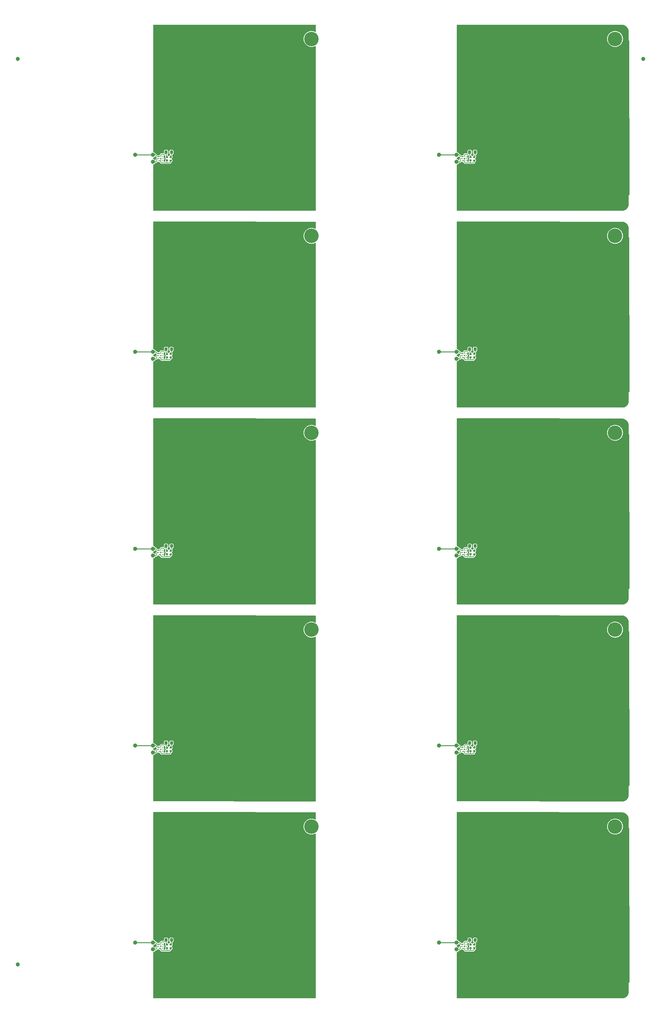
<source format=gbr>
%TF.GenerationSoftware,KiCad,Pcbnew,8.0.5+dfsg-1*%
%TF.CreationDate,2024-09-24T14:54:02+01:00*%
%TF.ProjectId,business card-generic-panel,62757369-6e65-4737-9320-636172642d67,rev?*%
%TF.SameCoordinates,Original*%
%TF.FileFunction,Copper,L2,Bot*%
%TF.FilePolarity,Positive*%
%FSLAX46Y46*%
G04 Gerber Fmt 4.6, Leading zero omitted, Abs format (unit mm)*
G04 Created by KiCad (PCBNEW 8.0.5+dfsg-1) date 2024-09-24 14:54:02*
%MOMM*%
%LPD*%
G01*
G04 APERTURE LIST*
G04 Aperture macros list*
%AMRoundRect*
0 Rectangle with rounded corners*
0 $1 Rounding radius*
0 $2 $3 $4 $5 $6 $7 $8 $9 X,Y pos of 4 corners*
0 Add a 4 corners polygon primitive as box body*
4,1,4,$2,$3,$4,$5,$6,$7,$8,$9,$2,$3,0*
0 Add four circle primitives for the rounded corners*
1,1,$1+$1,$2,$3*
1,1,$1+$1,$4,$5*
1,1,$1+$1,$6,$7*
1,1,$1+$1,$8,$9*
0 Add four rect primitives between the rounded corners*
20,1,$1+$1,$2,$3,$4,$5,0*
20,1,$1+$1,$4,$5,$6,$7,0*
20,1,$1+$1,$6,$7,$8,$9,0*
20,1,$1+$1,$8,$9,$2,$3,0*%
G04 Aperture macros list end*
%TA.AperFunction,ComponentPad*%
%ADD10C,4.200000*%
%TD*%
%TA.AperFunction,SMDPad,CuDef*%
%ADD11RoundRect,0.135000X0.185000X-0.135000X0.185000X0.135000X-0.185000X0.135000X-0.185000X-0.135000X0*%
%TD*%
%TA.AperFunction,SMDPad,CuDef*%
%ADD12RoundRect,0.140000X0.170000X-0.140000X0.170000X0.140000X-0.170000X0.140000X-0.170000X-0.140000X0*%
%TD*%
%TA.AperFunction,SMDPad,CuDef*%
%ADD13RoundRect,0.218750X-0.218750X-0.256250X0.218750X-0.256250X0.218750X0.256250X-0.218750X0.256250X0*%
%TD*%
%TA.AperFunction,SMDPad,CuDef*%
%ADD14R,0.320000X0.400000*%
%TD*%
%TA.AperFunction,SMDPad,CuDef*%
%ADD15R,0.220000X0.400000*%
%TD*%
%TA.AperFunction,SMDPad,CuDef*%
%ADD16R,0.400000X0.220000*%
%TD*%
%TA.AperFunction,SMDPad,CuDef*%
%ADD17C,1.200000*%
%TD*%
%TA.AperFunction,ViaPad*%
%ADD18C,1.209040*%
%TD*%
%TA.AperFunction,Conductor*%
%ADD19C,0.203200*%
%TD*%
%TA.AperFunction,Conductor*%
%ADD20C,0.250000*%
%TD*%
G04 APERTURE END LIST*
D10*
%TO.P,REF\u002A\u002A,*%
%TO.N,*%
X142968000Y-138600000D03*
%TD*%
%TO.P,REF\u002A\u002A,*%
%TO.N,*%
X231200000Y-195800000D03*
%TD*%
%TO.P,REF\u002A\u002A,*%
%TO.N,*%
X231200000Y-253000000D03*
%TD*%
%TO.P,REF\u002A\u002A,*%
%TO.N,*%
X231200000Y-138600000D03*
%TD*%
%TO.P,REF\u002A\u002A,*%
%TO.N,*%
X231200000Y-24200000D03*
%TD*%
%TO.P,REF\u002A\u002A,*%
%TO.N,*%
X142968000Y-24200000D03*
%TD*%
%TO.P,REF\u002A\u002A,*%
%TO.N,*%
X142968000Y-195800000D03*
%TD*%
%TO.P,REF\u002A\u002A,*%
%TO.N,*%
X231200000Y-81400000D03*
%TD*%
%TO.P,REF\u002A\u002A,*%
%TO.N,*%
X142968000Y-253000000D03*
%TD*%
%TO.P,REF\u002A\u002A,*%
%TO.N,*%
X142968000Y-81400000D03*
%TD*%
D11*
%TO.P,R1,1*%
%TO.N,Board_2-Net-(U1-VCC)*%
X102018000Y-116697500D03*
%TO.P,R1,2*%
%TO.N,Board_2-Net-(D1-A)*%
X102018000Y-115677500D03*
%TD*%
D12*
%TO.P,C1,1*%
%TO.N,Board_4-Net-(U1-VCC)*%
X100968000Y-173867500D03*
%TO.P,C1,2*%
%TO.N,Board_4-Net-(D1-K)*%
X100968000Y-172907500D03*
%TD*%
D13*
%TO.P,D1,1,K*%
%TO.N,Board_6-Net-(D1-K)*%
X100705500Y-228700000D03*
%TO.P,D1,2,A*%
%TO.N,Board_6-Net-(D1-A)*%
X102280500Y-228700000D03*
%TD*%
D12*
%TO.P,C1,1*%
%TO.N,Board_8-Net-(U1-VCC)*%
X100968000Y-288267500D03*
%TO.P,C1,2*%
%TO.N,Board_8-Net-(D1-K)*%
X100968000Y-287307500D03*
%TD*%
D13*
%TO.P,D1,1,K*%
%TO.N,Board_3-Net-(D1-K)*%
X188937500Y-114300000D03*
%TO.P,D1,2,A*%
%TO.N,Board_3-Net-(D1-A)*%
X190512500Y-114300000D03*
%TD*%
D11*
%TO.P,R1,1*%
%TO.N,Board_8-Net-(U1-VCC)*%
X102018000Y-288297500D03*
%TO.P,R1,2*%
%TO.N,Board_8-Net-(D1-A)*%
X102018000Y-287277500D03*
%TD*%
D12*
%TO.P,C1,1*%
%TO.N,Board_3-Net-(U1-VCC)*%
X189200000Y-116667500D03*
%TO.P,C1,2*%
%TO.N,Board_3-Net-(D1-K)*%
X189200000Y-115707500D03*
%TD*%
D14*
%TO.P,U1,1,LA*%
%TO.N,Board_4-Net-(U1-LA)*%
X98632200Y-172765100D03*
D15*
%TO.P,U1,2,VSS*%
%TO.N,Board_4-Net-(D1-K)*%
X99182200Y-172765100D03*
%TO.P,U1,3,SCL*%
%TO.N,Board_4-unconnected-(U1-SCL-Pad3)*%
X99682200Y-172765100D03*
D16*
%TO.P,U1,4,FD*%
%TO.N,Board_4-unconnected-(U1-FD-Pad4)*%
X99782200Y-173365100D03*
D15*
%TO.P,U1,5,SDA*%
%TO.N,Board_4-unconnected-(U1-SDA-Pad5)*%
X99682200Y-173965100D03*
%TO.P,U1,6,VCC*%
%TO.N,Board_4-Net-(U1-VCC)*%
X99182200Y-173965100D03*
%TO.P,U1,7,Vout*%
X98682200Y-173965100D03*
D16*
%TO.P,U1,8,LB*%
%TO.N,Board_4-Net-(U1-LB)*%
X98582200Y-173365100D03*
%TD*%
D11*
%TO.P,R1,1*%
%TO.N,Board_7-Net-(U1-VCC)*%
X190250000Y-231097500D03*
%TO.P,R1,2*%
%TO.N,Board_7-Net-(D1-A)*%
X190250000Y-230077500D03*
%TD*%
D13*
%TO.P,D1,1,K*%
%TO.N,Board_7-Net-(D1-K)*%
X188937500Y-228700000D03*
%TO.P,D1,2,A*%
%TO.N,Board_7-Net-(D1-A)*%
X190512500Y-228700000D03*
%TD*%
D14*
%TO.P,U1,1,LA*%
%TO.N,Board_0-Net-(U1-LA)*%
X98632200Y-58365100D03*
D15*
%TO.P,U1,2,VSS*%
%TO.N,Board_0-Net-(D1-K)*%
X99182200Y-58365100D03*
%TO.P,U1,3,SCL*%
%TO.N,Board_0-unconnected-(U1-SCL-Pad3)*%
X99682200Y-58365100D03*
D16*
%TO.P,U1,4,FD*%
%TO.N,Board_0-unconnected-(U1-FD-Pad4)*%
X99782200Y-58965100D03*
D15*
%TO.P,U1,5,SDA*%
%TO.N,Board_0-unconnected-(U1-SDA-Pad5)*%
X99682200Y-59565100D03*
%TO.P,U1,6,VCC*%
%TO.N,Board_0-Net-(U1-VCC)*%
X99182200Y-59565100D03*
%TO.P,U1,7,Vout*%
X98682200Y-59565100D03*
D16*
%TO.P,U1,8,LB*%
%TO.N,Board_0-Net-(U1-LB)*%
X98582200Y-58965100D03*
%TD*%
D14*
%TO.P,U1,1,LA*%
%TO.N,Board_5-Net-(U1-LA)*%
X186864200Y-172765100D03*
D15*
%TO.P,U1,2,VSS*%
%TO.N,Board_5-Net-(D1-K)*%
X187414200Y-172765100D03*
%TO.P,U1,3,SCL*%
%TO.N,Board_5-unconnected-(U1-SCL-Pad3)*%
X187914200Y-172765100D03*
D16*
%TO.P,U1,4,FD*%
%TO.N,Board_5-unconnected-(U1-FD-Pad4)*%
X188014200Y-173365100D03*
D15*
%TO.P,U1,5,SDA*%
%TO.N,Board_5-unconnected-(U1-SDA-Pad5)*%
X187914200Y-173965100D03*
%TO.P,U1,6,VCC*%
%TO.N,Board_5-Net-(U1-VCC)*%
X187414200Y-173965100D03*
%TO.P,U1,7,Vout*%
X186914200Y-173965100D03*
D16*
%TO.P,U1,8,LB*%
%TO.N,Board_5-Net-(U1-LB)*%
X186814200Y-173365100D03*
%TD*%
D17*
%TO.P,KiKit_FID_B_3,*%
%TO.N,*%
X57617000Y-293000000D03*
%TD*%
D13*
%TO.P,D1,1,K*%
%TO.N,Board_1-Net-(D1-K)*%
X188937500Y-57100000D03*
%TO.P,D1,2,A*%
%TO.N,Board_1-Net-(D1-A)*%
X190512500Y-57100000D03*
%TD*%
D12*
%TO.P,C1,1*%
%TO.N,Board_7-Net-(U1-VCC)*%
X189200000Y-231067500D03*
%TO.P,C1,2*%
%TO.N,Board_7-Net-(D1-K)*%
X189200000Y-230107500D03*
%TD*%
D13*
%TO.P,D1,1,K*%
%TO.N,Board_5-Net-(D1-K)*%
X188937500Y-171500000D03*
%TO.P,D1,2,A*%
%TO.N,Board_5-Net-(D1-A)*%
X190512500Y-171500000D03*
%TD*%
D11*
%TO.P,R1,1*%
%TO.N,Board_3-Net-(U1-VCC)*%
X190250000Y-116697500D03*
%TO.P,R1,2*%
%TO.N,Board_3-Net-(D1-A)*%
X190250000Y-115677500D03*
%TD*%
%TO.P,R1,1*%
%TO.N,Board_4-Net-(U1-VCC)*%
X102018000Y-173897500D03*
%TO.P,R1,2*%
%TO.N,Board_4-Net-(D1-A)*%
X102018000Y-172877500D03*
%TD*%
D12*
%TO.P,C1,1*%
%TO.N,Board_9-Net-(U1-VCC)*%
X189200000Y-288267500D03*
%TO.P,C1,2*%
%TO.N,Board_9-Net-(D1-K)*%
X189200000Y-287307500D03*
%TD*%
D11*
%TO.P,R1,1*%
%TO.N,Board_5-Net-(U1-VCC)*%
X190250000Y-173897500D03*
%TO.P,R1,2*%
%TO.N,Board_5-Net-(D1-A)*%
X190250000Y-172877500D03*
%TD*%
%TO.P,R1,1*%
%TO.N,Board_9-Net-(U1-VCC)*%
X190250000Y-288297500D03*
%TO.P,R1,2*%
%TO.N,Board_9-Net-(D1-A)*%
X190250000Y-287277500D03*
%TD*%
D17*
%TO.P,KiKit_FID_B_2,*%
%TO.N,*%
X239383000Y-30000000D03*
%TD*%
D12*
%TO.P,C1,1*%
%TO.N,Board_1-Net-(U1-VCC)*%
X189200000Y-59467500D03*
%TO.P,C1,2*%
%TO.N,Board_1-Net-(D1-K)*%
X189200000Y-58507500D03*
%TD*%
D17*
%TO.P,KiKit_FID_B_1,*%
%TO.N,*%
X57617000Y-30000000D03*
%TD*%
D14*
%TO.P,U1,1,LA*%
%TO.N,Board_3-Net-(U1-LA)*%
X186864200Y-115565100D03*
D15*
%TO.P,U1,2,VSS*%
%TO.N,Board_3-Net-(D1-K)*%
X187414200Y-115565100D03*
%TO.P,U1,3,SCL*%
%TO.N,Board_3-unconnected-(U1-SCL-Pad3)*%
X187914200Y-115565100D03*
D16*
%TO.P,U1,4,FD*%
%TO.N,Board_3-unconnected-(U1-FD-Pad4)*%
X188014200Y-116165100D03*
D15*
%TO.P,U1,5,SDA*%
%TO.N,Board_3-unconnected-(U1-SDA-Pad5)*%
X187914200Y-116765100D03*
%TO.P,U1,6,VCC*%
%TO.N,Board_3-Net-(U1-VCC)*%
X187414200Y-116765100D03*
%TO.P,U1,7,Vout*%
X186914200Y-116765100D03*
D16*
%TO.P,U1,8,LB*%
%TO.N,Board_3-Net-(U1-LB)*%
X186814200Y-116165100D03*
%TD*%
D11*
%TO.P,R1,1*%
%TO.N,Board_1-Net-(U1-VCC)*%
X190250000Y-59497500D03*
%TO.P,R1,2*%
%TO.N,Board_1-Net-(D1-A)*%
X190250000Y-58477500D03*
%TD*%
D13*
%TO.P,D1,1,K*%
%TO.N,Board_0-Net-(D1-K)*%
X100705500Y-57100000D03*
%TO.P,D1,2,A*%
%TO.N,Board_0-Net-(D1-A)*%
X102280500Y-57100000D03*
%TD*%
D14*
%TO.P,U1,1,LA*%
%TO.N,Board_9-Net-(U1-LA)*%
X186864200Y-287165100D03*
D15*
%TO.P,U1,2,VSS*%
%TO.N,Board_9-Net-(D1-K)*%
X187414200Y-287165100D03*
%TO.P,U1,3,SCL*%
%TO.N,Board_9-unconnected-(U1-SCL-Pad3)*%
X187914200Y-287165100D03*
D16*
%TO.P,U1,4,FD*%
%TO.N,Board_9-unconnected-(U1-FD-Pad4)*%
X188014200Y-287765100D03*
D15*
%TO.P,U1,5,SDA*%
%TO.N,Board_9-unconnected-(U1-SDA-Pad5)*%
X187914200Y-288365100D03*
%TO.P,U1,6,VCC*%
%TO.N,Board_9-Net-(U1-VCC)*%
X187414200Y-288365100D03*
%TO.P,U1,7,Vout*%
X186914200Y-288365100D03*
D16*
%TO.P,U1,8,LB*%
%TO.N,Board_9-Net-(U1-LB)*%
X186814200Y-287765100D03*
%TD*%
D12*
%TO.P,C1,1*%
%TO.N,Board_5-Net-(U1-VCC)*%
X189200000Y-173867500D03*
%TO.P,C1,2*%
%TO.N,Board_5-Net-(D1-K)*%
X189200000Y-172907500D03*
%TD*%
D11*
%TO.P,R1,1*%
%TO.N,Board_0-Net-(U1-VCC)*%
X102018000Y-59497500D03*
%TO.P,R1,2*%
%TO.N,Board_0-Net-(D1-A)*%
X102018000Y-58477500D03*
%TD*%
D14*
%TO.P,U1,1,LA*%
%TO.N,Board_8-Net-(U1-LA)*%
X98632200Y-287165100D03*
D15*
%TO.P,U1,2,VSS*%
%TO.N,Board_8-Net-(D1-K)*%
X99182200Y-287165100D03*
%TO.P,U1,3,SCL*%
%TO.N,Board_8-unconnected-(U1-SCL-Pad3)*%
X99682200Y-287165100D03*
D16*
%TO.P,U1,4,FD*%
%TO.N,Board_8-unconnected-(U1-FD-Pad4)*%
X99782200Y-287765100D03*
D15*
%TO.P,U1,5,SDA*%
%TO.N,Board_8-unconnected-(U1-SDA-Pad5)*%
X99682200Y-288365100D03*
%TO.P,U1,6,VCC*%
%TO.N,Board_8-Net-(U1-VCC)*%
X99182200Y-288365100D03*
%TO.P,U1,7,Vout*%
X98682200Y-288365100D03*
D16*
%TO.P,U1,8,LB*%
%TO.N,Board_8-Net-(U1-LB)*%
X98582200Y-287765100D03*
%TD*%
D14*
%TO.P,U1,1,LA*%
%TO.N,Board_6-Net-(U1-LA)*%
X98632200Y-229965100D03*
D15*
%TO.P,U1,2,VSS*%
%TO.N,Board_6-Net-(D1-K)*%
X99182200Y-229965100D03*
%TO.P,U1,3,SCL*%
%TO.N,Board_6-unconnected-(U1-SCL-Pad3)*%
X99682200Y-229965100D03*
D16*
%TO.P,U1,4,FD*%
%TO.N,Board_6-unconnected-(U1-FD-Pad4)*%
X99782200Y-230565100D03*
D15*
%TO.P,U1,5,SDA*%
%TO.N,Board_6-unconnected-(U1-SDA-Pad5)*%
X99682200Y-231165100D03*
%TO.P,U1,6,VCC*%
%TO.N,Board_6-Net-(U1-VCC)*%
X99182200Y-231165100D03*
%TO.P,U1,7,Vout*%
X98682200Y-231165100D03*
D16*
%TO.P,U1,8,LB*%
%TO.N,Board_6-Net-(U1-LB)*%
X98582200Y-230565100D03*
%TD*%
D14*
%TO.P,U1,1,LA*%
%TO.N,Board_1-Net-(U1-LA)*%
X186864200Y-58365100D03*
D15*
%TO.P,U1,2,VSS*%
%TO.N,Board_1-Net-(D1-K)*%
X187414200Y-58365100D03*
%TO.P,U1,3,SCL*%
%TO.N,Board_1-unconnected-(U1-SCL-Pad3)*%
X187914200Y-58365100D03*
D16*
%TO.P,U1,4,FD*%
%TO.N,Board_1-unconnected-(U1-FD-Pad4)*%
X188014200Y-58965100D03*
D15*
%TO.P,U1,5,SDA*%
%TO.N,Board_1-unconnected-(U1-SDA-Pad5)*%
X187914200Y-59565100D03*
%TO.P,U1,6,VCC*%
%TO.N,Board_1-Net-(U1-VCC)*%
X187414200Y-59565100D03*
%TO.P,U1,7,Vout*%
X186914200Y-59565100D03*
D16*
%TO.P,U1,8,LB*%
%TO.N,Board_1-Net-(U1-LB)*%
X186814200Y-58965100D03*
%TD*%
D12*
%TO.P,C1,1*%
%TO.N,Board_2-Net-(U1-VCC)*%
X100968000Y-116667500D03*
%TO.P,C1,2*%
%TO.N,Board_2-Net-(D1-K)*%
X100968000Y-115707500D03*
%TD*%
%TO.P,C1,1*%
%TO.N,Board_6-Net-(U1-VCC)*%
X100968000Y-231067500D03*
%TO.P,C1,2*%
%TO.N,Board_6-Net-(D1-K)*%
X100968000Y-230107500D03*
%TD*%
D14*
%TO.P,U1,1,LA*%
%TO.N,Board_2-Net-(U1-LA)*%
X98632200Y-115565100D03*
D15*
%TO.P,U1,2,VSS*%
%TO.N,Board_2-Net-(D1-K)*%
X99182200Y-115565100D03*
%TO.P,U1,3,SCL*%
%TO.N,Board_2-unconnected-(U1-SCL-Pad3)*%
X99682200Y-115565100D03*
D16*
%TO.P,U1,4,FD*%
%TO.N,Board_2-unconnected-(U1-FD-Pad4)*%
X99782200Y-116165100D03*
D15*
%TO.P,U1,5,SDA*%
%TO.N,Board_2-unconnected-(U1-SDA-Pad5)*%
X99682200Y-116765100D03*
%TO.P,U1,6,VCC*%
%TO.N,Board_2-Net-(U1-VCC)*%
X99182200Y-116765100D03*
%TO.P,U1,7,Vout*%
X98682200Y-116765100D03*
D16*
%TO.P,U1,8,LB*%
%TO.N,Board_2-Net-(U1-LB)*%
X98582200Y-116165100D03*
%TD*%
D13*
%TO.P,D1,1,K*%
%TO.N,Board_8-Net-(D1-K)*%
X100705500Y-285900000D03*
%TO.P,D1,2,A*%
%TO.N,Board_8-Net-(D1-A)*%
X102280500Y-285900000D03*
%TD*%
D12*
%TO.P,C1,1*%
%TO.N,Board_0-Net-(U1-VCC)*%
X100968000Y-59467500D03*
%TO.P,C1,2*%
%TO.N,Board_0-Net-(D1-K)*%
X100968000Y-58507500D03*
%TD*%
D14*
%TO.P,U1,1,LA*%
%TO.N,Board_7-Net-(U1-LA)*%
X186864200Y-229965100D03*
D15*
%TO.P,U1,2,VSS*%
%TO.N,Board_7-Net-(D1-K)*%
X187414200Y-229965100D03*
%TO.P,U1,3,SCL*%
%TO.N,Board_7-unconnected-(U1-SCL-Pad3)*%
X187914200Y-229965100D03*
D16*
%TO.P,U1,4,FD*%
%TO.N,Board_7-unconnected-(U1-FD-Pad4)*%
X188014200Y-230565100D03*
D15*
%TO.P,U1,5,SDA*%
%TO.N,Board_7-unconnected-(U1-SDA-Pad5)*%
X187914200Y-231165100D03*
%TO.P,U1,6,VCC*%
%TO.N,Board_7-Net-(U1-VCC)*%
X187414200Y-231165100D03*
%TO.P,U1,7,Vout*%
X186914200Y-231165100D03*
D16*
%TO.P,U1,8,LB*%
%TO.N,Board_7-Net-(U1-LB)*%
X186814200Y-230565100D03*
%TD*%
D13*
%TO.P,D1,1,K*%
%TO.N,Board_4-Net-(D1-K)*%
X100705500Y-171500000D03*
%TO.P,D1,2,A*%
%TO.N,Board_4-Net-(D1-A)*%
X102280500Y-171500000D03*
%TD*%
D11*
%TO.P,R1,1*%
%TO.N,Board_6-Net-(U1-VCC)*%
X102018000Y-231097500D03*
%TO.P,R1,2*%
%TO.N,Board_6-Net-(D1-A)*%
X102018000Y-230077500D03*
%TD*%
D13*
%TO.P,D1,1,K*%
%TO.N,Board_2-Net-(D1-K)*%
X100705500Y-114300000D03*
%TO.P,D1,2,A*%
%TO.N,Board_2-Net-(D1-A)*%
X102280500Y-114300000D03*
%TD*%
%TO.P,D1,1,K*%
%TO.N,Board_9-Net-(D1-K)*%
X188937500Y-285900000D03*
%TO.P,D1,2,A*%
%TO.N,Board_9-Net-(D1-A)*%
X190512500Y-285900000D03*
%TD*%
D18*
%TO.N,Board_0-Net-(U1-LA)*%
X96860640Y-59869600D03*
X96860640Y-57870620D03*
X91762580Y-57870620D03*
%TO.N,Board_1-Net-(U1-LA)*%
X179994580Y-57870620D03*
X185092640Y-57870620D03*
X185092640Y-59869600D03*
%TO.N,Board_2-Net-(U1-LA)*%
X96860640Y-115070620D03*
X91762580Y-115070620D03*
X96860640Y-117069600D03*
%TO.N,Board_3-Net-(U1-LA)*%
X179994580Y-115070620D03*
X185092640Y-115070620D03*
X185092640Y-117069600D03*
%TO.N,Board_4-Net-(U1-LA)*%
X91762580Y-172270620D03*
X96860640Y-172270620D03*
X96860640Y-174269600D03*
%TO.N,Board_5-Net-(U1-LA)*%
X179994580Y-172270620D03*
X185092640Y-174269600D03*
X185092640Y-172270620D03*
%TO.N,Board_6-Net-(U1-LA)*%
X96860640Y-231469600D03*
X96860640Y-229470620D03*
X91762580Y-229470620D03*
%TO.N,Board_7-Net-(U1-LA)*%
X179994580Y-229470620D03*
X185092640Y-231469600D03*
X185092640Y-229470620D03*
%TO.N,Board_8-Net-(U1-LA)*%
X96860640Y-288669600D03*
X91762580Y-286670620D03*
X96860640Y-286670620D03*
%TO.N,Board_9-Net-(U1-LA)*%
X185092640Y-286670620D03*
X179994580Y-286670620D03*
X185092640Y-288669600D03*
%TD*%
D19*
%TO.N,Board_0-Net-(D1-A)*%
X102280500Y-57937500D02*
X102018000Y-58200000D01*
X102018000Y-58200000D02*
X102018000Y-58477500D01*
X102280500Y-57100000D02*
X102280500Y-57937500D01*
%TO.N,Board_0-Net-(D1-K)*%
X99182200Y-58365100D02*
X99182200Y-57835800D01*
X100080500Y-57725000D02*
X100705500Y-57100000D01*
X99182200Y-57835800D02*
X99293000Y-57725000D01*
X100705500Y-57100000D02*
X100705500Y-57962500D01*
X100968000Y-58507500D02*
X101028000Y-58507500D01*
X100968000Y-58225000D02*
X100968000Y-58507500D01*
X99293000Y-57725000D02*
X100080500Y-57725000D01*
X100705500Y-57962500D02*
X100968000Y-58225000D01*
D20*
%TO.N,Board_0-Net-(U1-LA)*%
X96860640Y-57870620D02*
X96005720Y-57870620D01*
D19*
X97668000Y-57875000D02*
X96868000Y-57875000D01*
X98158100Y-58365100D02*
X97668000Y-57875000D01*
D20*
X96005720Y-57870620D02*
X92362300Y-57870620D01*
D19*
X98632200Y-58365100D02*
X98158100Y-58365100D01*
%TO.N,Board_0-Net-(U1-LB)*%
X97793000Y-59875000D02*
X96868000Y-59875000D01*
X98582200Y-58965100D02*
X98152900Y-58965100D01*
X97980500Y-59137500D02*
X97980500Y-59687500D01*
X98152900Y-58965100D02*
X97980500Y-59137500D01*
X97980500Y-59687500D02*
X97793000Y-59875000D01*
%TO.N,Board_0-Net-(U1-VCC)*%
X99182200Y-59565100D02*
X99182200Y-59964200D01*
X102018000Y-59925000D02*
X102018000Y-59497500D01*
X99182200Y-59964200D02*
X99418000Y-60200000D01*
X99418000Y-60200000D02*
X100968000Y-60200000D01*
X100968000Y-60200000D02*
X101743000Y-60200000D01*
X98682200Y-59565100D02*
X99182200Y-59565100D01*
X100968000Y-59467500D02*
X100968000Y-60200000D01*
X101743000Y-60200000D02*
X102018000Y-59925000D01*
%TO.N,Board_1-Net-(D1-A)*%
X190512500Y-57937500D02*
X190250000Y-58200000D01*
X190250000Y-58200000D02*
X190250000Y-58477500D01*
X190512500Y-57100000D02*
X190512500Y-57937500D01*
%TO.N,Board_1-Net-(D1-K)*%
X189200000Y-58507500D02*
X189260000Y-58507500D01*
X188937500Y-57100000D02*
X188937500Y-57962500D01*
X187525000Y-57725000D02*
X188312500Y-57725000D01*
X188312500Y-57725000D02*
X188937500Y-57100000D01*
X187414200Y-57835800D02*
X187525000Y-57725000D01*
X188937500Y-57962500D02*
X189200000Y-58225000D01*
X187414200Y-58365100D02*
X187414200Y-57835800D01*
X189200000Y-58225000D02*
X189200000Y-58507500D01*
%TO.N,Board_1-Net-(U1-LA)*%
X186864200Y-58365100D02*
X186390100Y-58365100D01*
X185900000Y-57875000D02*
X185100000Y-57875000D01*
D20*
X184237720Y-57870620D02*
X180594300Y-57870620D01*
D19*
X186390100Y-58365100D02*
X185900000Y-57875000D01*
D20*
X185092640Y-57870620D02*
X184237720Y-57870620D01*
D19*
%TO.N,Board_1-Net-(U1-LB)*%
X186814200Y-58965100D02*
X186384900Y-58965100D01*
X186025000Y-59875000D02*
X185100000Y-59875000D01*
X186384900Y-58965100D02*
X186212500Y-59137500D01*
X186212500Y-59687500D02*
X186025000Y-59875000D01*
X186212500Y-59137500D02*
X186212500Y-59687500D01*
%TO.N,Board_1-Net-(U1-VCC)*%
X189975000Y-60200000D02*
X190250000Y-59925000D01*
X187414200Y-59565100D02*
X187414200Y-59964200D01*
X189200000Y-60200000D02*
X189975000Y-60200000D01*
X190250000Y-59925000D02*
X190250000Y-59497500D01*
X187650000Y-60200000D02*
X189200000Y-60200000D01*
X187414200Y-59964200D02*
X187650000Y-60200000D01*
X186914200Y-59565100D02*
X187414200Y-59565100D01*
X189200000Y-59467500D02*
X189200000Y-60200000D01*
%TO.N,Board_2-Net-(D1-A)*%
X102280500Y-114300000D02*
X102280500Y-115137500D01*
X102280500Y-115137500D02*
X102018000Y-115400000D01*
X102018000Y-115400000D02*
X102018000Y-115677500D01*
%TO.N,Board_2-Net-(D1-K)*%
X100968000Y-115707500D02*
X101028000Y-115707500D01*
X99293000Y-114925000D02*
X100080500Y-114925000D01*
X99182200Y-115565100D02*
X99182200Y-115035800D01*
X100705500Y-115162500D02*
X100968000Y-115425000D01*
X99182200Y-115035800D02*
X99293000Y-114925000D01*
X100705500Y-114300000D02*
X100705500Y-115162500D01*
X100968000Y-115425000D02*
X100968000Y-115707500D01*
X100080500Y-114925000D02*
X100705500Y-114300000D01*
%TO.N,Board_2-Net-(U1-LA)*%
X98158100Y-115565100D02*
X97668000Y-115075000D01*
X97668000Y-115075000D02*
X96868000Y-115075000D01*
X98632200Y-115565100D02*
X98158100Y-115565100D01*
D20*
X96860640Y-115070620D02*
X96005720Y-115070620D01*
X96005720Y-115070620D02*
X92362300Y-115070620D01*
D19*
%TO.N,Board_2-Net-(U1-LB)*%
X98582200Y-116165100D02*
X98152900Y-116165100D01*
X97793000Y-117075000D02*
X96868000Y-117075000D01*
X98152900Y-116165100D02*
X97980500Y-116337500D01*
X97980500Y-116337500D02*
X97980500Y-116887500D01*
X97980500Y-116887500D02*
X97793000Y-117075000D01*
%TO.N,Board_2-Net-(U1-VCC)*%
X98682200Y-116765100D02*
X99182200Y-116765100D01*
X99182200Y-116765100D02*
X99182200Y-117164200D01*
X100968000Y-117400000D02*
X101743000Y-117400000D01*
X101743000Y-117400000D02*
X102018000Y-117125000D01*
X99182200Y-117164200D02*
X99418000Y-117400000D01*
X102018000Y-117125000D02*
X102018000Y-116697500D01*
X99418000Y-117400000D02*
X100968000Y-117400000D01*
X100968000Y-116667500D02*
X100968000Y-117400000D01*
%TO.N,Board_3-Net-(D1-A)*%
X190512500Y-115137500D02*
X190250000Y-115400000D01*
X190512500Y-114300000D02*
X190512500Y-115137500D01*
X190250000Y-115400000D02*
X190250000Y-115677500D01*
%TO.N,Board_3-Net-(D1-K)*%
X188312500Y-114925000D02*
X188937500Y-114300000D01*
X187414200Y-115565100D02*
X187414200Y-115035800D01*
X188937500Y-115162500D02*
X189200000Y-115425000D01*
X187525000Y-114925000D02*
X188312500Y-114925000D01*
X187414200Y-115035800D02*
X187525000Y-114925000D01*
X189200000Y-115425000D02*
X189200000Y-115707500D01*
X189200000Y-115707500D02*
X189260000Y-115707500D01*
X188937500Y-114300000D02*
X188937500Y-115162500D01*
D20*
%TO.N,Board_3-Net-(U1-LA)*%
X185092640Y-115070620D02*
X184237720Y-115070620D01*
D19*
X186864200Y-115565100D02*
X186390100Y-115565100D01*
X186390100Y-115565100D02*
X185900000Y-115075000D01*
D20*
X184237720Y-115070620D02*
X180594300Y-115070620D01*
D19*
X185900000Y-115075000D02*
X185100000Y-115075000D01*
%TO.N,Board_3-Net-(U1-LB)*%
X186384900Y-116165100D02*
X186212500Y-116337500D01*
X186212500Y-116337500D02*
X186212500Y-116887500D01*
X186025000Y-117075000D02*
X185100000Y-117075000D01*
X186814200Y-116165100D02*
X186384900Y-116165100D01*
X186212500Y-116887500D02*
X186025000Y-117075000D01*
%TO.N,Board_3-Net-(U1-VCC)*%
X186914200Y-116765100D02*
X187414200Y-116765100D01*
X187414200Y-116765100D02*
X187414200Y-117164200D01*
X189200000Y-117400000D02*
X189975000Y-117400000D01*
X187414200Y-117164200D02*
X187650000Y-117400000D01*
X190250000Y-117125000D02*
X190250000Y-116697500D01*
X189975000Y-117400000D02*
X190250000Y-117125000D01*
X187650000Y-117400000D02*
X189200000Y-117400000D01*
X189200000Y-116667500D02*
X189200000Y-117400000D01*
%TO.N,Board_4-Net-(D1-A)*%
X102018000Y-172600000D02*
X102018000Y-172877500D01*
X102280500Y-171500000D02*
X102280500Y-172337500D01*
X102280500Y-172337500D02*
X102018000Y-172600000D01*
%TO.N,Board_4-Net-(D1-K)*%
X100705500Y-171500000D02*
X100705500Y-172362500D01*
X100968000Y-172625000D02*
X100968000Y-172907500D01*
X99293000Y-172125000D02*
X100080500Y-172125000D01*
X100968000Y-172907500D02*
X101028000Y-172907500D01*
X100705500Y-172362500D02*
X100968000Y-172625000D01*
X99182200Y-172235800D02*
X99293000Y-172125000D01*
X99182200Y-172765100D02*
X99182200Y-172235800D01*
X100080500Y-172125000D02*
X100705500Y-171500000D01*
%TO.N,Board_4-Net-(U1-LA)*%
X98158100Y-172765100D02*
X97668000Y-172275000D01*
X97668000Y-172275000D02*
X96868000Y-172275000D01*
D20*
X96860640Y-172270620D02*
X96005720Y-172270620D01*
X96005720Y-172270620D02*
X92362300Y-172270620D01*
D19*
X98632200Y-172765100D02*
X98158100Y-172765100D01*
%TO.N,Board_4-Net-(U1-LB)*%
X97980500Y-173537500D02*
X97980500Y-174087500D01*
X97793000Y-174275000D02*
X96868000Y-174275000D01*
X98152900Y-173365100D02*
X97980500Y-173537500D01*
X97980500Y-174087500D02*
X97793000Y-174275000D01*
X98582200Y-173365100D02*
X98152900Y-173365100D01*
%TO.N,Board_4-Net-(U1-VCC)*%
X99182200Y-173965100D02*
X99182200Y-174364200D01*
X100968000Y-174600000D02*
X101743000Y-174600000D01*
X101743000Y-174600000D02*
X102018000Y-174325000D01*
X99418000Y-174600000D02*
X100968000Y-174600000D01*
X98682200Y-173965100D02*
X99182200Y-173965100D01*
X100968000Y-173867500D02*
X100968000Y-174600000D01*
X102018000Y-174325000D02*
X102018000Y-173897500D01*
X99182200Y-174364200D02*
X99418000Y-174600000D01*
%TO.N,Board_5-Net-(D1-A)*%
X190512500Y-172337500D02*
X190250000Y-172600000D01*
X190512500Y-171500000D02*
X190512500Y-172337500D01*
X190250000Y-172600000D02*
X190250000Y-172877500D01*
%TO.N,Board_5-Net-(D1-K)*%
X187414200Y-172235800D02*
X187525000Y-172125000D01*
X187525000Y-172125000D02*
X188312500Y-172125000D01*
X188937500Y-172362500D02*
X189200000Y-172625000D01*
X188937500Y-171500000D02*
X188937500Y-172362500D01*
X189200000Y-172625000D02*
X189200000Y-172907500D01*
X187414200Y-172765100D02*
X187414200Y-172235800D01*
X188312500Y-172125000D02*
X188937500Y-171500000D01*
X189200000Y-172907500D02*
X189260000Y-172907500D01*
%TO.N,Board_5-Net-(U1-LA)*%
X186390100Y-172765100D02*
X185900000Y-172275000D01*
D20*
X185092640Y-172270620D02*
X184237720Y-172270620D01*
D19*
X186864200Y-172765100D02*
X186390100Y-172765100D01*
X185900000Y-172275000D02*
X185100000Y-172275000D01*
D20*
X184237720Y-172270620D02*
X180594300Y-172270620D01*
D19*
%TO.N,Board_5-Net-(U1-LB)*%
X186212500Y-173537500D02*
X186212500Y-174087500D01*
X186025000Y-174275000D02*
X185100000Y-174275000D01*
X186384900Y-173365100D02*
X186212500Y-173537500D01*
X186814200Y-173365100D02*
X186384900Y-173365100D01*
X186212500Y-174087500D02*
X186025000Y-174275000D01*
%TO.N,Board_5-Net-(U1-VCC)*%
X187414200Y-173965100D02*
X187414200Y-174364200D01*
X189975000Y-174600000D02*
X190250000Y-174325000D01*
X189200000Y-173867500D02*
X189200000Y-174600000D01*
X187414200Y-174364200D02*
X187650000Y-174600000D01*
X186914200Y-173965100D02*
X187414200Y-173965100D01*
X187650000Y-174600000D02*
X189200000Y-174600000D01*
X189200000Y-174600000D02*
X189975000Y-174600000D01*
X190250000Y-174325000D02*
X190250000Y-173897500D01*
%TO.N,Board_6-Net-(D1-A)*%
X102280500Y-228700000D02*
X102280500Y-229537500D01*
X102018000Y-229800000D02*
X102018000Y-230077500D01*
X102280500Y-229537500D02*
X102018000Y-229800000D01*
%TO.N,Board_6-Net-(D1-K)*%
X99182200Y-229435800D02*
X99293000Y-229325000D01*
X100968000Y-230107500D02*
X101028000Y-230107500D01*
X99182200Y-229965100D02*
X99182200Y-229435800D01*
X99293000Y-229325000D02*
X100080500Y-229325000D01*
X100968000Y-229825000D02*
X100968000Y-230107500D01*
X100705500Y-228700000D02*
X100705500Y-229562500D01*
X100705500Y-229562500D02*
X100968000Y-229825000D01*
X100080500Y-229325000D02*
X100705500Y-228700000D01*
D20*
%TO.N,Board_6-Net-(U1-LA)*%
X96860640Y-229470620D02*
X96005720Y-229470620D01*
D19*
X98632200Y-229965100D02*
X98158100Y-229965100D01*
X98158100Y-229965100D02*
X97668000Y-229475000D01*
X97668000Y-229475000D02*
X96868000Y-229475000D01*
D20*
X96005720Y-229470620D02*
X92362300Y-229470620D01*
D19*
%TO.N,Board_6-Net-(U1-LB)*%
X97980500Y-231287500D02*
X97793000Y-231475000D01*
X98582200Y-230565100D02*
X98152900Y-230565100D01*
X97793000Y-231475000D02*
X96868000Y-231475000D01*
X98152900Y-230565100D02*
X97980500Y-230737500D01*
X97980500Y-230737500D02*
X97980500Y-231287500D01*
%TO.N,Board_6-Net-(U1-VCC)*%
X99182200Y-231564200D02*
X99418000Y-231800000D01*
X101743000Y-231800000D02*
X102018000Y-231525000D01*
X99182200Y-231165100D02*
X99182200Y-231564200D01*
X99418000Y-231800000D02*
X100968000Y-231800000D01*
X100968000Y-231800000D02*
X101743000Y-231800000D01*
X98682200Y-231165100D02*
X99182200Y-231165100D01*
X102018000Y-231525000D02*
X102018000Y-231097500D01*
X100968000Y-231067500D02*
X100968000Y-231800000D01*
%TO.N,Board_7-Net-(D1-A)*%
X190250000Y-229800000D02*
X190250000Y-230077500D01*
X190512500Y-229537500D02*
X190250000Y-229800000D01*
X190512500Y-228700000D02*
X190512500Y-229537500D01*
%TO.N,Board_7-Net-(D1-K)*%
X189200000Y-230107500D02*
X189260000Y-230107500D01*
X189200000Y-229825000D02*
X189200000Y-230107500D01*
X188312500Y-229325000D02*
X188937500Y-228700000D01*
X188937500Y-228700000D02*
X188937500Y-229562500D01*
X188937500Y-229562500D02*
X189200000Y-229825000D01*
X187414200Y-229965100D02*
X187414200Y-229435800D01*
X187414200Y-229435800D02*
X187525000Y-229325000D01*
X187525000Y-229325000D02*
X188312500Y-229325000D01*
%TO.N,Board_7-Net-(U1-LA)*%
X185900000Y-229475000D02*
X185100000Y-229475000D01*
X186390100Y-229965100D02*
X185900000Y-229475000D01*
D20*
X184237720Y-229470620D02*
X180594300Y-229470620D01*
D19*
X186864200Y-229965100D02*
X186390100Y-229965100D01*
D20*
X185092640Y-229470620D02*
X184237720Y-229470620D01*
D19*
%TO.N,Board_7-Net-(U1-LB)*%
X186384900Y-230565100D02*
X186212500Y-230737500D01*
X186212500Y-230737500D02*
X186212500Y-231287500D01*
X186212500Y-231287500D02*
X186025000Y-231475000D01*
X186025000Y-231475000D02*
X185100000Y-231475000D01*
X186814200Y-230565100D02*
X186384900Y-230565100D01*
%TO.N,Board_7-Net-(U1-VCC)*%
X189200000Y-231800000D02*
X189975000Y-231800000D01*
X190250000Y-231525000D02*
X190250000Y-231097500D01*
X189200000Y-231067500D02*
X189200000Y-231800000D01*
X187414200Y-231564200D02*
X187650000Y-231800000D01*
X189975000Y-231800000D02*
X190250000Y-231525000D01*
X186914200Y-231165100D02*
X187414200Y-231165100D01*
X187414200Y-231165100D02*
X187414200Y-231564200D01*
X187650000Y-231800000D02*
X189200000Y-231800000D01*
%TO.N,Board_8-Net-(D1-A)*%
X102018000Y-287000000D02*
X102018000Y-287277500D01*
X102280500Y-286737500D02*
X102018000Y-287000000D01*
X102280500Y-285900000D02*
X102280500Y-286737500D01*
%TO.N,Board_8-Net-(D1-K)*%
X99182200Y-286635800D02*
X99293000Y-286525000D01*
X100080500Y-286525000D02*
X100705500Y-285900000D01*
X100968000Y-287307500D02*
X101028000Y-287307500D01*
X99293000Y-286525000D02*
X100080500Y-286525000D01*
X100705500Y-286762500D02*
X100968000Y-287025000D01*
X100968000Y-287025000D02*
X100968000Y-287307500D01*
X100705500Y-285900000D02*
X100705500Y-286762500D01*
X99182200Y-287165100D02*
X99182200Y-286635800D01*
D20*
%TO.N,Board_8-Net-(U1-LA)*%
X96005720Y-286670620D02*
X92362300Y-286670620D01*
X96860640Y-286670620D02*
X96005720Y-286670620D01*
D19*
X98158100Y-287165100D02*
X97668000Y-286675000D01*
X97668000Y-286675000D02*
X96868000Y-286675000D01*
X98632200Y-287165100D02*
X98158100Y-287165100D01*
%TO.N,Board_8-Net-(U1-LB)*%
X97980500Y-288487500D02*
X97793000Y-288675000D01*
X98582200Y-287765100D02*
X98152900Y-287765100D01*
X98152900Y-287765100D02*
X97980500Y-287937500D01*
X97980500Y-287937500D02*
X97980500Y-288487500D01*
X97793000Y-288675000D02*
X96868000Y-288675000D01*
%TO.N,Board_8-Net-(U1-VCC)*%
X99418000Y-289000000D02*
X100968000Y-289000000D01*
X99182200Y-288365100D02*
X99182200Y-288764200D01*
X101743000Y-289000000D02*
X102018000Y-288725000D01*
X98682200Y-288365100D02*
X99182200Y-288365100D01*
X100968000Y-288267500D02*
X100968000Y-289000000D01*
X102018000Y-288725000D02*
X102018000Y-288297500D01*
X100968000Y-289000000D02*
X101743000Y-289000000D01*
X99182200Y-288764200D02*
X99418000Y-289000000D01*
%TO.N,Board_9-Net-(D1-A)*%
X190512500Y-285900000D02*
X190512500Y-286737500D01*
X190250000Y-287000000D02*
X190250000Y-287277500D01*
X190512500Y-286737500D02*
X190250000Y-287000000D01*
%TO.N,Board_9-Net-(D1-K)*%
X187414200Y-286635800D02*
X187525000Y-286525000D01*
X187414200Y-287165100D02*
X187414200Y-286635800D01*
X187525000Y-286525000D02*
X188312500Y-286525000D01*
X189200000Y-287025000D02*
X189200000Y-287307500D01*
X188937500Y-285900000D02*
X188937500Y-286762500D01*
X188937500Y-286762500D02*
X189200000Y-287025000D01*
X188312500Y-286525000D02*
X188937500Y-285900000D01*
X189200000Y-287307500D02*
X189260000Y-287307500D01*
%TO.N,Board_9-Net-(U1-LA)*%
X186864200Y-287165100D02*
X186390100Y-287165100D01*
X186390100Y-287165100D02*
X185900000Y-286675000D01*
D20*
X185092640Y-286670620D02*
X184237720Y-286670620D01*
X184237720Y-286670620D02*
X180594300Y-286670620D01*
D19*
X185900000Y-286675000D02*
X185100000Y-286675000D01*
%TO.N,Board_9-Net-(U1-LB)*%
X186384900Y-287765100D02*
X186212500Y-287937500D01*
X186025000Y-288675000D02*
X185100000Y-288675000D01*
X186212500Y-288487500D02*
X186025000Y-288675000D01*
X186814200Y-287765100D02*
X186384900Y-287765100D01*
X186212500Y-287937500D02*
X186212500Y-288487500D01*
%TO.N,Board_9-Net-(U1-VCC)*%
X187414200Y-288764200D02*
X187650000Y-289000000D01*
X187650000Y-289000000D02*
X189200000Y-289000000D01*
X190250000Y-288725000D02*
X190250000Y-288297500D01*
X186914200Y-288365100D02*
X187414200Y-288365100D01*
X189200000Y-289000000D02*
X189975000Y-289000000D01*
X189200000Y-288267500D02*
X189200000Y-289000000D01*
X187414200Y-288365100D02*
X187414200Y-288764200D01*
X189975000Y-289000000D02*
X190250000Y-288725000D01*
%TD*%
%TA.AperFunction,NonConductor*%
G36*
X99340891Y-173184507D02*
G01*
X99376855Y-173234007D01*
X99381700Y-173264600D01*
X99381700Y-173465600D01*
X99362793Y-173523791D01*
X99313293Y-173559755D01*
X99282700Y-173564600D01*
X99081700Y-173564600D01*
X99023509Y-173545693D01*
X98987545Y-173496193D01*
X98982700Y-173465600D01*
X98982700Y-173264600D01*
X99001607Y-173206409D01*
X99051107Y-173170445D01*
X99081700Y-173165600D01*
X99282700Y-173165600D01*
X99340891Y-173184507D01*
G37*
%TD.AperFunction*%
%TA.AperFunction,NonConductor*%
G36*
X97677287Y-172711521D02*
G01*
X97958262Y-172992496D01*
X97986039Y-173047013D01*
X97976468Y-173107445D01*
X97958262Y-173132503D01*
X97738758Y-173352007D01*
X97698988Y-173420890D01*
X97698987Y-173420892D01*
X97698987Y-173420893D01*
X97683204Y-173479797D01*
X97678400Y-173497728D01*
X97678400Y-173497729D01*
X97678400Y-173714316D01*
X97659493Y-173772507D01*
X97609993Y-173808471D01*
X97548807Y-173808471D01*
X97499307Y-173772507D01*
X97495574Y-173766987D01*
X97494013Y-173764502D01*
X97365738Y-173636227D01*
X97255719Y-173567098D01*
X97212134Y-173539712D01*
X97035659Y-173477960D01*
X97036467Y-173475648D01*
X96992433Y-173449328D01*
X96968397Y-173393061D01*
X96968000Y-173384206D01*
X96968000Y-173156013D01*
X96986907Y-173097822D01*
X97035698Y-173062372D01*
X97035659Y-173062260D01*
X97036034Y-173062128D01*
X97036407Y-173061858D01*
X97038294Y-173061337D01*
X97040905Y-173060423D01*
X97040907Y-173060423D01*
X97212135Y-173000507D01*
X97365738Y-172903993D01*
X97494013Y-172775718D01*
X97523459Y-172728853D01*
X97570423Y-172689643D01*
X97631470Y-172685525D01*
X97677287Y-172711521D01*
G37*
%TD.AperFunction*%
%TA.AperFunction,NonConductor*%
G36*
X100380753Y-172379470D02*
G01*
X100410137Y-172427418D01*
X100423987Y-172479107D01*
X100427194Y-172484662D01*
X100463760Y-172547995D01*
X100465067Y-172549698D01*
X100465579Y-172551146D01*
X100467004Y-172553613D01*
X100466546Y-172553876D01*
X100485490Y-172607374D01*
X100476250Y-172651801D01*
X100464029Y-172678009D01*
X100464028Y-172678014D01*
X100457500Y-172727600D01*
X100457500Y-173087395D01*
X100457501Y-173087407D01*
X100464027Y-173136986D01*
X100464027Y-173136988D01*
X100514774Y-173245813D01*
X100514775Y-173245814D01*
X100514776Y-173245816D01*
X100586458Y-173317498D01*
X100614234Y-173372013D01*
X100604663Y-173432445D01*
X100586459Y-173457500D01*
X100549114Y-173494846D01*
X100514774Y-173529186D01*
X100464029Y-173638010D01*
X100464028Y-173638011D01*
X100457500Y-173687600D01*
X100457500Y-174047395D01*
X100457501Y-174047407D01*
X100464027Y-174096984D01*
X100464027Y-174096985D01*
X100464028Y-174096987D01*
X100475074Y-174120675D01*
X100492041Y-174157061D01*
X100499497Y-174217790D01*
X100469834Y-174271304D01*
X100414381Y-174297162D01*
X100402316Y-174297900D01*
X100090795Y-174297900D01*
X100032604Y-174278993D01*
X99996640Y-174229493D01*
X99992272Y-174189196D01*
X99992700Y-174184850D01*
X99992700Y-173758171D01*
X100011607Y-173699980D01*
X100053817Y-173666706D01*
X100060423Y-173663968D01*
X100060431Y-173663967D01*
X100126752Y-173619652D01*
X100171067Y-173553331D01*
X100182700Y-173494848D01*
X100182700Y-173235352D01*
X100182432Y-173234007D01*
X100177240Y-173207904D01*
X100171067Y-173176869D01*
X100126752Y-173110548D01*
X100126748Y-173110545D01*
X100060430Y-173066232D01*
X100053812Y-173063491D01*
X100007287Y-173023753D01*
X99992700Y-172972028D01*
X99992700Y-172545353D01*
X99992223Y-172540508D01*
X99993307Y-172540401D01*
X99999899Y-172484662D01*
X100041427Y-172439728D01*
X100089810Y-172427100D01*
X100120271Y-172427100D01*
X100120272Y-172427100D01*
X100197107Y-172406513D01*
X100265010Y-172367307D01*
X100324857Y-172354585D01*
X100380753Y-172379470D01*
G37*
%TD.AperFunction*%
%TA.AperFunction,NonConductor*%
G36*
X126784461Y-134391965D02*
G01*
X126842649Y-134410876D01*
X126849060Y-134415952D01*
X126853688Y-134419938D01*
X126861977Y-134428217D01*
X126868287Y-134433934D01*
X126875095Y-134439519D01*
X126881825Y-134444501D01*
X126889062Y-134449337D01*
X126896685Y-134453904D01*
X126904122Y-134457872D01*
X126911756Y-134461481D01*
X126919764Y-134464791D01*
X126928115Y-134467776D01*
X126936304Y-134470262D01*
X126944825Y-134472384D01*
X126952849Y-134473978D01*
X126964398Y-134475686D01*
X126964651Y-134475742D01*
X126966702Y-134475973D01*
X126967483Y-134475954D01*
X126978825Y-134476510D01*
X126987287Y-134476510D01*
X126999249Y-134475923D01*
X127001202Y-134475971D01*
X127006683Y-134475500D01*
X144101000Y-134475500D01*
X144159191Y-134494407D01*
X144195155Y-134543907D01*
X144200000Y-134574500D01*
X144200000Y-136483326D01*
X144181093Y-136541517D01*
X144131593Y-136577481D01*
X144070407Y-136577481D01*
X144057214Y-136572116D01*
X143850264Y-136470060D01*
X143850258Y-136470057D01*
X143564697Y-136373121D01*
X143268917Y-136314286D01*
X142968001Y-136294564D01*
X142967999Y-136294564D01*
X142667082Y-136314286D01*
X142371302Y-136373121D01*
X142085741Y-136470057D01*
X141815280Y-136603434D01*
X141815274Y-136603438D01*
X141564549Y-136770967D01*
X141564530Y-136770982D01*
X141337820Y-136969802D01*
X141337802Y-136969820D01*
X141138982Y-137196530D01*
X141138967Y-137196549D01*
X140971438Y-137447274D01*
X140971434Y-137447280D01*
X140838057Y-137717741D01*
X140741121Y-138003302D01*
X140682286Y-138299082D01*
X140662564Y-138599999D01*
X140662564Y-138600000D01*
X140682286Y-138900917D01*
X140741121Y-139196697D01*
X140838057Y-139482258D01*
X140971434Y-139752719D01*
X140971438Y-139752725D01*
X141138967Y-140003450D01*
X141138971Y-140003455D01*
X141138975Y-140003461D01*
X141337811Y-140230189D01*
X141564539Y-140429025D01*
X141564546Y-140429029D01*
X141564549Y-140429032D01*
X141815274Y-140596561D01*
X141815280Y-140596565D01*
X142085741Y-140729942D01*
X142085743Y-140729942D01*
X142085748Y-140729945D01*
X142263879Y-140790412D01*
X142371302Y-140826878D01*
X142371304Y-140826878D01*
X142371309Y-140826880D01*
X142667080Y-140885713D01*
X142867693Y-140898861D01*
X142967999Y-140905436D01*
X142968000Y-140905436D01*
X142968001Y-140905436D01*
X143043230Y-140900505D01*
X143268920Y-140885713D01*
X143564691Y-140826880D01*
X143850252Y-140729945D01*
X144057213Y-140627882D01*
X144117765Y-140619103D01*
X144171914Y-140647592D01*
X144198975Y-140702467D01*
X144200000Y-140716673D01*
X144200000Y-188382632D01*
X144181093Y-188440823D01*
X144131593Y-188476787D01*
X144100963Y-188481632D01*
X97066963Y-188464109D01*
X97008779Y-188445180D01*
X96972834Y-188395667D01*
X96968000Y-188365109D01*
X96968000Y-175154993D01*
X96986907Y-175096802D01*
X97035698Y-175061352D01*
X97035659Y-175061240D01*
X97036034Y-175061108D01*
X97036407Y-175060838D01*
X97038294Y-175060317D01*
X97040905Y-175059403D01*
X97040907Y-175059403D01*
X97212135Y-174999487D01*
X97365738Y-174902973D01*
X97494013Y-174774698D01*
X97589060Y-174623428D01*
X97636028Y-174584217D01*
X97672886Y-174577100D01*
X97832771Y-174577100D01*
X97832772Y-174577100D01*
X97909607Y-174556513D01*
X97978494Y-174516740D01*
X98222240Y-174272994D01*
X98226496Y-174265621D01*
X98271964Y-174224680D01*
X98332814Y-174218282D01*
X98385803Y-174248872D01*
X98394549Y-174260117D01*
X98415000Y-174290724D01*
X98427648Y-174309652D01*
X98493969Y-174353967D01*
X98538431Y-174362811D01*
X98552441Y-174365598D01*
X98552446Y-174365598D01*
X98552452Y-174365600D01*
X98552453Y-174365600D01*
X98793853Y-174365600D01*
X98852044Y-174384507D01*
X98888008Y-174434007D01*
X98889474Y-174438957D01*
X98900687Y-174480807D01*
X98900688Y-174480809D01*
X98917825Y-174510491D01*
X98940460Y-174549694D01*
X99232506Y-174841740D01*
X99301393Y-174881513D01*
X99378228Y-174902100D01*
X99378229Y-174902100D01*
X101782771Y-174902100D01*
X101782772Y-174902100D01*
X101859607Y-174881513D01*
X101928494Y-174841740D01*
X102259740Y-174510494D01*
X102299513Y-174441607D01*
X102313263Y-174390285D01*
X102346586Y-174338972D01*
X102367047Y-174326187D01*
X102398404Y-174311565D01*
X102482065Y-174227904D01*
X102532068Y-174120673D01*
X102538500Y-174071816D01*
X102538500Y-173723184D01*
X102532068Y-173674327D01*
X102528514Y-173666706D01*
X102482066Y-173567098D01*
X102482065Y-173567097D01*
X102482065Y-173567096D01*
X102398404Y-173483435D01*
X102385085Y-173477224D01*
X102340337Y-173435497D01*
X102328662Y-173375436D01*
X102354519Y-173319983D01*
X102385084Y-173297775D01*
X102398404Y-173291565D01*
X102482065Y-173207904D01*
X102532068Y-173100673D01*
X102538500Y-173051816D01*
X102538500Y-172703184D01*
X102532068Y-172654327D01*
X102515576Y-172618962D01*
X102508121Y-172558233D01*
X102519567Y-172527622D01*
X102522237Y-172522996D01*
X102522240Y-172522994D01*
X102562013Y-172454107D01*
X102582600Y-172377272D01*
X102582600Y-172297728D01*
X102582600Y-172244983D01*
X102601507Y-172186792D01*
X102636651Y-172156775D01*
X102748751Y-172099658D01*
X102842658Y-172005751D01*
X102902951Y-171887420D01*
X102915160Y-171810328D01*
X102918500Y-171789248D01*
X102918500Y-171210751D01*
X102913491Y-171179130D01*
X102902951Y-171112580D01*
X102842658Y-170994249D01*
X102748751Y-170900342D01*
X102744631Y-170898243D01*
X102630423Y-170840050D01*
X102630420Y-170840049D01*
X102605876Y-170836161D01*
X102532249Y-170824500D01*
X102532246Y-170824500D01*
X102028754Y-170824500D01*
X102028751Y-170824500D01*
X101930580Y-170840049D01*
X101930576Y-170840050D01*
X101812250Y-170900341D01*
X101718341Y-170994250D01*
X101658050Y-171112576D01*
X101658049Y-171112580D01*
X101642500Y-171210751D01*
X101642500Y-171789248D01*
X101658049Y-171887419D01*
X101658050Y-171887423D01*
X101676230Y-171923102D01*
X101718342Y-172005751D01*
X101812249Y-172099658D01*
X101850598Y-172119198D01*
X101875572Y-172131923D01*
X101918836Y-172175188D01*
X101928407Y-172235620D01*
X101900629Y-172290136D01*
X101806024Y-172384740D01*
X101751507Y-172412517D01*
X101748954Y-172412888D01*
X101744827Y-172413431D01*
X101744826Y-172413431D01*
X101637598Y-172463433D01*
X101637596Y-172463434D01*
X101637596Y-172463435D01*
X101553935Y-172547096D01*
X101553934Y-172547097D01*
X101547811Y-172553221D01*
X101545446Y-172550856D01*
X101508940Y-172578336D01*
X101447764Y-172579371D01*
X101406757Y-172554717D01*
X101336316Y-172484276D01*
X101336314Y-172484275D01*
X101336313Y-172484274D01*
X101227489Y-172433529D01*
X101227487Y-172433528D01*
X101227484Y-172433527D01*
X101220216Y-172431409D01*
X101221090Y-172428407D01*
X101178256Y-172407974D01*
X101176403Y-172406169D01*
X101068808Y-172298574D01*
X101041031Y-172244057D01*
X101050602Y-172183625D01*
X101093864Y-172140362D01*
X101173751Y-172099658D01*
X101267658Y-172005751D01*
X101327951Y-171887420D01*
X101340160Y-171810328D01*
X101343500Y-171789248D01*
X101343500Y-171210751D01*
X101338491Y-171179130D01*
X101327951Y-171112580D01*
X101267658Y-170994249D01*
X101173751Y-170900342D01*
X101169631Y-170898243D01*
X101055423Y-170840050D01*
X101055420Y-170840049D01*
X101030876Y-170836161D01*
X100957249Y-170824500D01*
X100957246Y-170824500D01*
X100453754Y-170824500D01*
X100453751Y-170824500D01*
X100355580Y-170840049D01*
X100355576Y-170840050D01*
X100237250Y-170900341D01*
X100143341Y-170994250D01*
X100083050Y-171112576D01*
X100083049Y-171112580D01*
X100067500Y-171210751D01*
X100067500Y-171669758D01*
X100048593Y-171727949D01*
X100038504Y-171739762D01*
X99984362Y-171793904D01*
X99929845Y-171821681D01*
X99914358Y-171822900D01*
X99332772Y-171822900D01*
X99253228Y-171822900D01*
X99176393Y-171843487D01*
X99176392Y-171843487D01*
X99176390Y-171843488D01*
X99107508Y-171883258D01*
X98940458Y-172050308D01*
X98900687Y-172119190D01*
X98900684Y-172119198D01*
X98888475Y-172164770D01*
X98888475Y-172164771D01*
X98880100Y-172196028D01*
X98880100Y-172265600D01*
X98861193Y-172323791D01*
X98811693Y-172359755D01*
X98781100Y-172364600D01*
X98452452Y-172364600D01*
X98452451Y-172364600D01*
X98452441Y-172364601D01*
X98393972Y-172376232D01*
X98393966Y-172376234D01*
X98343131Y-172410202D01*
X98284243Y-172426811D01*
X98226839Y-172405634D01*
X98218126Y-172397891D01*
X97853494Y-172033260D01*
X97853492Y-172033258D01*
X97784609Y-171993488D01*
X97784608Y-171993487D01*
X97784607Y-171993487D01*
X97707772Y-171972900D01*
X97707771Y-171972900D01*
X97678630Y-171972900D01*
X97620439Y-171953993D01*
X97594647Y-171923102D01*
X97593485Y-171923833D01*
X97590527Y-171919125D01*
X97494013Y-171765522D01*
X97365738Y-171637247D01*
X97302991Y-171597821D01*
X97212134Y-171540732D01*
X97035659Y-171478980D01*
X97036467Y-171476668D01*
X96992433Y-171450348D01*
X96968397Y-171394081D01*
X96968000Y-171385226D01*
X96968000Y-134488838D01*
X96986907Y-134430647D01*
X97036407Y-134394683D01*
X97067004Y-134389838D01*
X126784461Y-134391965D01*
G37*
%TD.AperFunction*%
%TA.AperFunction,NonConductor*%
G36*
X187572891Y-173184507D02*
G01*
X187608855Y-173234007D01*
X187613700Y-173264600D01*
X187613700Y-173465600D01*
X187594793Y-173523791D01*
X187545293Y-173559755D01*
X187514700Y-173564600D01*
X187313700Y-173564600D01*
X187255509Y-173545693D01*
X187219545Y-173496193D01*
X187214700Y-173465600D01*
X187214700Y-173264600D01*
X187233607Y-173206409D01*
X187283107Y-173170445D01*
X187313700Y-173165600D01*
X187514700Y-173165600D01*
X187572891Y-173184507D01*
G37*
%TD.AperFunction*%
%TA.AperFunction,NonConductor*%
G36*
X185909287Y-172711521D02*
G01*
X186190262Y-172992496D01*
X186218039Y-173047013D01*
X186208468Y-173107445D01*
X186190262Y-173132503D01*
X185970758Y-173352007D01*
X185930988Y-173420890D01*
X185930987Y-173420892D01*
X185930987Y-173420893D01*
X185915204Y-173479797D01*
X185910400Y-173497728D01*
X185910400Y-173497729D01*
X185910400Y-173714316D01*
X185891493Y-173772507D01*
X185841993Y-173808471D01*
X185780807Y-173808471D01*
X185731307Y-173772507D01*
X185727574Y-173766987D01*
X185726013Y-173764502D01*
X185597738Y-173636227D01*
X185487719Y-173567098D01*
X185444134Y-173539712D01*
X185267659Y-173477960D01*
X185268467Y-173475648D01*
X185224433Y-173449328D01*
X185200397Y-173393061D01*
X185200000Y-173384206D01*
X185200000Y-173156013D01*
X185218907Y-173097822D01*
X185267698Y-173062372D01*
X185267659Y-173062260D01*
X185268034Y-173062128D01*
X185268407Y-173061858D01*
X185270294Y-173061337D01*
X185272905Y-173060423D01*
X185272907Y-173060423D01*
X185444135Y-173000507D01*
X185597738Y-172903993D01*
X185726013Y-172775718D01*
X185755459Y-172728853D01*
X185802423Y-172689643D01*
X185863470Y-172685525D01*
X185909287Y-172711521D01*
G37*
%TD.AperFunction*%
%TA.AperFunction,NonConductor*%
G36*
X188612753Y-172379470D02*
G01*
X188642137Y-172427418D01*
X188655987Y-172479107D01*
X188659194Y-172484662D01*
X188695760Y-172547995D01*
X188697067Y-172549698D01*
X188697579Y-172551146D01*
X188699004Y-172553613D01*
X188698546Y-172553876D01*
X188717490Y-172607374D01*
X188708250Y-172651801D01*
X188696029Y-172678009D01*
X188696028Y-172678014D01*
X188689500Y-172727600D01*
X188689500Y-173087395D01*
X188689501Y-173087407D01*
X188696027Y-173136986D01*
X188696027Y-173136988D01*
X188746774Y-173245813D01*
X188746775Y-173245814D01*
X188746776Y-173245816D01*
X188818458Y-173317498D01*
X188846234Y-173372013D01*
X188836663Y-173432445D01*
X188818459Y-173457500D01*
X188781114Y-173494846D01*
X188746774Y-173529186D01*
X188696029Y-173638010D01*
X188696028Y-173638011D01*
X188689500Y-173687600D01*
X188689500Y-174047395D01*
X188689501Y-174047407D01*
X188696027Y-174096984D01*
X188696027Y-174096985D01*
X188696028Y-174096987D01*
X188707074Y-174120675D01*
X188724041Y-174157061D01*
X188731497Y-174217790D01*
X188701834Y-174271304D01*
X188646381Y-174297162D01*
X188634316Y-174297900D01*
X188322795Y-174297900D01*
X188264604Y-174278993D01*
X188228640Y-174229493D01*
X188224272Y-174189196D01*
X188224700Y-174184850D01*
X188224700Y-173758171D01*
X188243607Y-173699980D01*
X188285817Y-173666706D01*
X188292423Y-173663968D01*
X188292431Y-173663967D01*
X188358752Y-173619652D01*
X188403067Y-173553331D01*
X188414700Y-173494848D01*
X188414700Y-173235352D01*
X188414432Y-173234007D01*
X188409240Y-173207904D01*
X188403067Y-173176869D01*
X188358752Y-173110548D01*
X188358748Y-173110545D01*
X188292430Y-173066232D01*
X188285812Y-173063491D01*
X188239287Y-173023753D01*
X188224700Y-172972028D01*
X188224700Y-172545353D01*
X188224223Y-172540508D01*
X188225307Y-172540401D01*
X188231899Y-172484662D01*
X188273427Y-172439728D01*
X188321810Y-172427100D01*
X188352271Y-172427100D01*
X188352272Y-172427100D01*
X188429107Y-172406513D01*
X188497010Y-172367307D01*
X188556857Y-172354585D01*
X188612753Y-172379470D01*
G37*
%TD.AperFunction*%
%TA.AperFunction,NonConductor*%
G36*
X215016461Y-134391965D02*
G01*
X215074649Y-134410876D01*
X215081060Y-134415952D01*
X215085688Y-134419938D01*
X215093977Y-134428217D01*
X215100287Y-134433934D01*
X215107095Y-134439519D01*
X215113825Y-134444501D01*
X215121062Y-134449337D01*
X215128685Y-134453904D01*
X215136122Y-134457872D01*
X215143756Y-134461481D01*
X215151764Y-134464791D01*
X215160115Y-134467776D01*
X215168304Y-134470262D01*
X215176825Y-134472384D01*
X215184849Y-134473978D01*
X215196398Y-134475686D01*
X215196651Y-134475742D01*
X215198702Y-134475973D01*
X215199483Y-134475954D01*
X215210825Y-134476510D01*
X215219287Y-134476510D01*
X215231249Y-134475923D01*
X215233202Y-134475971D01*
X215238683Y-134475500D01*
X233197828Y-134475500D01*
X233200334Y-134475531D01*
X233296569Y-134477970D01*
X233301575Y-134478223D01*
X233395412Y-134485369D01*
X233400401Y-134485876D01*
X233417728Y-134488082D01*
X233493802Y-134497770D01*
X233498713Y-134498523D01*
X233591345Y-134515125D01*
X233596241Y-134516131D01*
X233688007Y-134537425D01*
X233692787Y-134538663D01*
X233783274Y-134564555D01*
X233788045Y-134566052D01*
X233827413Y-134579507D01*
X233877122Y-134596498D01*
X233881791Y-134598227D01*
X233969242Y-134633159D01*
X233973833Y-134635130D01*
X234059339Y-134674419D01*
X234063818Y-134676615D01*
X234147286Y-134720215D01*
X234151621Y-134722621D01*
X234232781Y-134770397D01*
X234236989Y-134773021D01*
X234311375Y-134822045D01*
X234315572Y-134824811D01*
X234319689Y-134827676D01*
X234395531Y-134883368D01*
X234399496Y-134886437D01*
X234472475Y-134945942D01*
X234476229Y-134949165D01*
X234546092Y-135012284D01*
X234549708Y-135015721D01*
X234616276Y-135082289D01*
X234619731Y-135085925D01*
X234682806Y-135155739D01*
X234686073Y-135159544D01*
X234741912Y-135228026D01*
X234745542Y-135232477D01*
X234748604Y-135236432D01*
X234800417Y-135306993D01*
X234804321Y-135312309D01*
X234807187Y-135316427D01*
X234858979Y-135395015D01*
X234861631Y-135399271D01*
X234909373Y-135480373D01*
X234911808Y-135484759D01*
X234955372Y-135568160D01*
X234957580Y-135572661D01*
X234996860Y-135658147D01*
X234998839Y-135662759D01*
X235033759Y-135750181D01*
X235035501Y-135754884D01*
X235065938Y-135843930D01*
X235067439Y-135848714D01*
X235093324Y-135939174D01*
X235094582Y-135944032D01*
X235115865Y-136035750D01*
X235116874Y-136040663D01*
X235133470Y-136133259D01*
X235134230Y-136138218D01*
X235146122Y-136231605D01*
X235146629Y-136236595D01*
X235153773Y-136330422D01*
X235154027Y-136335430D01*
X235156468Y-136431741D01*
X235156500Y-136434249D01*
X235156500Y-138877307D01*
X235156032Y-138882735D01*
X235156082Y-138884785D01*
X235155491Y-138896829D01*
X235155491Y-138905224D01*
X235156045Y-138916486D01*
X235156029Y-138917139D01*
X235156300Y-138919569D01*
X235158030Y-138931189D01*
X235159662Y-138939385D01*
X235161800Y-138947937D01*
X235164210Y-138955871D01*
X235167225Y-138964274D01*
X235170603Y-138972405D01*
X235174285Y-138980195D01*
X235178154Y-138987444D01*
X235182755Y-138995092D01*
X235187416Y-139002058D01*
X235192758Y-139009257D01*
X235198089Y-139015744D01*
X235203987Y-139022234D01*
X235209977Y-139028217D01*
X235216287Y-139033934D01*
X235223095Y-139039519D01*
X235229825Y-139044501D01*
X235237062Y-139049337D01*
X235244685Y-139053904D01*
X235252123Y-139057872D01*
X235262550Y-139062802D01*
X235266639Y-139065119D01*
X235307945Y-139110257D01*
X235316832Y-139151101D01*
X235385163Y-183827891D01*
X235366345Y-183886110D01*
X235316900Y-183922150D01*
X235310482Y-183923415D01*
X235310548Y-183923654D01*
X235310183Y-183923754D01*
X235309428Y-183923884D01*
X235303952Y-183925403D01*
X235292813Y-183927616D01*
X235284260Y-183929748D01*
X235276058Y-183932240D01*
X235267724Y-183935223D01*
X235259713Y-183938536D01*
X235252060Y-183942157D01*
X235244640Y-183946119D01*
X235237001Y-183950699D01*
X235229759Y-183955543D01*
X235223019Y-183960538D01*
X235216234Y-183966110D01*
X235209909Y-183971844D01*
X235203940Y-183977813D01*
X235198022Y-183984331D01*
X235192694Y-183990821D01*
X235187360Y-183998019D01*
X235182679Y-184005024D01*
X235178117Y-184012619D01*
X235174231Y-184019910D01*
X235170553Y-184027706D01*
X235167174Y-184035854D01*
X235164176Y-184044227D01*
X235161763Y-184052195D01*
X235159632Y-184060747D01*
X235158013Y-184068908D01*
X235156311Y-184080398D01*
X235156307Y-184080411D01*
X235156030Y-184082922D01*
X235156045Y-184083499D01*
X235155491Y-184094787D01*
X235155491Y-184103203D01*
X235156081Y-184115213D01*
X235156031Y-184117269D01*
X235156500Y-184122702D01*
X235156500Y-186565748D01*
X235156468Y-186568256D01*
X235154027Y-186664567D01*
X235153773Y-186669575D01*
X235146629Y-186763402D01*
X235146122Y-186768392D01*
X235134230Y-186861779D01*
X235133470Y-186866738D01*
X235116874Y-186959334D01*
X235115865Y-186964247D01*
X235094582Y-187055965D01*
X235093324Y-187060823D01*
X235067439Y-187151283D01*
X235065938Y-187156067D01*
X235035501Y-187245113D01*
X235033759Y-187249816D01*
X234998839Y-187337238D01*
X234996860Y-187341850D01*
X234957580Y-187427336D01*
X234955372Y-187431837D01*
X234911808Y-187515238D01*
X234909373Y-187519624D01*
X234861631Y-187600726D01*
X234858979Y-187604982D01*
X234807187Y-187683570D01*
X234804321Y-187687688D01*
X234748612Y-187763554D01*
X234745542Y-187767520D01*
X234686074Y-187840452D01*
X234682806Y-187844258D01*
X234619731Y-187914072D01*
X234616276Y-187917708D01*
X234549708Y-187984276D01*
X234546073Y-187987731D01*
X234476251Y-188050812D01*
X234472456Y-188054071D01*
X234399496Y-188113560D01*
X234395531Y-188116629D01*
X234319689Y-188172321D01*
X234315572Y-188175186D01*
X234236999Y-188226970D01*
X234232752Y-188229617D01*
X234151651Y-188277358D01*
X234147275Y-188279788D01*
X234063830Y-188323376D01*
X234059327Y-188325584D01*
X233973842Y-188364863D01*
X233969232Y-188366842D01*
X233881815Y-188401761D01*
X233877110Y-188403503D01*
X233788045Y-188433945D01*
X233783260Y-188435446D01*
X233692830Y-188461321D01*
X233687974Y-188462579D01*
X233614889Y-188479538D01*
X233592474Y-188482100D01*
X185298963Y-188464109D01*
X185240779Y-188445180D01*
X185204834Y-188395667D01*
X185200000Y-188365109D01*
X185200000Y-175154993D01*
X185218907Y-175096802D01*
X185267698Y-175061352D01*
X185267659Y-175061240D01*
X185268034Y-175061108D01*
X185268407Y-175060838D01*
X185270294Y-175060317D01*
X185272905Y-175059403D01*
X185272907Y-175059403D01*
X185444135Y-174999487D01*
X185597738Y-174902973D01*
X185726013Y-174774698D01*
X185821060Y-174623428D01*
X185868028Y-174584217D01*
X185904886Y-174577100D01*
X186064771Y-174577100D01*
X186064772Y-174577100D01*
X186141607Y-174556513D01*
X186210494Y-174516740D01*
X186454240Y-174272994D01*
X186458496Y-174265621D01*
X186503964Y-174224680D01*
X186564814Y-174218282D01*
X186617803Y-174248872D01*
X186626549Y-174260117D01*
X186647000Y-174290724D01*
X186659648Y-174309652D01*
X186725969Y-174353967D01*
X186770431Y-174362811D01*
X186784441Y-174365598D01*
X186784446Y-174365598D01*
X186784452Y-174365600D01*
X186784453Y-174365600D01*
X187025853Y-174365600D01*
X187084044Y-174384507D01*
X187120008Y-174434007D01*
X187121474Y-174438957D01*
X187132687Y-174480807D01*
X187132688Y-174480809D01*
X187149825Y-174510491D01*
X187172460Y-174549694D01*
X187464506Y-174841740D01*
X187533393Y-174881513D01*
X187610228Y-174902100D01*
X187610229Y-174902100D01*
X190014771Y-174902100D01*
X190014772Y-174902100D01*
X190091607Y-174881513D01*
X190160494Y-174841740D01*
X190491740Y-174510494D01*
X190531513Y-174441607D01*
X190545263Y-174390285D01*
X190578586Y-174338972D01*
X190599047Y-174326187D01*
X190630404Y-174311565D01*
X190714065Y-174227904D01*
X190764068Y-174120673D01*
X190770500Y-174071816D01*
X190770500Y-173723184D01*
X190764068Y-173674327D01*
X190760514Y-173666706D01*
X190714066Y-173567098D01*
X190714065Y-173567097D01*
X190714065Y-173567096D01*
X190630404Y-173483435D01*
X190617085Y-173477224D01*
X190572337Y-173435497D01*
X190560662Y-173375436D01*
X190586519Y-173319983D01*
X190617084Y-173297775D01*
X190630404Y-173291565D01*
X190714065Y-173207904D01*
X190764068Y-173100673D01*
X190770500Y-173051816D01*
X190770500Y-172703184D01*
X190764068Y-172654327D01*
X190747576Y-172618962D01*
X190740121Y-172558233D01*
X190751567Y-172527622D01*
X190754237Y-172522996D01*
X190754240Y-172522994D01*
X190794013Y-172454107D01*
X190814600Y-172377272D01*
X190814600Y-172297728D01*
X190814600Y-172244983D01*
X190833507Y-172186792D01*
X190868651Y-172156775D01*
X190980751Y-172099658D01*
X191074658Y-172005751D01*
X191134951Y-171887420D01*
X191147160Y-171810328D01*
X191150500Y-171789248D01*
X191150500Y-171210751D01*
X191145491Y-171179130D01*
X191134951Y-171112580D01*
X191074658Y-170994249D01*
X190980751Y-170900342D01*
X190976631Y-170898243D01*
X190862423Y-170840050D01*
X190862420Y-170840049D01*
X190837876Y-170836161D01*
X190764249Y-170824500D01*
X190764246Y-170824500D01*
X190260754Y-170824500D01*
X190260751Y-170824500D01*
X190162580Y-170840049D01*
X190162576Y-170840050D01*
X190044250Y-170900341D01*
X189950341Y-170994250D01*
X189890050Y-171112576D01*
X189890049Y-171112580D01*
X189874500Y-171210751D01*
X189874500Y-171789248D01*
X189890049Y-171887419D01*
X189890050Y-171887423D01*
X189908230Y-171923102D01*
X189950342Y-172005751D01*
X190044249Y-172099658D01*
X190082598Y-172119198D01*
X190107572Y-172131923D01*
X190150836Y-172175188D01*
X190160407Y-172235620D01*
X190132629Y-172290136D01*
X190038024Y-172384740D01*
X189983507Y-172412517D01*
X189980954Y-172412888D01*
X189976827Y-172413431D01*
X189976826Y-172413431D01*
X189869598Y-172463433D01*
X189869596Y-172463434D01*
X189869596Y-172463435D01*
X189785935Y-172547096D01*
X189785934Y-172547097D01*
X189779811Y-172553221D01*
X189777446Y-172550856D01*
X189740940Y-172578336D01*
X189679764Y-172579371D01*
X189638757Y-172554717D01*
X189568316Y-172484276D01*
X189568314Y-172484275D01*
X189568313Y-172484274D01*
X189459489Y-172433529D01*
X189459487Y-172433528D01*
X189459484Y-172433527D01*
X189452216Y-172431409D01*
X189453090Y-172428407D01*
X189410256Y-172407974D01*
X189408403Y-172406169D01*
X189300808Y-172298574D01*
X189273031Y-172244057D01*
X189282602Y-172183625D01*
X189325864Y-172140362D01*
X189405751Y-172099658D01*
X189499658Y-172005751D01*
X189559951Y-171887420D01*
X189572160Y-171810328D01*
X189575500Y-171789248D01*
X189575500Y-171210751D01*
X189570491Y-171179130D01*
X189559951Y-171112580D01*
X189499658Y-170994249D01*
X189405751Y-170900342D01*
X189401631Y-170898243D01*
X189287423Y-170840050D01*
X189287420Y-170840049D01*
X189262876Y-170836161D01*
X189189249Y-170824500D01*
X189189246Y-170824500D01*
X188685754Y-170824500D01*
X188685751Y-170824500D01*
X188587580Y-170840049D01*
X188587576Y-170840050D01*
X188469250Y-170900341D01*
X188375341Y-170994250D01*
X188315050Y-171112576D01*
X188315049Y-171112580D01*
X188299500Y-171210751D01*
X188299500Y-171669758D01*
X188280593Y-171727949D01*
X188270504Y-171739762D01*
X188216362Y-171793904D01*
X188161845Y-171821681D01*
X188146358Y-171822900D01*
X187564772Y-171822900D01*
X187485228Y-171822900D01*
X187408393Y-171843487D01*
X187408392Y-171843487D01*
X187408390Y-171843488D01*
X187339508Y-171883258D01*
X187172458Y-172050308D01*
X187132687Y-172119190D01*
X187132684Y-172119198D01*
X187120475Y-172164770D01*
X187120475Y-172164771D01*
X187112100Y-172196028D01*
X187112100Y-172265600D01*
X187093193Y-172323791D01*
X187043693Y-172359755D01*
X187013100Y-172364600D01*
X186684452Y-172364600D01*
X186684451Y-172364600D01*
X186684441Y-172364601D01*
X186625972Y-172376232D01*
X186625966Y-172376234D01*
X186575131Y-172410202D01*
X186516243Y-172426811D01*
X186458839Y-172405634D01*
X186450126Y-172397891D01*
X186085494Y-172033260D01*
X186085492Y-172033258D01*
X186016609Y-171993488D01*
X186016608Y-171993487D01*
X186016607Y-171993487D01*
X185939772Y-171972900D01*
X185939771Y-171972900D01*
X185910630Y-171972900D01*
X185852439Y-171953993D01*
X185826647Y-171923102D01*
X185825485Y-171923833D01*
X185822527Y-171919125D01*
X185726013Y-171765522D01*
X185597738Y-171637247D01*
X185534991Y-171597821D01*
X185444134Y-171540732D01*
X185267659Y-171478980D01*
X185268467Y-171476668D01*
X185224433Y-171450348D01*
X185200397Y-171394081D01*
X185200000Y-171385226D01*
X185200000Y-138599999D01*
X228894564Y-138599999D01*
X228894564Y-138600000D01*
X228914286Y-138900917D01*
X228973121Y-139196697D01*
X229070057Y-139482258D01*
X229203434Y-139752719D01*
X229203438Y-139752725D01*
X229370967Y-140003450D01*
X229370971Y-140003455D01*
X229370975Y-140003461D01*
X229569811Y-140230189D01*
X229796539Y-140429025D01*
X229796546Y-140429029D01*
X229796549Y-140429032D01*
X230047274Y-140596561D01*
X230047280Y-140596565D01*
X230317741Y-140729942D01*
X230317743Y-140729942D01*
X230317748Y-140729945D01*
X230495879Y-140790412D01*
X230603302Y-140826878D01*
X230603304Y-140826878D01*
X230603309Y-140826880D01*
X230899080Y-140885713D01*
X231099693Y-140898861D01*
X231199999Y-140905436D01*
X231200000Y-140905436D01*
X231200001Y-140905436D01*
X231275230Y-140900505D01*
X231500920Y-140885713D01*
X231796691Y-140826880D01*
X232082252Y-140729945D01*
X232352718Y-140596566D01*
X232603461Y-140429025D01*
X232830189Y-140230189D01*
X233029025Y-140003461D01*
X233196566Y-139752718D01*
X233329945Y-139482252D01*
X233426880Y-139196691D01*
X233485713Y-138900920D01*
X233505436Y-138600000D01*
X233485713Y-138299080D01*
X233426880Y-138003309D01*
X233329945Y-137717748D01*
X233196566Y-137447282D01*
X233029025Y-137196539D01*
X232830189Y-136969811D01*
X232603461Y-136770975D01*
X232603455Y-136770971D01*
X232603450Y-136770967D01*
X232352725Y-136603438D01*
X232352719Y-136603434D01*
X232082258Y-136470057D01*
X231796697Y-136373121D01*
X231500917Y-136314286D01*
X231200001Y-136294564D01*
X231199999Y-136294564D01*
X230899082Y-136314286D01*
X230603302Y-136373121D01*
X230317741Y-136470057D01*
X230047280Y-136603434D01*
X230047274Y-136603438D01*
X229796549Y-136770967D01*
X229796530Y-136770982D01*
X229569820Y-136969802D01*
X229569802Y-136969820D01*
X229370982Y-137196530D01*
X229370967Y-137196549D01*
X229203438Y-137447274D01*
X229203434Y-137447280D01*
X229070057Y-137717741D01*
X228973121Y-138003302D01*
X228914286Y-138299082D01*
X228894564Y-138599999D01*
X185200000Y-138599999D01*
X185200000Y-134488838D01*
X185218907Y-134430647D01*
X185268407Y-134394683D01*
X185299004Y-134389838D01*
X215016461Y-134391965D01*
G37*
%TD.AperFunction*%
%TA.AperFunction,NonConductor*%
G36*
X187572891Y-287584507D02*
G01*
X187608855Y-287634007D01*
X187613700Y-287664600D01*
X187613700Y-287865600D01*
X187594793Y-287923791D01*
X187545293Y-287959755D01*
X187514700Y-287964600D01*
X187313700Y-287964600D01*
X187255509Y-287945693D01*
X187219545Y-287896193D01*
X187214700Y-287865600D01*
X187214700Y-287664600D01*
X187233607Y-287606409D01*
X187283107Y-287570445D01*
X187313700Y-287565600D01*
X187514700Y-287565600D01*
X187572891Y-287584507D01*
G37*
%TD.AperFunction*%
%TA.AperFunction,NonConductor*%
G36*
X185909287Y-287111521D02*
G01*
X186190262Y-287392496D01*
X186218039Y-287447013D01*
X186208468Y-287507445D01*
X186190262Y-287532503D01*
X185970758Y-287752007D01*
X185930988Y-287820890D01*
X185930987Y-287820892D01*
X185930987Y-287820893D01*
X185915204Y-287879797D01*
X185910400Y-287897728D01*
X185910400Y-287897729D01*
X185910400Y-288114316D01*
X185891493Y-288172507D01*
X185841993Y-288208471D01*
X185780807Y-288208471D01*
X185731307Y-288172507D01*
X185727574Y-288166987D01*
X185726013Y-288164502D01*
X185597738Y-288036227D01*
X185487719Y-287967098D01*
X185444134Y-287939712D01*
X185267659Y-287877960D01*
X185268467Y-287875648D01*
X185224433Y-287849328D01*
X185200397Y-287793061D01*
X185200000Y-287784206D01*
X185200000Y-287556013D01*
X185218907Y-287497822D01*
X185267698Y-287462372D01*
X185267659Y-287462260D01*
X185268034Y-287462128D01*
X185268407Y-287461858D01*
X185270294Y-287461337D01*
X185272905Y-287460423D01*
X185272907Y-287460423D01*
X185444135Y-287400507D01*
X185597738Y-287303993D01*
X185726013Y-287175718D01*
X185755459Y-287128853D01*
X185802423Y-287089643D01*
X185863470Y-287085525D01*
X185909287Y-287111521D01*
G37*
%TD.AperFunction*%
%TA.AperFunction,NonConductor*%
G36*
X188612753Y-286779470D02*
G01*
X188642137Y-286827418D01*
X188655987Y-286879107D01*
X188659194Y-286884662D01*
X188695760Y-286947995D01*
X188697067Y-286949698D01*
X188697579Y-286951146D01*
X188699004Y-286953613D01*
X188698546Y-286953876D01*
X188717490Y-287007374D01*
X188708250Y-287051801D01*
X188696029Y-287078009D01*
X188696028Y-287078014D01*
X188689500Y-287127600D01*
X188689500Y-287487395D01*
X188689501Y-287487407D01*
X188696027Y-287536986D01*
X188696027Y-287536988D01*
X188746774Y-287645813D01*
X188746775Y-287645814D01*
X188746776Y-287645816D01*
X188818458Y-287717498D01*
X188846234Y-287772013D01*
X188836663Y-287832445D01*
X188818459Y-287857500D01*
X188781114Y-287894846D01*
X188746774Y-287929186D01*
X188696029Y-288038010D01*
X188696028Y-288038011D01*
X188689500Y-288087600D01*
X188689500Y-288447395D01*
X188689501Y-288447407D01*
X188696027Y-288496984D01*
X188696027Y-288496985D01*
X188696028Y-288496987D01*
X188707074Y-288520675D01*
X188724041Y-288557061D01*
X188731497Y-288617790D01*
X188701834Y-288671304D01*
X188646381Y-288697162D01*
X188634316Y-288697900D01*
X188322795Y-288697900D01*
X188264604Y-288678993D01*
X188228640Y-288629493D01*
X188224272Y-288589196D01*
X188224700Y-288584850D01*
X188224700Y-288158171D01*
X188243607Y-288099980D01*
X188285817Y-288066706D01*
X188292423Y-288063968D01*
X188292431Y-288063967D01*
X188358752Y-288019652D01*
X188403067Y-287953331D01*
X188414700Y-287894848D01*
X188414700Y-287635352D01*
X188414432Y-287634007D01*
X188409240Y-287607904D01*
X188403067Y-287576869D01*
X188358752Y-287510548D01*
X188358748Y-287510545D01*
X188292430Y-287466232D01*
X188285812Y-287463491D01*
X188239287Y-287423753D01*
X188224700Y-287372028D01*
X188224700Y-286945353D01*
X188224223Y-286940508D01*
X188225307Y-286940401D01*
X188231899Y-286884662D01*
X188273427Y-286839728D01*
X188321810Y-286827100D01*
X188352271Y-286827100D01*
X188352272Y-286827100D01*
X188429107Y-286806513D01*
X188497010Y-286767307D01*
X188556857Y-286754585D01*
X188612753Y-286779470D01*
G37*
%TD.AperFunction*%
%TA.AperFunction,NonConductor*%
G36*
X215016461Y-248791965D02*
G01*
X215074649Y-248810876D01*
X215081060Y-248815952D01*
X215085688Y-248819938D01*
X215093977Y-248828217D01*
X215100287Y-248833934D01*
X215107095Y-248839519D01*
X215113825Y-248844501D01*
X215121062Y-248849337D01*
X215128685Y-248853904D01*
X215136122Y-248857872D01*
X215143756Y-248861481D01*
X215151764Y-248864791D01*
X215160115Y-248867776D01*
X215168304Y-248870262D01*
X215176825Y-248872384D01*
X215184849Y-248873978D01*
X215196398Y-248875686D01*
X215196651Y-248875742D01*
X215198702Y-248875973D01*
X215199483Y-248875954D01*
X215210825Y-248876510D01*
X215219287Y-248876510D01*
X215231249Y-248875923D01*
X215233202Y-248875971D01*
X215238683Y-248875500D01*
X233197828Y-248875500D01*
X233200334Y-248875531D01*
X233296569Y-248877970D01*
X233301575Y-248878223D01*
X233395412Y-248885369D01*
X233400401Y-248885876D01*
X233417728Y-248888082D01*
X233493802Y-248897770D01*
X233498713Y-248898523D01*
X233591345Y-248915125D01*
X233596241Y-248916131D01*
X233688007Y-248937425D01*
X233692787Y-248938663D01*
X233783274Y-248964555D01*
X233788045Y-248966052D01*
X233827413Y-248979507D01*
X233877122Y-248996498D01*
X233881791Y-248998227D01*
X233969242Y-249033159D01*
X233973833Y-249035130D01*
X234059339Y-249074419D01*
X234063818Y-249076615D01*
X234147286Y-249120215D01*
X234151621Y-249122621D01*
X234232781Y-249170397D01*
X234236989Y-249173021D01*
X234311375Y-249222045D01*
X234315572Y-249224811D01*
X234319689Y-249227676D01*
X234395531Y-249283368D01*
X234399496Y-249286437D01*
X234472475Y-249345942D01*
X234476229Y-249349165D01*
X234546092Y-249412284D01*
X234549708Y-249415721D01*
X234616276Y-249482289D01*
X234619731Y-249485925D01*
X234682806Y-249555739D01*
X234686073Y-249559544D01*
X234741912Y-249628026D01*
X234745542Y-249632477D01*
X234748604Y-249636432D01*
X234800417Y-249706993D01*
X234804321Y-249712309D01*
X234807187Y-249716427D01*
X234858979Y-249795015D01*
X234861631Y-249799271D01*
X234909373Y-249880373D01*
X234911808Y-249884759D01*
X234955372Y-249968160D01*
X234957580Y-249972661D01*
X234996860Y-250058147D01*
X234998839Y-250062759D01*
X235033759Y-250150181D01*
X235035501Y-250154884D01*
X235065938Y-250243930D01*
X235067439Y-250248714D01*
X235093324Y-250339174D01*
X235094582Y-250344032D01*
X235115865Y-250435750D01*
X235116874Y-250440663D01*
X235133470Y-250533259D01*
X235134230Y-250538218D01*
X235146122Y-250631605D01*
X235146629Y-250636595D01*
X235153773Y-250730422D01*
X235154027Y-250735430D01*
X235156468Y-250831741D01*
X235156500Y-250834249D01*
X235156500Y-253277307D01*
X235156032Y-253282735D01*
X235156082Y-253284785D01*
X235155491Y-253296829D01*
X235155491Y-253305224D01*
X235156045Y-253316486D01*
X235156029Y-253317139D01*
X235156300Y-253319569D01*
X235158030Y-253331189D01*
X235159662Y-253339385D01*
X235161800Y-253347937D01*
X235164210Y-253355871D01*
X235167225Y-253364274D01*
X235170603Y-253372405D01*
X235174285Y-253380195D01*
X235178154Y-253387444D01*
X235182755Y-253395092D01*
X235187416Y-253402058D01*
X235192758Y-253409257D01*
X235198089Y-253415744D01*
X235203987Y-253422234D01*
X235209977Y-253428217D01*
X235216287Y-253433934D01*
X235223095Y-253439519D01*
X235229825Y-253444501D01*
X235237062Y-253449337D01*
X235244685Y-253453904D01*
X235252123Y-253457872D01*
X235262550Y-253462802D01*
X235266639Y-253465119D01*
X235307945Y-253510257D01*
X235316832Y-253551101D01*
X235385163Y-298227891D01*
X235366345Y-298286110D01*
X235316900Y-298322150D01*
X235310482Y-298323415D01*
X235310548Y-298323654D01*
X235310183Y-298323754D01*
X235309428Y-298323884D01*
X235303952Y-298325403D01*
X235292813Y-298327616D01*
X235284260Y-298329748D01*
X235276058Y-298332240D01*
X235267724Y-298335223D01*
X235259713Y-298338536D01*
X235252060Y-298342157D01*
X235244640Y-298346119D01*
X235237001Y-298350699D01*
X235229759Y-298355543D01*
X235223019Y-298360538D01*
X235216234Y-298366110D01*
X235209909Y-298371844D01*
X235203940Y-298377813D01*
X235198022Y-298384331D01*
X235192694Y-298390821D01*
X235187360Y-298398019D01*
X235182679Y-298405024D01*
X235178117Y-298412619D01*
X235174231Y-298419910D01*
X235170553Y-298427706D01*
X235167174Y-298435854D01*
X235164176Y-298444227D01*
X235161763Y-298452195D01*
X235159632Y-298460747D01*
X235158013Y-298468908D01*
X235156311Y-298480398D01*
X235156307Y-298480411D01*
X235156030Y-298482922D01*
X235156045Y-298483499D01*
X235155491Y-298494787D01*
X235155491Y-298503203D01*
X235156081Y-298515213D01*
X235156031Y-298517269D01*
X235156500Y-298522702D01*
X235156500Y-300965748D01*
X235156468Y-300968256D01*
X235154027Y-301064567D01*
X235153773Y-301069575D01*
X235146629Y-301163402D01*
X235146122Y-301168392D01*
X235134230Y-301261779D01*
X235133470Y-301266738D01*
X235116874Y-301359334D01*
X235115865Y-301364247D01*
X235094582Y-301455965D01*
X235093324Y-301460823D01*
X235067439Y-301551283D01*
X235065938Y-301556067D01*
X235035501Y-301645113D01*
X235033759Y-301649816D01*
X234998839Y-301737238D01*
X234996860Y-301741850D01*
X234957580Y-301827336D01*
X234955372Y-301831837D01*
X234911808Y-301915238D01*
X234909373Y-301919624D01*
X234861631Y-302000726D01*
X234858979Y-302004982D01*
X234807187Y-302083570D01*
X234804321Y-302087688D01*
X234748612Y-302163554D01*
X234745542Y-302167520D01*
X234686074Y-302240452D01*
X234682806Y-302244258D01*
X234619731Y-302314072D01*
X234616276Y-302317708D01*
X234549708Y-302384276D01*
X234546073Y-302387731D01*
X234476251Y-302450812D01*
X234472456Y-302454071D01*
X234399496Y-302513560D01*
X234395531Y-302516629D01*
X234319689Y-302572321D01*
X234315572Y-302575186D01*
X234236999Y-302626970D01*
X234232752Y-302629617D01*
X234151651Y-302677358D01*
X234147275Y-302679788D01*
X234063830Y-302723376D01*
X234059327Y-302725584D01*
X233973842Y-302764863D01*
X233969232Y-302766842D01*
X233881815Y-302801761D01*
X233877110Y-302803503D01*
X233788045Y-302833945D01*
X233783260Y-302835446D01*
X233692830Y-302861321D01*
X233687974Y-302862579D01*
X233614889Y-302879538D01*
X233592474Y-302882100D01*
X185298963Y-302864109D01*
X185240779Y-302845180D01*
X185204834Y-302795667D01*
X185200000Y-302765109D01*
X185200000Y-289554993D01*
X185218907Y-289496802D01*
X185267698Y-289461352D01*
X185267659Y-289461240D01*
X185268034Y-289461108D01*
X185268407Y-289460838D01*
X185270294Y-289460317D01*
X185272905Y-289459403D01*
X185272907Y-289459403D01*
X185444135Y-289399487D01*
X185597738Y-289302973D01*
X185726013Y-289174698D01*
X185821060Y-289023428D01*
X185868028Y-288984217D01*
X185904886Y-288977100D01*
X186064771Y-288977100D01*
X186064772Y-288977100D01*
X186141607Y-288956513D01*
X186210494Y-288916740D01*
X186454240Y-288672994D01*
X186458496Y-288665621D01*
X186503964Y-288624680D01*
X186564814Y-288618282D01*
X186617803Y-288648872D01*
X186626549Y-288660117D01*
X186647000Y-288690724D01*
X186659648Y-288709652D01*
X186725969Y-288753967D01*
X186770431Y-288762811D01*
X186784441Y-288765598D01*
X186784446Y-288765598D01*
X186784452Y-288765600D01*
X186784453Y-288765600D01*
X187025853Y-288765600D01*
X187084044Y-288784507D01*
X187120008Y-288834007D01*
X187121474Y-288838957D01*
X187132687Y-288880807D01*
X187132688Y-288880809D01*
X187149825Y-288910491D01*
X187172460Y-288949694D01*
X187464506Y-289241740D01*
X187533393Y-289281513D01*
X187610228Y-289302100D01*
X187610229Y-289302100D01*
X190014771Y-289302100D01*
X190014772Y-289302100D01*
X190091607Y-289281513D01*
X190160494Y-289241740D01*
X190491740Y-288910494D01*
X190531513Y-288841607D01*
X190545263Y-288790285D01*
X190578586Y-288738972D01*
X190599047Y-288726187D01*
X190630404Y-288711565D01*
X190714065Y-288627904D01*
X190764068Y-288520673D01*
X190770500Y-288471816D01*
X190770500Y-288123184D01*
X190764068Y-288074327D01*
X190760514Y-288066706D01*
X190714066Y-287967098D01*
X190714065Y-287967097D01*
X190714065Y-287967096D01*
X190630404Y-287883435D01*
X190617085Y-287877224D01*
X190572337Y-287835497D01*
X190560662Y-287775436D01*
X190586519Y-287719983D01*
X190617084Y-287697775D01*
X190630404Y-287691565D01*
X190714065Y-287607904D01*
X190764068Y-287500673D01*
X190770500Y-287451816D01*
X190770500Y-287103184D01*
X190764068Y-287054327D01*
X190747576Y-287018962D01*
X190740121Y-286958233D01*
X190751567Y-286927622D01*
X190754237Y-286922996D01*
X190754240Y-286922994D01*
X190794013Y-286854107D01*
X190814600Y-286777272D01*
X190814600Y-286697728D01*
X190814600Y-286644983D01*
X190833507Y-286586792D01*
X190868651Y-286556775D01*
X190980751Y-286499658D01*
X191074658Y-286405751D01*
X191134951Y-286287420D01*
X191147160Y-286210328D01*
X191150500Y-286189248D01*
X191150500Y-285610751D01*
X191145491Y-285579130D01*
X191134951Y-285512580D01*
X191074658Y-285394249D01*
X190980751Y-285300342D01*
X190976631Y-285298243D01*
X190862423Y-285240050D01*
X190862420Y-285240049D01*
X190837876Y-285236161D01*
X190764249Y-285224500D01*
X190764246Y-285224500D01*
X190260754Y-285224500D01*
X190260751Y-285224500D01*
X190162580Y-285240049D01*
X190162576Y-285240050D01*
X190044250Y-285300341D01*
X189950341Y-285394250D01*
X189890050Y-285512576D01*
X189890049Y-285512580D01*
X189874500Y-285610751D01*
X189874500Y-286189248D01*
X189890049Y-286287419D01*
X189890050Y-286287423D01*
X189908230Y-286323102D01*
X189950342Y-286405751D01*
X190044249Y-286499658D01*
X190082598Y-286519198D01*
X190107572Y-286531923D01*
X190150836Y-286575188D01*
X190160407Y-286635620D01*
X190132629Y-286690136D01*
X190038024Y-286784740D01*
X189983507Y-286812517D01*
X189980954Y-286812888D01*
X189976827Y-286813431D01*
X189976826Y-286813431D01*
X189869598Y-286863433D01*
X189869596Y-286863434D01*
X189869596Y-286863435D01*
X189785935Y-286947096D01*
X189785934Y-286947097D01*
X189779811Y-286953221D01*
X189777446Y-286950856D01*
X189740940Y-286978336D01*
X189679764Y-286979371D01*
X189638757Y-286954717D01*
X189568316Y-286884276D01*
X189568314Y-286884275D01*
X189568313Y-286884274D01*
X189459489Y-286833529D01*
X189459487Y-286833528D01*
X189459484Y-286833527D01*
X189452216Y-286831409D01*
X189453090Y-286828407D01*
X189410256Y-286807974D01*
X189408403Y-286806169D01*
X189300808Y-286698574D01*
X189273031Y-286644057D01*
X189282602Y-286583625D01*
X189325864Y-286540362D01*
X189405751Y-286499658D01*
X189499658Y-286405751D01*
X189559951Y-286287420D01*
X189572160Y-286210328D01*
X189575500Y-286189248D01*
X189575500Y-285610751D01*
X189570491Y-285579130D01*
X189559951Y-285512580D01*
X189499658Y-285394249D01*
X189405751Y-285300342D01*
X189401631Y-285298243D01*
X189287423Y-285240050D01*
X189287420Y-285240049D01*
X189262876Y-285236161D01*
X189189249Y-285224500D01*
X189189246Y-285224500D01*
X188685754Y-285224500D01*
X188685751Y-285224500D01*
X188587580Y-285240049D01*
X188587576Y-285240050D01*
X188469250Y-285300341D01*
X188375341Y-285394250D01*
X188315050Y-285512576D01*
X188315049Y-285512580D01*
X188299500Y-285610751D01*
X188299500Y-286069758D01*
X188280593Y-286127949D01*
X188270504Y-286139762D01*
X188216362Y-286193904D01*
X188161845Y-286221681D01*
X188146358Y-286222900D01*
X187564772Y-286222900D01*
X187485228Y-286222900D01*
X187408393Y-286243487D01*
X187408392Y-286243487D01*
X187408390Y-286243488D01*
X187339508Y-286283258D01*
X187172458Y-286450308D01*
X187132687Y-286519190D01*
X187132684Y-286519198D01*
X187120475Y-286564770D01*
X187120475Y-286564771D01*
X187112100Y-286596028D01*
X187112100Y-286665600D01*
X187093193Y-286723791D01*
X187043693Y-286759755D01*
X187013100Y-286764600D01*
X186684452Y-286764600D01*
X186684451Y-286764600D01*
X186684441Y-286764601D01*
X186625972Y-286776232D01*
X186625966Y-286776234D01*
X186575131Y-286810202D01*
X186516243Y-286826811D01*
X186458839Y-286805634D01*
X186450126Y-286797891D01*
X186085494Y-286433260D01*
X186085492Y-286433258D01*
X186016609Y-286393488D01*
X186016608Y-286393487D01*
X186016607Y-286393487D01*
X185939772Y-286372900D01*
X185939771Y-286372900D01*
X185910630Y-286372900D01*
X185852439Y-286353993D01*
X185826647Y-286323102D01*
X185825485Y-286323833D01*
X185822527Y-286319125D01*
X185726013Y-286165522D01*
X185597738Y-286037247D01*
X185534991Y-285997821D01*
X185444134Y-285940732D01*
X185267659Y-285878980D01*
X185268467Y-285876668D01*
X185224433Y-285850348D01*
X185200397Y-285794081D01*
X185200000Y-285785226D01*
X185200000Y-252999999D01*
X228894564Y-252999999D01*
X228894564Y-253000000D01*
X228914286Y-253300917D01*
X228973121Y-253596697D01*
X229070057Y-253882258D01*
X229203434Y-254152719D01*
X229203438Y-254152725D01*
X229370967Y-254403450D01*
X229370971Y-254403455D01*
X229370975Y-254403461D01*
X229569811Y-254630189D01*
X229796539Y-254829025D01*
X229796546Y-254829029D01*
X229796549Y-254829032D01*
X230047274Y-254996561D01*
X230047280Y-254996565D01*
X230317741Y-255129942D01*
X230317743Y-255129942D01*
X230317748Y-255129945D01*
X230495879Y-255190412D01*
X230603302Y-255226878D01*
X230603304Y-255226878D01*
X230603309Y-255226880D01*
X230899080Y-255285713D01*
X231099693Y-255298861D01*
X231199999Y-255305436D01*
X231200000Y-255305436D01*
X231200001Y-255305436D01*
X231275230Y-255300505D01*
X231500920Y-255285713D01*
X231796691Y-255226880D01*
X232082252Y-255129945D01*
X232352718Y-254996566D01*
X232603461Y-254829025D01*
X232830189Y-254630189D01*
X233029025Y-254403461D01*
X233196566Y-254152718D01*
X233329945Y-253882252D01*
X233426880Y-253596691D01*
X233485713Y-253300920D01*
X233505436Y-253000000D01*
X233485713Y-252699080D01*
X233426880Y-252403309D01*
X233329945Y-252117748D01*
X233196566Y-251847282D01*
X233029025Y-251596539D01*
X232830189Y-251369811D01*
X232603461Y-251170975D01*
X232603455Y-251170971D01*
X232603450Y-251170967D01*
X232352725Y-251003438D01*
X232352719Y-251003434D01*
X232082258Y-250870057D01*
X231796697Y-250773121D01*
X231500917Y-250714286D01*
X231200001Y-250694564D01*
X231199999Y-250694564D01*
X230899082Y-250714286D01*
X230603302Y-250773121D01*
X230317741Y-250870057D01*
X230047280Y-251003434D01*
X230047274Y-251003438D01*
X229796549Y-251170967D01*
X229796530Y-251170982D01*
X229569820Y-251369802D01*
X229569802Y-251369820D01*
X229370982Y-251596530D01*
X229370967Y-251596549D01*
X229203438Y-251847274D01*
X229203434Y-251847280D01*
X229070057Y-252117741D01*
X228973121Y-252403302D01*
X228914286Y-252699082D01*
X228894564Y-252999999D01*
X185200000Y-252999999D01*
X185200000Y-248888838D01*
X185218907Y-248830647D01*
X185268407Y-248794683D01*
X185299004Y-248789838D01*
X215016461Y-248791965D01*
G37*
%TD.AperFunction*%
%TA.AperFunction,NonConductor*%
G36*
X99340891Y-287584507D02*
G01*
X99376855Y-287634007D01*
X99381700Y-287664600D01*
X99381700Y-287865600D01*
X99362793Y-287923791D01*
X99313293Y-287959755D01*
X99282700Y-287964600D01*
X99081700Y-287964600D01*
X99023509Y-287945693D01*
X98987545Y-287896193D01*
X98982700Y-287865600D01*
X98982700Y-287664600D01*
X99001607Y-287606409D01*
X99051107Y-287570445D01*
X99081700Y-287565600D01*
X99282700Y-287565600D01*
X99340891Y-287584507D01*
G37*
%TD.AperFunction*%
%TA.AperFunction,NonConductor*%
G36*
X97677287Y-287111521D02*
G01*
X97958262Y-287392496D01*
X97986039Y-287447013D01*
X97976468Y-287507445D01*
X97958262Y-287532503D01*
X97738758Y-287752007D01*
X97698988Y-287820890D01*
X97698987Y-287820892D01*
X97698987Y-287820893D01*
X97683204Y-287879797D01*
X97678400Y-287897728D01*
X97678400Y-287897729D01*
X97678400Y-288114316D01*
X97659493Y-288172507D01*
X97609993Y-288208471D01*
X97548807Y-288208471D01*
X97499307Y-288172507D01*
X97495574Y-288166987D01*
X97494013Y-288164502D01*
X97365738Y-288036227D01*
X97255719Y-287967098D01*
X97212134Y-287939712D01*
X97035659Y-287877960D01*
X97036467Y-287875648D01*
X96992433Y-287849328D01*
X96968397Y-287793061D01*
X96968000Y-287784206D01*
X96968000Y-287556013D01*
X96986907Y-287497822D01*
X97035698Y-287462372D01*
X97035659Y-287462260D01*
X97036034Y-287462128D01*
X97036407Y-287461858D01*
X97038294Y-287461337D01*
X97040905Y-287460423D01*
X97040907Y-287460423D01*
X97212135Y-287400507D01*
X97365738Y-287303993D01*
X97494013Y-287175718D01*
X97523459Y-287128853D01*
X97570423Y-287089643D01*
X97631470Y-287085525D01*
X97677287Y-287111521D01*
G37*
%TD.AperFunction*%
%TA.AperFunction,NonConductor*%
G36*
X100380753Y-286779470D02*
G01*
X100410137Y-286827418D01*
X100423987Y-286879107D01*
X100427194Y-286884662D01*
X100463760Y-286947995D01*
X100465067Y-286949698D01*
X100465579Y-286951146D01*
X100467004Y-286953613D01*
X100466546Y-286953876D01*
X100485490Y-287007374D01*
X100476250Y-287051801D01*
X100464029Y-287078009D01*
X100464028Y-287078014D01*
X100457500Y-287127600D01*
X100457500Y-287487395D01*
X100457501Y-287487407D01*
X100464027Y-287536986D01*
X100464027Y-287536988D01*
X100514774Y-287645813D01*
X100514775Y-287645814D01*
X100514776Y-287645816D01*
X100586458Y-287717498D01*
X100614234Y-287772013D01*
X100604663Y-287832445D01*
X100586459Y-287857500D01*
X100549114Y-287894846D01*
X100514774Y-287929186D01*
X100464029Y-288038010D01*
X100464028Y-288038011D01*
X100457500Y-288087600D01*
X100457500Y-288447395D01*
X100457501Y-288447407D01*
X100464027Y-288496984D01*
X100464027Y-288496985D01*
X100464028Y-288496987D01*
X100475074Y-288520675D01*
X100492041Y-288557061D01*
X100499497Y-288617790D01*
X100469834Y-288671304D01*
X100414381Y-288697162D01*
X100402316Y-288697900D01*
X100090795Y-288697900D01*
X100032604Y-288678993D01*
X99996640Y-288629493D01*
X99992272Y-288589196D01*
X99992700Y-288584850D01*
X99992700Y-288158171D01*
X100011607Y-288099980D01*
X100053817Y-288066706D01*
X100060423Y-288063968D01*
X100060431Y-288063967D01*
X100126752Y-288019652D01*
X100171067Y-287953331D01*
X100182700Y-287894848D01*
X100182700Y-287635352D01*
X100182432Y-287634007D01*
X100177240Y-287607904D01*
X100171067Y-287576869D01*
X100126752Y-287510548D01*
X100126748Y-287510545D01*
X100060430Y-287466232D01*
X100053812Y-287463491D01*
X100007287Y-287423753D01*
X99992700Y-287372028D01*
X99992700Y-286945353D01*
X99992223Y-286940508D01*
X99993307Y-286940401D01*
X99999899Y-286884662D01*
X100041427Y-286839728D01*
X100089810Y-286827100D01*
X100120271Y-286827100D01*
X100120272Y-286827100D01*
X100197107Y-286806513D01*
X100265010Y-286767307D01*
X100324857Y-286754585D01*
X100380753Y-286779470D01*
G37*
%TD.AperFunction*%
%TA.AperFunction,NonConductor*%
G36*
X126784461Y-248791965D02*
G01*
X126842649Y-248810876D01*
X126849060Y-248815952D01*
X126853688Y-248819938D01*
X126861977Y-248828217D01*
X126868287Y-248833934D01*
X126875095Y-248839519D01*
X126881825Y-248844501D01*
X126889062Y-248849337D01*
X126896685Y-248853904D01*
X126904122Y-248857872D01*
X126911756Y-248861481D01*
X126919764Y-248864791D01*
X126928115Y-248867776D01*
X126936304Y-248870262D01*
X126944825Y-248872384D01*
X126952849Y-248873978D01*
X126964398Y-248875686D01*
X126964651Y-248875742D01*
X126966702Y-248875973D01*
X126967483Y-248875954D01*
X126978825Y-248876510D01*
X126987287Y-248876510D01*
X126999249Y-248875923D01*
X127001202Y-248875971D01*
X127006683Y-248875500D01*
X144101000Y-248875500D01*
X144159191Y-248894407D01*
X144195155Y-248943907D01*
X144200000Y-248974500D01*
X144200000Y-250883326D01*
X144181093Y-250941517D01*
X144131593Y-250977481D01*
X144070407Y-250977481D01*
X144057214Y-250972116D01*
X143850264Y-250870060D01*
X143850258Y-250870057D01*
X143564697Y-250773121D01*
X143268917Y-250714286D01*
X142968001Y-250694564D01*
X142967999Y-250694564D01*
X142667082Y-250714286D01*
X142371302Y-250773121D01*
X142085741Y-250870057D01*
X141815280Y-251003434D01*
X141815274Y-251003438D01*
X141564549Y-251170967D01*
X141564530Y-251170982D01*
X141337820Y-251369802D01*
X141337802Y-251369820D01*
X141138982Y-251596530D01*
X141138967Y-251596549D01*
X140971438Y-251847274D01*
X140971434Y-251847280D01*
X140838057Y-252117741D01*
X140741121Y-252403302D01*
X140682286Y-252699082D01*
X140662564Y-252999999D01*
X140662564Y-253000000D01*
X140682286Y-253300917D01*
X140741121Y-253596697D01*
X140838057Y-253882258D01*
X140971434Y-254152719D01*
X140971438Y-254152725D01*
X141138967Y-254403450D01*
X141138971Y-254403455D01*
X141138975Y-254403461D01*
X141337811Y-254630189D01*
X141564539Y-254829025D01*
X141564546Y-254829029D01*
X141564549Y-254829032D01*
X141815274Y-254996561D01*
X141815280Y-254996565D01*
X142085741Y-255129942D01*
X142085743Y-255129942D01*
X142085748Y-255129945D01*
X142263879Y-255190412D01*
X142371302Y-255226878D01*
X142371304Y-255226878D01*
X142371309Y-255226880D01*
X142667080Y-255285713D01*
X142867693Y-255298861D01*
X142967999Y-255305436D01*
X142968000Y-255305436D01*
X142968001Y-255305436D01*
X143043230Y-255300505D01*
X143268920Y-255285713D01*
X143564691Y-255226880D01*
X143850252Y-255129945D01*
X144057213Y-255027882D01*
X144117765Y-255019103D01*
X144171914Y-255047592D01*
X144198975Y-255102467D01*
X144200000Y-255116673D01*
X144200000Y-302782632D01*
X144181093Y-302840823D01*
X144131593Y-302876787D01*
X144100963Y-302881632D01*
X97066963Y-302864109D01*
X97008779Y-302845180D01*
X96972834Y-302795667D01*
X96968000Y-302765109D01*
X96968000Y-289554993D01*
X96986907Y-289496802D01*
X97035698Y-289461352D01*
X97035659Y-289461240D01*
X97036034Y-289461108D01*
X97036407Y-289460838D01*
X97038294Y-289460317D01*
X97040905Y-289459403D01*
X97040907Y-289459403D01*
X97212135Y-289399487D01*
X97365738Y-289302973D01*
X97494013Y-289174698D01*
X97589060Y-289023428D01*
X97636028Y-288984217D01*
X97672886Y-288977100D01*
X97832771Y-288977100D01*
X97832772Y-288977100D01*
X97909607Y-288956513D01*
X97978494Y-288916740D01*
X98222240Y-288672994D01*
X98226496Y-288665621D01*
X98271964Y-288624680D01*
X98332814Y-288618282D01*
X98385803Y-288648872D01*
X98394549Y-288660117D01*
X98415000Y-288690724D01*
X98427648Y-288709652D01*
X98493969Y-288753967D01*
X98538431Y-288762811D01*
X98552441Y-288765598D01*
X98552446Y-288765598D01*
X98552452Y-288765600D01*
X98552453Y-288765600D01*
X98793853Y-288765600D01*
X98852044Y-288784507D01*
X98888008Y-288834007D01*
X98889474Y-288838957D01*
X98900687Y-288880807D01*
X98900688Y-288880809D01*
X98917825Y-288910491D01*
X98940460Y-288949694D01*
X99232506Y-289241740D01*
X99301393Y-289281513D01*
X99378228Y-289302100D01*
X99378229Y-289302100D01*
X101782771Y-289302100D01*
X101782772Y-289302100D01*
X101859607Y-289281513D01*
X101928494Y-289241740D01*
X102259740Y-288910494D01*
X102299513Y-288841607D01*
X102313263Y-288790285D01*
X102346586Y-288738972D01*
X102367047Y-288726187D01*
X102398404Y-288711565D01*
X102482065Y-288627904D01*
X102532068Y-288520673D01*
X102538500Y-288471816D01*
X102538500Y-288123184D01*
X102532068Y-288074327D01*
X102528514Y-288066706D01*
X102482066Y-287967098D01*
X102482065Y-287967097D01*
X102482065Y-287967096D01*
X102398404Y-287883435D01*
X102385085Y-287877224D01*
X102340337Y-287835497D01*
X102328662Y-287775436D01*
X102354519Y-287719983D01*
X102385084Y-287697775D01*
X102398404Y-287691565D01*
X102482065Y-287607904D01*
X102532068Y-287500673D01*
X102538500Y-287451816D01*
X102538500Y-287103184D01*
X102532068Y-287054327D01*
X102515576Y-287018962D01*
X102508121Y-286958233D01*
X102519567Y-286927622D01*
X102522237Y-286922996D01*
X102522240Y-286922994D01*
X102562013Y-286854107D01*
X102582600Y-286777272D01*
X102582600Y-286697728D01*
X102582600Y-286644983D01*
X102601507Y-286586792D01*
X102636651Y-286556775D01*
X102748751Y-286499658D01*
X102842658Y-286405751D01*
X102902951Y-286287420D01*
X102915160Y-286210328D01*
X102918500Y-286189248D01*
X102918500Y-285610751D01*
X102913491Y-285579130D01*
X102902951Y-285512580D01*
X102842658Y-285394249D01*
X102748751Y-285300342D01*
X102744631Y-285298243D01*
X102630423Y-285240050D01*
X102630420Y-285240049D01*
X102605876Y-285236161D01*
X102532249Y-285224500D01*
X102532246Y-285224500D01*
X102028754Y-285224500D01*
X102028751Y-285224500D01*
X101930580Y-285240049D01*
X101930576Y-285240050D01*
X101812250Y-285300341D01*
X101718341Y-285394250D01*
X101658050Y-285512576D01*
X101658049Y-285512580D01*
X101642500Y-285610751D01*
X101642500Y-286189248D01*
X101658049Y-286287419D01*
X101658050Y-286287423D01*
X101676230Y-286323102D01*
X101718342Y-286405751D01*
X101812249Y-286499658D01*
X101850598Y-286519198D01*
X101875572Y-286531923D01*
X101918836Y-286575188D01*
X101928407Y-286635620D01*
X101900629Y-286690136D01*
X101806024Y-286784740D01*
X101751507Y-286812517D01*
X101748954Y-286812888D01*
X101744827Y-286813431D01*
X101744826Y-286813431D01*
X101637598Y-286863433D01*
X101637596Y-286863434D01*
X101637596Y-286863435D01*
X101553935Y-286947096D01*
X101553934Y-286947097D01*
X101547811Y-286953221D01*
X101545446Y-286950856D01*
X101508940Y-286978336D01*
X101447764Y-286979371D01*
X101406757Y-286954717D01*
X101336316Y-286884276D01*
X101336314Y-286884275D01*
X101336313Y-286884274D01*
X101227489Y-286833529D01*
X101227487Y-286833528D01*
X101227484Y-286833527D01*
X101220216Y-286831409D01*
X101221090Y-286828407D01*
X101178256Y-286807974D01*
X101176403Y-286806169D01*
X101068808Y-286698574D01*
X101041031Y-286644057D01*
X101050602Y-286583625D01*
X101093864Y-286540362D01*
X101173751Y-286499658D01*
X101267658Y-286405751D01*
X101327951Y-286287420D01*
X101340160Y-286210328D01*
X101343500Y-286189248D01*
X101343500Y-285610751D01*
X101338491Y-285579130D01*
X101327951Y-285512580D01*
X101267658Y-285394249D01*
X101173751Y-285300342D01*
X101169631Y-285298243D01*
X101055423Y-285240050D01*
X101055420Y-285240049D01*
X101030876Y-285236161D01*
X100957249Y-285224500D01*
X100957246Y-285224500D01*
X100453754Y-285224500D01*
X100453751Y-285224500D01*
X100355580Y-285240049D01*
X100355576Y-285240050D01*
X100237250Y-285300341D01*
X100143341Y-285394250D01*
X100083050Y-285512576D01*
X100083049Y-285512580D01*
X100067500Y-285610751D01*
X100067500Y-286069758D01*
X100048593Y-286127949D01*
X100038504Y-286139762D01*
X99984362Y-286193904D01*
X99929845Y-286221681D01*
X99914358Y-286222900D01*
X99332772Y-286222900D01*
X99253228Y-286222900D01*
X99176393Y-286243487D01*
X99176392Y-286243487D01*
X99176390Y-286243488D01*
X99107508Y-286283258D01*
X98940458Y-286450308D01*
X98900687Y-286519190D01*
X98900684Y-286519198D01*
X98888475Y-286564770D01*
X98888475Y-286564771D01*
X98880100Y-286596028D01*
X98880100Y-286665600D01*
X98861193Y-286723791D01*
X98811693Y-286759755D01*
X98781100Y-286764600D01*
X98452452Y-286764600D01*
X98452451Y-286764600D01*
X98452441Y-286764601D01*
X98393972Y-286776232D01*
X98393966Y-286776234D01*
X98343131Y-286810202D01*
X98284243Y-286826811D01*
X98226839Y-286805634D01*
X98218126Y-286797891D01*
X97853494Y-286433260D01*
X97853492Y-286433258D01*
X97784609Y-286393488D01*
X97784608Y-286393487D01*
X97784607Y-286393487D01*
X97707772Y-286372900D01*
X97707771Y-286372900D01*
X97678630Y-286372900D01*
X97620439Y-286353993D01*
X97594647Y-286323102D01*
X97593485Y-286323833D01*
X97590527Y-286319125D01*
X97494013Y-286165522D01*
X97365738Y-286037247D01*
X97302991Y-285997821D01*
X97212134Y-285940732D01*
X97035659Y-285878980D01*
X97036467Y-285876668D01*
X96992433Y-285850348D01*
X96968397Y-285794081D01*
X96968000Y-285785226D01*
X96968000Y-248888838D01*
X96986907Y-248830647D01*
X97036407Y-248794683D01*
X97067004Y-248789838D01*
X126784461Y-248791965D01*
G37*
%TD.AperFunction*%
%TA.AperFunction,NonConductor*%
G36*
X187572891Y-230384507D02*
G01*
X187608855Y-230434007D01*
X187613700Y-230464600D01*
X187613700Y-230665600D01*
X187594793Y-230723791D01*
X187545293Y-230759755D01*
X187514700Y-230764600D01*
X187313700Y-230764600D01*
X187255509Y-230745693D01*
X187219545Y-230696193D01*
X187214700Y-230665600D01*
X187214700Y-230464600D01*
X187233607Y-230406409D01*
X187283107Y-230370445D01*
X187313700Y-230365600D01*
X187514700Y-230365600D01*
X187572891Y-230384507D01*
G37*
%TD.AperFunction*%
%TA.AperFunction,NonConductor*%
G36*
X185909287Y-229911521D02*
G01*
X186190262Y-230192496D01*
X186218039Y-230247013D01*
X186208468Y-230307445D01*
X186190262Y-230332503D01*
X185970758Y-230552007D01*
X185930988Y-230620890D01*
X185930987Y-230620892D01*
X185930987Y-230620893D01*
X185915204Y-230679797D01*
X185910400Y-230697728D01*
X185910400Y-230697729D01*
X185910400Y-230914316D01*
X185891493Y-230972507D01*
X185841993Y-231008471D01*
X185780807Y-231008471D01*
X185731307Y-230972507D01*
X185727574Y-230966987D01*
X185726013Y-230964502D01*
X185597738Y-230836227D01*
X185487719Y-230767098D01*
X185444134Y-230739712D01*
X185267659Y-230677960D01*
X185268467Y-230675648D01*
X185224433Y-230649328D01*
X185200397Y-230593061D01*
X185200000Y-230584206D01*
X185200000Y-230356013D01*
X185218907Y-230297822D01*
X185267698Y-230262372D01*
X185267659Y-230262260D01*
X185268034Y-230262128D01*
X185268407Y-230261858D01*
X185270294Y-230261337D01*
X185272905Y-230260423D01*
X185272907Y-230260423D01*
X185444135Y-230200507D01*
X185597738Y-230103993D01*
X185726013Y-229975718D01*
X185755459Y-229928853D01*
X185802423Y-229889643D01*
X185863470Y-229885525D01*
X185909287Y-229911521D01*
G37*
%TD.AperFunction*%
%TA.AperFunction,NonConductor*%
G36*
X188612753Y-229579470D02*
G01*
X188642137Y-229627418D01*
X188655987Y-229679107D01*
X188659194Y-229684662D01*
X188695760Y-229747995D01*
X188697067Y-229749698D01*
X188697579Y-229751146D01*
X188699004Y-229753613D01*
X188698546Y-229753876D01*
X188717490Y-229807374D01*
X188708250Y-229851801D01*
X188696029Y-229878009D01*
X188696028Y-229878014D01*
X188689500Y-229927600D01*
X188689500Y-230287395D01*
X188689501Y-230287407D01*
X188696027Y-230336986D01*
X188696027Y-230336988D01*
X188746774Y-230445813D01*
X188746775Y-230445814D01*
X188746776Y-230445816D01*
X188818458Y-230517498D01*
X188846234Y-230572013D01*
X188836663Y-230632445D01*
X188818459Y-230657500D01*
X188781114Y-230694846D01*
X188746774Y-230729186D01*
X188696029Y-230838010D01*
X188696028Y-230838011D01*
X188689500Y-230887600D01*
X188689500Y-231247395D01*
X188689501Y-231247407D01*
X188696027Y-231296984D01*
X188696027Y-231296985D01*
X188696028Y-231296987D01*
X188707074Y-231320675D01*
X188724041Y-231357061D01*
X188731497Y-231417790D01*
X188701834Y-231471304D01*
X188646381Y-231497162D01*
X188634316Y-231497900D01*
X188322795Y-231497900D01*
X188264604Y-231478993D01*
X188228640Y-231429493D01*
X188224272Y-231389196D01*
X188224700Y-231384850D01*
X188224700Y-230958171D01*
X188243607Y-230899980D01*
X188285817Y-230866706D01*
X188292423Y-230863968D01*
X188292431Y-230863967D01*
X188358752Y-230819652D01*
X188403067Y-230753331D01*
X188414700Y-230694848D01*
X188414700Y-230435352D01*
X188414432Y-230434007D01*
X188409240Y-230407904D01*
X188403067Y-230376869D01*
X188358752Y-230310548D01*
X188358748Y-230310545D01*
X188292430Y-230266232D01*
X188285812Y-230263491D01*
X188239287Y-230223753D01*
X188224700Y-230172028D01*
X188224700Y-229745353D01*
X188224223Y-229740508D01*
X188225307Y-229740401D01*
X188231899Y-229684662D01*
X188273427Y-229639728D01*
X188321810Y-229627100D01*
X188352271Y-229627100D01*
X188352272Y-229627100D01*
X188429107Y-229606513D01*
X188497010Y-229567307D01*
X188556857Y-229554585D01*
X188612753Y-229579470D01*
G37*
%TD.AperFunction*%
%TA.AperFunction,NonConductor*%
G36*
X215016461Y-191591965D02*
G01*
X215074649Y-191610876D01*
X215081060Y-191615952D01*
X215085688Y-191619938D01*
X215093977Y-191628217D01*
X215100287Y-191633934D01*
X215107095Y-191639519D01*
X215113825Y-191644501D01*
X215121062Y-191649337D01*
X215128685Y-191653904D01*
X215136122Y-191657872D01*
X215143756Y-191661481D01*
X215151764Y-191664791D01*
X215160115Y-191667776D01*
X215168304Y-191670262D01*
X215176825Y-191672384D01*
X215184849Y-191673978D01*
X215196398Y-191675686D01*
X215196651Y-191675742D01*
X215198702Y-191675973D01*
X215199483Y-191675954D01*
X215210825Y-191676510D01*
X215219287Y-191676510D01*
X215231249Y-191675923D01*
X215233202Y-191675971D01*
X215238683Y-191675500D01*
X233197828Y-191675500D01*
X233200334Y-191675531D01*
X233296569Y-191677970D01*
X233301575Y-191678223D01*
X233395412Y-191685369D01*
X233400401Y-191685876D01*
X233417728Y-191688082D01*
X233493802Y-191697770D01*
X233498713Y-191698523D01*
X233591345Y-191715125D01*
X233596241Y-191716131D01*
X233688007Y-191737425D01*
X233692787Y-191738663D01*
X233783274Y-191764555D01*
X233788045Y-191766052D01*
X233827413Y-191779507D01*
X233877122Y-191796498D01*
X233881791Y-191798227D01*
X233969242Y-191833159D01*
X233973833Y-191835130D01*
X234059339Y-191874419D01*
X234063818Y-191876615D01*
X234147286Y-191920215D01*
X234151621Y-191922621D01*
X234232781Y-191970397D01*
X234236989Y-191973021D01*
X234311375Y-192022045D01*
X234315572Y-192024811D01*
X234319689Y-192027676D01*
X234395531Y-192083368D01*
X234399496Y-192086437D01*
X234472475Y-192145942D01*
X234476229Y-192149165D01*
X234546092Y-192212284D01*
X234549708Y-192215721D01*
X234616276Y-192282289D01*
X234619731Y-192285925D01*
X234682806Y-192355739D01*
X234686073Y-192359544D01*
X234741912Y-192428026D01*
X234745542Y-192432477D01*
X234748604Y-192436432D01*
X234800417Y-192506993D01*
X234804321Y-192512309D01*
X234807187Y-192516427D01*
X234858979Y-192595015D01*
X234861631Y-192599271D01*
X234909373Y-192680373D01*
X234911808Y-192684759D01*
X234955372Y-192768160D01*
X234957580Y-192772661D01*
X234996860Y-192858147D01*
X234998839Y-192862759D01*
X235033759Y-192950181D01*
X235035501Y-192954884D01*
X235065938Y-193043930D01*
X235067439Y-193048714D01*
X235093324Y-193139174D01*
X235094582Y-193144032D01*
X235115865Y-193235750D01*
X235116874Y-193240663D01*
X235133470Y-193333259D01*
X235134230Y-193338218D01*
X235146122Y-193431605D01*
X235146629Y-193436595D01*
X235153773Y-193530422D01*
X235154027Y-193535430D01*
X235156468Y-193631741D01*
X235156500Y-193634249D01*
X235156500Y-196077307D01*
X235156032Y-196082735D01*
X235156082Y-196084785D01*
X235155491Y-196096829D01*
X235155491Y-196105224D01*
X235156045Y-196116486D01*
X235156029Y-196117139D01*
X235156300Y-196119569D01*
X235158030Y-196131189D01*
X235159662Y-196139385D01*
X235161800Y-196147937D01*
X235164210Y-196155871D01*
X235167225Y-196164274D01*
X235170603Y-196172405D01*
X235174285Y-196180195D01*
X235178154Y-196187444D01*
X235182755Y-196195092D01*
X235187416Y-196202058D01*
X235192758Y-196209257D01*
X235198089Y-196215744D01*
X235203987Y-196222234D01*
X235209977Y-196228217D01*
X235216287Y-196233934D01*
X235223095Y-196239519D01*
X235229825Y-196244501D01*
X235237062Y-196249337D01*
X235244685Y-196253904D01*
X235252123Y-196257872D01*
X235262550Y-196262802D01*
X235266639Y-196265119D01*
X235307945Y-196310257D01*
X235316832Y-196351101D01*
X235385163Y-241027891D01*
X235366345Y-241086110D01*
X235316900Y-241122150D01*
X235310482Y-241123415D01*
X235310548Y-241123654D01*
X235310183Y-241123754D01*
X235309428Y-241123884D01*
X235303952Y-241125403D01*
X235292813Y-241127616D01*
X235284260Y-241129748D01*
X235276058Y-241132240D01*
X235267724Y-241135223D01*
X235259713Y-241138536D01*
X235252060Y-241142157D01*
X235244640Y-241146119D01*
X235237001Y-241150699D01*
X235229759Y-241155543D01*
X235223019Y-241160538D01*
X235216234Y-241166110D01*
X235209909Y-241171844D01*
X235203940Y-241177813D01*
X235198022Y-241184331D01*
X235192694Y-241190821D01*
X235187360Y-241198019D01*
X235182679Y-241205024D01*
X235178117Y-241212619D01*
X235174231Y-241219910D01*
X235170553Y-241227706D01*
X235167174Y-241235854D01*
X235164176Y-241244227D01*
X235161763Y-241252195D01*
X235159632Y-241260747D01*
X235158013Y-241268908D01*
X235156311Y-241280398D01*
X235156307Y-241280411D01*
X235156030Y-241282922D01*
X235156045Y-241283499D01*
X235155491Y-241294787D01*
X235155491Y-241303203D01*
X235156081Y-241315213D01*
X235156031Y-241317269D01*
X235156500Y-241322702D01*
X235156500Y-243765748D01*
X235156468Y-243768256D01*
X235154027Y-243864567D01*
X235153773Y-243869575D01*
X235146629Y-243963402D01*
X235146122Y-243968392D01*
X235134230Y-244061779D01*
X235133470Y-244066738D01*
X235116874Y-244159334D01*
X235115865Y-244164247D01*
X235094582Y-244255965D01*
X235093324Y-244260823D01*
X235067439Y-244351283D01*
X235065938Y-244356067D01*
X235035501Y-244445113D01*
X235033759Y-244449816D01*
X234998839Y-244537238D01*
X234996860Y-244541850D01*
X234957580Y-244627336D01*
X234955372Y-244631837D01*
X234911808Y-244715238D01*
X234909373Y-244719624D01*
X234861631Y-244800726D01*
X234858979Y-244804982D01*
X234807187Y-244883570D01*
X234804321Y-244887688D01*
X234748612Y-244963554D01*
X234745542Y-244967520D01*
X234686074Y-245040452D01*
X234682806Y-245044258D01*
X234619731Y-245114072D01*
X234616276Y-245117708D01*
X234549708Y-245184276D01*
X234546073Y-245187731D01*
X234476251Y-245250812D01*
X234472456Y-245254071D01*
X234399496Y-245313560D01*
X234395531Y-245316629D01*
X234319689Y-245372321D01*
X234315572Y-245375186D01*
X234236999Y-245426970D01*
X234232752Y-245429617D01*
X234151651Y-245477358D01*
X234147275Y-245479788D01*
X234063830Y-245523376D01*
X234059327Y-245525584D01*
X233973842Y-245564863D01*
X233969232Y-245566842D01*
X233881815Y-245601761D01*
X233877110Y-245603503D01*
X233788045Y-245633945D01*
X233783260Y-245635446D01*
X233692830Y-245661321D01*
X233687974Y-245662579D01*
X233614889Y-245679538D01*
X233592474Y-245682100D01*
X185298963Y-245664109D01*
X185240779Y-245645180D01*
X185204834Y-245595667D01*
X185200000Y-245565109D01*
X185200000Y-232354993D01*
X185218907Y-232296802D01*
X185267698Y-232261352D01*
X185267659Y-232261240D01*
X185268034Y-232261108D01*
X185268407Y-232260838D01*
X185270294Y-232260317D01*
X185272905Y-232259403D01*
X185272907Y-232259403D01*
X185444135Y-232199487D01*
X185597738Y-232102973D01*
X185726013Y-231974698D01*
X185821060Y-231823428D01*
X185868028Y-231784217D01*
X185904886Y-231777100D01*
X186064771Y-231777100D01*
X186064772Y-231777100D01*
X186141607Y-231756513D01*
X186210494Y-231716740D01*
X186454240Y-231472994D01*
X186458496Y-231465621D01*
X186503964Y-231424680D01*
X186564814Y-231418282D01*
X186617803Y-231448872D01*
X186626549Y-231460117D01*
X186647000Y-231490724D01*
X186659648Y-231509652D01*
X186725969Y-231553967D01*
X186770431Y-231562811D01*
X186784441Y-231565598D01*
X186784446Y-231565598D01*
X186784452Y-231565600D01*
X186784453Y-231565600D01*
X187025853Y-231565600D01*
X187084044Y-231584507D01*
X187120008Y-231634007D01*
X187121474Y-231638957D01*
X187132687Y-231680807D01*
X187132688Y-231680809D01*
X187149825Y-231710491D01*
X187172460Y-231749694D01*
X187464506Y-232041740D01*
X187533393Y-232081513D01*
X187610228Y-232102100D01*
X187610229Y-232102100D01*
X190014771Y-232102100D01*
X190014772Y-232102100D01*
X190091607Y-232081513D01*
X190160494Y-232041740D01*
X190491740Y-231710494D01*
X190531513Y-231641607D01*
X190545263Y-231590285D01*
X190578586Y-231538972D01*
X190599047Y-231526187D01*
X190630404Y-231511565D01*
X190714065Y-231427904D01*
X190764068Y-231320673D01*
X190770500Y-231271816D01*
X190770500Y-230923184D01*
X190764068Y-230874327D01*
X190760514Y-230866706D01*
X190714066Y-230767098D01*
X190714065Y-230767097D01*
X190714065Y-230767096D01*
X190630404Y-230683435D01*
X190617085Y-230677224D01*
X190572337Y-230635497D01*
X190560662Y-230575436D01*
X190586519Y-230519983D01*
X190617084Y-230497775D01*
X190630404Y-230491565D01*
X190714065Y-230407904D01*
X190764068Y-230300673D01*
X190770500Y-230251816D01*
X190770500Y-229903184D01*
X190764068Y-229854327D01*
X190747576Y-229818962D01*
X190740121Y-229758233D01*
X190751567Y-229727622D01*
X190754237Y-229722996D01*
X190754240Y-229722994D01*
X190794013Y-229654107D01*
X190814600Y-229577272D01*
X190814600Y-229497728D01*
X190814600Y-229444983D01*
X190833507Y-229386792D01*
X190868651Y-229356775D01*
X190980751Y-229299658D01*
X191074658Y-229205751D01*
X191134951Y-229087420D01*
X191147160Y-229010328D01*
X191150500Y-228989248D01*
X191150500Y-228410751D01*
X191145491Y-228379130D01*
X191134951Y-228312580D01*
X191074658Y-228194249D01*
X190980751Y-228100342D01*
X190976631Y-228098243D01*
X190862423Y-228040050D01*
X190862420Y-228040049D01*
X190837876Y-228036161D01*
X190764249Y-228024500D01*
X190764246Y-228024500D01*
X190260754Y-228024500D01*
X190260751Y-228024500D01*
X190162580Y-228040049D01*
X190162576Y-228040050D01*
X190044250Y-228100341D01*
X189950341Y-228194250D01*
X189890050Y-228312576D01*
X189890049Y-228312580D01*
X189874500Y-228410751D01*
X189874500Y-228989248D01*
X189890049Y-229087419D01*
X189890050Y-229087423D01*
X189908230Y-229123102D01*
X189950342Y-229205751D01*
X190044249Y-229299658D01*
X190082598Y-229319198D01*
X190107572Y-229331923D01*
X190150836Y-229375188D01*
X190160407Y-229435620D01*
X190132629Y-229490136D01*
X190038024Y-229584740D01*
X189983507Y-229612517D01*
X189980954Y-229612888D01*
X189976827Y-229613431D01*
X189976826Y-229613431D01*
X189869598Y-229663433D01*
X189869596Y-229663434D01*
X189869596Y-229663435D01*
X189785935Y-229747096D01*
X189785934Y-229747097D01*
X189779811Y-229753221D01*
X189777446Y-229750856D01*
X189740940Y-229778336D01*
X189679764Y-229779371D01*
X189638757Y-229754717D01*
X189568316Y-229684276D01*
X189568314Y-229684275D01*
X189568313Y-229684274D01*
X189459489Y-229633529D01*
X189459487Y-229633528D01*
X189459484Y-229633527D01*
X189452216Y-229631409D01*
X189453090Y-229628407D01*
X189410256Y-229607974D01*
X189408403Y-229606169D01*
X189300808Y-229498574D01*
X189273031Y-229444057D01*
X189282602Y-229383625D01*
X189325864Y-229340362D01*
X189405751Y-229299658D01*
X189499658Y-229205751D01*
X189559951Y-229087420D01*
X189572160Y-229010328D01*
X189575500Y-228989248D01*
X189575500Y-228410751D01*
X189570491Y-228379130D01*
X189559951Y-228312580D01*
X189499658Y-228194249D01*
X189405751Y-228100342D01*
X189401631Y-228098243D01*
X189287423Y-228040050D01*
X189287420Y-228040049D01*
X189262876Y-228036161D01*
X189189249Y-228024500D01*
X189189246Y-228024500D01*
X188685754Y-228024500D01*
X188685751Y-228024500D01*
X188587580Y-228040049D01*
X188587576Y-228040050D01*
X188469250Y-228100341D01*
X188375341Y-228194250D01*
X188315050Y-228312576D01*
X188315049Y-228312580D01*
X188299500Y-228410751D01*
X188299500Y-228869758D01*
X188280593Y-228927949D01*
X188270504Y-228939762D01*
X188216362Y-228993904D01*
X188161845Y-229021681D01*
X188146358Y-229022900D01*
X187564772Y-229022900D01*
X187485228Y-229022900D01*
X187408393Y-229043487D01*
X187408392Y-229043487D01*
X187408390Y-229043488D01*
X187339508Y-229083258D01*
X187172458Y-229250308D01*
X187132687Y-229319190D01*
X187132684Y-229319198D01*
X187120475Y-229364770D01*
X187120475Y-229364771D01*
X187112100Y-229396028D01*
X187112100Y-229465600D01*
X187093193Y-229523791D01*
X187043693Y-229559755D01*
X187013100Y-229564600D01*
X186684452Y-229564600D01*
X186684451Y-229564600D01*
X186684441Y-229564601D01*
X186625972Y-229576232D01*
X186625966Y-229576234D01*
X186575131Y-229610202D01*
X186516243Y-229626811D01*
X186458839Y-229605634D01*
X186450126Y-229597891D01*
X186085494Y-229233260D01*
X186085492Y-229233258D01*
X186016609Y-229193488D01*
X186016608Y-229193487D01*
X186016607Y-229193487D01*
X185939772Y-229172900D01*
X185939771Y-229172900D01*
X185910630Y-229172900D01*
X185852439Y-229153993D01*
X185826647Y-229123102D01*
X185825485Y-229123833D01*
X185822527Y-229119125D01*
X185726013Y-228965522D01*
X185597738Y-228837247D01*
X185534991Y-228797821D01*
X185444134Y-228740732D01*
X185267659Y-228678980D01*
X185268467Y-228676668D01*
X185224433Y-228650348D01*
X185200397Y-228594081D01*
X185200000Y-228585226D01*
X185200000Y-195799999D01*
X228894564Y-195799999D01*
X228894564Y-195800000D01*
X228914286Y-196100917D01*
X228973121Y-196396697D01*
X229070057Y-196682258D01*
X229203434Y-196952719D01*
X229203438Y-196952725D01*
X229370967Y-197203450D01*
X229370971Y-197203455D01*
X229370975Y-197203461D01*
X229569811Y-197430189D01*
X229796539Y-197629025D01*
X229796546Y-197629029D01*
X229796549Y-197629032D01*
X230047274Y-197796561D01*
X230047280Y-197796565D01*
X230317741Y-197929942D01*
X230317743Y-197929942D01*
X230317748Y-197929945D01*
X230495879Y-197990412D01*
X230603302Y-198026878D01*
X230603304Y-198026878D01*
X230603309Y-198026880D01*
X230899080Y-198085713D01*
X231099693Y-198098861D01*
X231199999Y-198105436D01*
X231200000Y-198105436D01*
X231200001Y-198105436D01*
X231275230Y-198100505D01*
X231500920Y-198085713D01*
X231796691Y-198026880D01*
X232082252Y-197929945D01*
X232352718Y-197796566D01*
X232603461Y-197629025D01*
X232830189Y-197430189D01*
X233029025Y-197203461D01*
X233196566Y-196952718D01*
X233329945Y-196682252D01*
X233426880Y-196396691D01*
X233485713Y-196100920D01*
X233505436Y-195800000D01*
X233485713Y-195499080D01*
X233426880Y-195203309D01*
X233329945Y-194917748D01*
X233196566Y-194647282D01*
X233029025Y-194396539D01*
X232830189Y-194169811D01*
X232603461Y-193970975D01*
X232603455Y-193970971D01*
X232603450Y-193970967D01*
X232352725Y-193803438D01*
X232352719Y-193803434D01*
X232082258Y-193670057D01*
X231796697Y-193573121D01*
X231500917Y-193514286D01*
X231200001Y-193494564D01*
X231199999Y-193494564D01*
X230899082Y-193514286D01*
X230603302Y-193573121D01*
X230317741Y-193670057D01*
X230047280Y-193803434D01*
X230047274Y-193803438D01*
X229796549Y-193970967D01*
X229796530Y-193970982D01*
X229569820Y-194169802D01*
X229569802Y-194169820D01*
X229370982Y-194396530D01*
X229370967Y-194396549D01*
X229203438Y-194647274D01*
X229203434Y-194647280D01*
X229070057Y-194917741D01*
X228973121Y-195203302D01*
X228914286Y-195499082D01*
X228894564Y-195799999D01*
X185200000Y-195799999D01*
X185200000Y-191688838D01*
X185218907Y-191630647D01*
X185268407Y-191594683D01*
X185299004Y-191589838D01*
X215016461Y-191591965D01*
G37*
%TD.AperFunction*%
%TA.AperFunction,NonConductor*%
G36*
X99340891Y-115984507D02*
G01*
X99376855Y-116034007D01*
X99381700Y-116064600D01*
X99381700Y-116265600D01*
X99362793Y-116323791D01*
X99313293Y-116359755D01*
X99282700Y-116364600D01*
X99081700Y-116364600D01*
X99023509Y-116345693D01*
X98987545Y-116296193D01*
X98982700Y-116265600D01*
X98982700Y-116064600D01*
X99001607Y-116006409D01*
X99051107Y-115970445D01*
X99081700Y-115965600D01*
X99282700Y-115965600D01*
X99340891Y-115984507D01*
G37*
%TD.AperFunction*%
%TA.AperFunction,NonConductor*%
G36*
X97677287Y-115511521D02*
G01*
X97958262Y-115792496D01*
X97986039Y-115847013D01*
X97976468Y-115907445D01*
X97958262Y-115932503D01*
X97738758Y-116152007D01*
X97698988Y-116220890D01*
X97698987Y-116220892D01*
X97698987Y-116220893D01*
X97683204Y-116279797D01*
X97678400Y-116297728D01*
X97678400Y-116297729D01*
X97678400Y-116514316D01*
X97659493Y-116572507D01*
X97609993Y-116608471D01*
X97548807Y-116608471D01*
X97499307Y-116572507D01*
X97495574Y-116566987D01*
X97494013Y-116564502D01*
X97365738Y-116436227D01*
X97255719Y-116367098D01*
X97212134Y-116339712D01*
X97035659Y-116277960D01*
X97036467Y-116275648D01*
X96992433Y-116249328D01*
X96968397Y-116193061D01*
X96968000Y-116184206D01*
X96968000Y-115956013D01*
X96986907Y-115897822D01*
X97035698Y-115862372D01*
X97035659Y-115862260D01*
X97036034Y-115862128D01*
X97036407Y-115861858D01*
X97038294Y-115861337D01*
X97040905Y-115860423D01*
X97040907Y-115860423D01*
X97212135Y-115800507D01*
X97365738Y-115703993D01*
X97494013Y-115575718D01*
X97523459Y-115528853D01*
X97570423Y-115489643D01*
X97631470Y-115485525D01*
X97677287Y-115511521D01*
G37*
%TD.AperFunction*%
%TA.AperFunction,NonConductor*%
G36*
X100380753Y-115179470D02*
G01*
X100410137Y-115227418D01*
X100423987Y-115279107D01*
X100427194Y-115284662D01*
X100463760Y-115347995D01*
X100465067Y-115349698D01*
X100465579Y-115351146D01*
X100467004Y-115353613D01*
X100466546Y-115353876D01*
X100485490Y-115407374D01*
X100476250Y-115451801D01*
X100464029Y-115478009D01*
X100464028Y-115478014D01*
X100457500Y-115527600D01*
X100457500Y-115887395D01*
X100457501Y-115887407D01*
X100464027Y-115936986D01*
X100464027Y-115936988D01*
X100514774Y-116045813D01*
X100514775Y-116045814D01*
X100514776Y-116045816D01*
X100586458Y-116117498D01*
X100614234Y-116172013D01*
X100604663Y-116232445D01*
X100586459Y-116257500D01*
X100549114Y-116294846D01*
X100514774Y-116329186D01*
X100464029Y-116438010D01*
X100464028Y-116438011D01*
X100457500Y-116487600D01*
X100457500Y-116847395D01*
X100457501Y-116847407D01*
X100464027Y-116896984D01*
X100464027Y-116896985D01*
X100464028Y-116896987D01*
X100475074Y-116920675D01*
X100492041Y-116957061D01*
X100499497Y-117017790D01*
X100469834Y-117071304D01*
X100414381Y-117097162D01*
X100402316Y-117097900D01*
X100090795Y-117097900D01*
X100032604Y-117078993D01*
X99996640Y-117029493D01*
X99992272Y-116989196D01*
X99992700Y-116984850D01*
X99992700Y-116558171D01*
X100011607Y-116499980D01*
X100053817Y-116466706D01*
X100060423Y-116463968D01*
X100060431Y-116463967D01*
X100126752Y-116419652D01*
X100171067Y-116353331D01*
X100182700Y-116294848D01*
X100182700Y-116035352D01*
X100182432Y-116034007D01*
X100177240Y-116007904D01*
X100171067Y-115976869D01*
X100126752Y-115910548D01*
X100126748Y-115910545D01*
X100060430Y-115866232D01*
X100053812Y-115863491D01*
X100007287Y-115823753D01*
X99992700Y-115772028D01*
X99992700Y-115345353D01*
X99992223Y-115340508D01*
X99993307Y-115340401D01*
X99999899Y-115284662D01*
X100041427Y-115239728D01*
X100089810Y-115227100D01*
X100120271Y-115227100D01*
X100120272Y-115227100D01*
X100197107Y-115206513D01*
X100265010Y-115167307D01*
X100324857Y-115154585D01*
X100380753Y-115179470D01*
G37*
%TD.AperFunction*%
%TA.AperFunction,NonConductor*%
G36*
X126784461Y-77191965D02*
G01*
X126842649Y-77210876D01*
X126849060Y-77215952D01*
X126853688Y-77219938D01*
X126861977Y-77228217D01*
X126868287Y-77233934D01*
X126875095Y-77239519D01*
X126881825Y-77244501D01*
X126889062Y-77249337D01*
X126896685Y-77253904D01*
X126904122Y-77257872D01*
X126911756Y-77261481D01*
X126919764Y-77264791D01*
X126928115Y-77267776D01*
X126936304Y-77270262D01*
X126944825Y-77272384D01*
X126952849Y-77273978D01*
X126964398Y-77275686D01*
X126964651Y-77275742D01*
X126966702Y-77275973D01*
X126967483Y-77275954D01*
X126978825Y-77276510D01*
X126987287Y-77276510D01*
X126999249Y-77275923D01*
X127001202Y-77275971D01*
X127006683Y-77275500D01*
X144101000Y-77275500D01*
X144159191Y-77294407D01*
X144195155Y-77343907D01*
X144200000Y-77374500D01*
X144200000Y-79283326D01*
X144181093Y-79341517D01*
X144131593Y-79377481D01*
X144070407Y-79377481D01*
X144057214Y-79372116D01*
X143850264Y-79270060D01*
X143850258Y-79270057D01*
X143564697Y-79173121D01*
X143268917Y-79114286D01*
X142968001Y-79094564D01*
X142967999Y-79094564D01*
X142667082Y-79114286D01*
X142371302Y-79173121D01*
X142085741Y-79270057D01*
X141815280Y-79403434D01*
X141815274Y-79403438D01*
X141564549Y-79570967D01*
X141564530Y-79570982D01*
X141337820Y-79769802D01*
X141337802Y-79769820D01*
X141138982Y-79996530D01*
X141138967Y-79996549D01*
X140971438Y-80247274D01*
X140971434Y-80247280D01*
X140838057Y-80517741D01*
X140741121Y-80803302D01*
X140682286Y-81099082D01*
X140662564Y-81399999D01*
X140662564Y-81400000D01*
X140682286Y-81700917D01*
X140741121Y-81996697D01*
X140838057Y-82282258D01*
X140971434Y-82552719D01*
X140971438Y-82552725D01*
X141138967Y-82803450D01*
X141138971Y-82803455D01*
X141138975Y-82803461D01*
X141337811Y-83030189D01*
X141564539Y-83229025D01*
X141564546Y-83229029D01*
X141564549Y-83229032D01*
X141815274Y-83396561D01*
X141815280Y-83396565D01*
X142085741Y-83529942D01*
X142085743Y-83529942D01*
X142085748Y-83529945D01*
X142263879Y-83590412D01*
X142371302Y-83626878D01*
X142371304Y-83626878D01*
X142371309Y-83626880D01*
X142667080Y-83685713D01*
X142867693Y-83698861D01*
X142967999Y-83705436D01*
X142968000Y-83705436D01*
X142968001Y-83705436D01*
X143043230Y-83700505D01*
X143268920Y-83685713D01*
X143564691Y-83626880D01*
X143850252Y-83529945D01*
X144057213Y-83427882D01*
X144117765Y-83419103D01*
X144171914Y-83447592D01*
X144198975Y-83502467D01*
X144200000Y-83516673D01*
X144200000Y-131182632D01*
X144181093Y-131240823D01*
X144131593Y-131276787D01*
X144100963Y-131281632D01*
X97066963Y-131264109D01*
X97008779Y-131245180D01*
X96972834Y-131195667D01*
X96968000Y-131165109D01*
X96968000Y-117954993D01*
X96986907Y-117896802D01*
X97035698Y-117861352D01*
X97035659Y-117861240D01*
X97036034Y-117861108D01*
X97036407Y-117860838D01*
X97038294Y-117860317D01*
X97040905Y-117859403D01*
X97040907Y-117859403D01*
X97212135Y-117799487D01*
X97365738Y-117702973D01*
X97494013Y-117574698D01*
X97589060Y-117423428D01*
X97636028Y-117384217D01*
X97672886Y-117377100D01*
X97832771Y-117377100D01*
X97832772Y-117377100D01*
X97909607Y-117356513D01*
X97978494Y-117316740D01*
X98222240Y-117072994D01*
X98226496Y-117065621D01*
X98271964Y-117024680D01*
X98332814Y-117018282D01*
X98385803Y-117048872D01*
X98394549Y-117060117D01*
X98415000Y-117090724D01*
X98427648Y-117109652D01*
X98493969Y-117153967D01*
X98538431Y-117162811D01*
X98552441Y-117165598D01*
X98552446Y-117165598D01*
X98552452Y-117165600D01*
X98552453Y-117165600D01*
X98793853Y-117165600D01*
X98852044Y-117184507D01*
X98888008Y-117234007D01*
X98889474Y-117238957D01*
X98900687Y-117280807D01*
X98900688Y-117280809D01*
X98917825Y-117310491D01*
X98940460Y-117349694D01*
X99232506Y-117641740D01*
X99301393Y-117681513D01*
X99378228Y-117702100D01*
X99378229Y-117702100D01*
X101782771Y-117702100D01*
X101782772Y-117702100D01*
X101859607Y-117681513D01*
X101928494Y-117641740D01*
X102259740Y-117310494D01*
X102299513Y-117241607D01*
X102313263Y-117190285D01*
X102346586Y-117138972D01*
X102367047Y-117126187D01*
X102398404Y-117111565D01*
X102482065Y-117027904D01*
X102532068Y-116920673D01*
X102538500Y-116871816D01*
X102538500Y-116523184D01*
X102532068Y-116474327D01*
X102528514Y-116466706D01*
X102482066Y-116367098D01*
X102482065Y-116367097D01*
X102482065Y-116367096D01*
X102398404Y-116283435D01*
X102385085Y-116277224D01*
X102340337Y-116235497D01*
X102328662Y-116175436D01*
X102354519Y-116119983D01*
X102385084Y-116097775D01*
X102398404Y-116091565D01*
X102482065Y-116007904D01*
X102532068Y-115900673D01*
X102538500Y-115851816D01*
X102538500Y-115503184D01*
X102532068Y-115454327D01*
X102515576Y-115418962D01*
X102508121Y-115358233D01*
X102519567Y-115327622D01*
X102522237Y-115322996D01*
X102522240Y-115322994D01*
X102562013Y-115254107D01*
X102582600Y-115177272D01*
X102582600Y-115097728D01*
X102582600Y-115044983D01*
X102601507Y-114986792D01*
X102636651Y-114956775D01*
X102748751Y-114899658D01*
X102842658Y-114805751D01*
X102902951Y-114687420D01*
X102915160Y-114610328D01*
X102918500Y-114589248D01*
X102918500Y-114010751D01*
X102913491Y-113979130D01*
X102902951Y-113912580D01*
X102842658Y-113794249D01*
X102748751Y-113700342D01*
X102744631Y-113698243D01*
X102630423Y-113640050D01*
X102630420Y-113640049D01*
X102605876Y-113636161D01*
X102532249Y-113624500D01*
X102532246Y-113624500D01*
X102028754Y-113624500D01*
X102028751Y-113624500D01*
X101930580Y-113640049D01*
X101930576Y-113640050D01*
X101812250Y-113700341D01*
X101718341Y-113794250D01*
X101658050Y-113912576D01*
X101658049Y-113912580D01*
X101642500Y-114010751D01*
X101642500Y-114589248D01*
X101658049Y-114687419D01*
X101658050Y-114687423D01*
X101676230Y-114723102D01*
X101718342Y-114805751D01*
X101812249Y-114899658D01*
X101850598Y-114919198D01*
X101875572Y-114931923D01*
X101918836Y-114975188D01*
X101928407Y-115035620D01*
X101900629Y-115090136D01*
X101806024Y-115184740D01*
X101751507Y-115212517D01*
X101748954Y-115212888D01*
X101744827Y-115213431D01*
X101744826Y-115213431D01*
X101637598Y-115263433D01*
X101637596Y-115263434D01*
X101637596Y-115263435D01*
X101553935Y-115347096D01*
X101553934Y-115347097D01*
X101547811Y-115353221D01*
X101545446Y-115350856D01*
X101508940Y-115378336D01*
X101447764Y-115379371D01*
X101406757Y-115354717D01*
X101336316Y-115284276D01*
X101336314Y-115284275D01*
X101336313Y-115284274D01*
X101227489Y-115233529D01*
X101227487Y-115233528D01*
X101227484Y-115233527D01*
X101220216Y-115231409D01*
X101221090Y-115228407D01*
X101178256Y-115207974D01*
X101176403Y-115206169D01*
X101068808Y-115098574D01*
X101041031Y-115044057D01*
X101050602Y-114983625D01*
X101093864Y-114940362D01*
X101173751Y-114899658D01*
X101267658Y-114805751D01*
X101327951Y-114687420D01*
X101340160Y-114610328D01*
X101343500Y-114589248D01*
X101343500Y-114010751D01*
X101338491Y-113979130D01*
X101327951Y-113912580D01*
X101267658Y-113794249D01*
X101173751Y-113700342D01*
X101169631Y-113698243D01*
X101055423Y-113640050D01*
X101055420Y-113640049D01*
X101030876Y-113636161D01*
X100957249Y-113624500D01*
X100957246Y-113624500D01*
X100453754Y-113624500D01*
X100453751Y-113624500D01*
X100355580Y-113640049D01*
X100355576Y-113640050D01*
X100237250Y-113700341D01*
X100143341Y-113794250D01*
X100083050Y-113912576D01*
X100083049Y-113912580D01*
X100067500Y-114010751D01*
X100067500Y-114469758D01*
X100048593Y-114527949D01*
X100038504Y-114539762D01*
X99984362Y-114593904D01*
X99929845Y-114621681D01*
X99914358Y-114622900D01*
X99332772Y-114622900D01*
X99253228Y-114622900D01*
X99176393Y-114643487D01*
X99176392Y-114643487D01*
X99176390Y-114643488D01*
X99107508Y-114683258D01*
X98940458Y-114850308D01*
X98900687Y-114919190D01*
X98900684Y-114919198D01*
X98888475Y-114964770D01*
X98888475Y-114964771D01*
X98880100Y-114996028D01*
X98880100Y-115065600D01*
X98861193Y-115123791D01*
X98811693Y-115159755D01*
X98781100Y-115164600D01*
X98452452Y-115164600D01*
X98452451Y-115164600D01*
X98452441Y-115164601D01*
X98393972Y-115176232D01*
X98393966Y-115176234D01*
X98343131Y-115210202D01*
X98284243Y-115226811D01*
X98226839Y-115205634D01*
X98218126Y-115197891D01*
X97853494Y-114833260D01*
X97853492Y-114833258D01*
X97784609Y-114793488D01*
X97784608Y-114793487D01*
X97784607Y-114793487D01*
X97707772Y-114772900D01*
X97707771Y-114772900D01*
X97678630Y-114772900D01*
X97620439Y-114753993D01*
X97594647Y-114723102D01*
X97593485Y-114723833D01*
X97590527Y-114719125D01*
X97494013Y-114565522D01*
X97365738Y-114437247D01*
X97302991Y-114397821D01*
X97212134Y-114340732D01*
X97035659Y-114278980D01*
X97036467Y-114276668D01*
X96992433Y-114250348D01*
X96968397Y-114194081D01*
X96968000Y-114185226D01*
X96968000Y-77288838D01*
X96986907Y-77230647D01*
X97036407Y-77194683D01*
X97067004Y-77189838D01*
X126784461Y-77191965D01*
G37*
%TD.AperFunction*%
%TA.AperFunction,NonConductor*%
G36*
X187572891Y-115984507D02*
G01*
X187608855Y-116034007D01*
X187613700Y-116064600D01*
X187613700Y-116265600D01*
X187594793Y-116323791D01*
X187545293Y-116359755D01*
X187514700Y-116364600D01*
X187313700Y-116364600D01*
X187255509Y-116345693D01*
X187219545Y-116296193D01*
X187214700Y-116265600D01*
X187214700Y-116064600D01*
X187233607Y-116006409D01*
X187283107Y-115970445D01*
X187313700Y-115965600D01*
X187514700Y-115965600D01*
X187572891Y-115984507D01*
G37*
%TD.AperFunction*%
%TA.AperFunction,NonConductor*%
G36*
X185909287Y-115511521D02*
G01*
X186190262Y-115792496D01*
X186218039Y-115847013D01*
X186208468Y-115907445D01*
X186190262Y-115932503D01*
X185970758Y-116152007D01*
X185930988Y-116220890D01*
X185930987Y-116220892D01*
X185930987Y-116220893D01*
X185915204Y-116279797D01*
X185910400Y-116297728D01*
X185910400Y-116297729D01*
X185910400Y-116514316D01*
X185891493Y-116572507D01*
X185841993Y-116608471D01*
X185780807Y-116608471D01*
X185731307Y-116572507D01*
X185727574Y-116566987D01*
X185726013Y-116564502D01*
X185597738Y-116436227D01*
X185487719Y-116367098D01*
X185444134Y-116339712D01*
X185267659Y-116277960D01*
X185268467Y-116275648D01*
X185224433Y-116249328D01*
X185200397Y-116193061D01*
X185200000Y-116184206D01*
X185200000Y-115956013D01*
X185218907Y-115897822D01*
X185267698Y-115862372D01*
X185267659Y-115862260D01*
X185268034Y-115862128D01*
X185268407Y-115861858D01*
X185270294Y-115861337D01*
X185272905Y-115860423D01*
X185272907Y-115860423D01*
X185444135Y-115800507D01*
X185597738Y-115703993D01*
X185726013Y-115575718D01*
X185755459Y-115528853D01*
X185802423Y-115489643D01*
X185863470Y-115485525D01*
X185909287Y-115511521D01*
G37*
%TD.AperFunction*%
%TA.AperFunction,NonConductor*%
G36*
X188612753Y-115179470D02*
G01*
X188642137Y-115227418D01*
X188655987Y-115279107D01*
X188659194Y-115284662D01*
X188695760Y-115347995D01*
X188697067Y-115349698D01*
X188697579Y-115351146D01*
X188699004Y-115353613D01*
X188698546Y-115353876D01*
X188717490Y-115407374D01*
X188708250Y-115451801D01*
X188696029Y-115478009D01*
X188696028Y-115478014D01*
X188689500Y-115527600D01*
X188689500Y-115887395D01*
X188689501Y-115887407D01*
X188696027Y-115936986D01*
X188696027Y-115936988D01*
X188746774Y-116045813D01*
X188746775Y-116045814D01*
X188746776Y-116045816D01*
X188818458Y-116117498D01*
X188846234Y-116172013D01*
X188836663Y-116232445D01*
X188818459Y-116257500D01*
X188781114Y-116294846D01*
X188746774Y-116329186D01*
X188696029Y-116438010D01*
X188696028Y-116438011D01*
X188689500Y-116487600D01*
X188689500Y-116847395D01*
X188689501Y-116847407D01*
X188696027Y-116896984D01*
X188696027Y-116896985D01*
X188696028Y-116896987D01*
X188707074Y-116920675D01*
X188724041Y-116957061D01*
X188731497Y-117017790D01*
X188701834Y-117071304D01*
X188646381Y-117097162D01*
X188634316Y-117097900D01*
X188322795Y-117097900D01*
X188264604Y-117078993D01*
X188228640Y-117029493D01*
X188224272Y-116989196D01*
X188224700Y-116984850D01*
X188224700Y-116558171D01*
X188243607Y-116499980D01*
X188285817Y-116466706D01*
X188292423Y-116463968D01*
X188292431Y-116463967D01*
X188358752Y-116419652D01*
X188403067Y-116353331D01*
X188414700Y-116294848D01*
X188414700Y-116035352D01*
X188414432Y-116034007D01*
X188409240Y-116007904D01*
X188403067Y-115976869D01*
X188358752Y-115910548D01*
X188358748Y-115910545D01*
X188292430Y-115866232D01*
X188285812Y-115863491D01*
X188239287Y-115823753D01*
X188224700Y-115772028D01*
X188224700Y-115345353D01*
X188224223Y-115340508D01*
X188225307Y-115340401D01*
X188231899Y-115284662D01*
X188273427Y-115239728D01*
X188321810Y-115227100D01*
X188352271Y-115227100D01*
X188352272Y-115227100D01*
X188429107Y-115206513D01*
X188497010Y-115167307D01*
X188556857Y-115154585D01*
X188612753Y-115179470D01*
G37*
%TD.AperFunction*%
%TA.AperFunction,NonConductor*%
G36*
X215016461Y-77191965D02*
G01*
X215074649Y-77210876D01*
X215081060Y-77215952D01*
X215085688Y-77219938D01*
X215093977Y-77228217D01*
X215100287Y-77233934D01*
X215107095Y-77239519D01*
X215113825Y-77244501D01*
X215121062Y-77249337D01*
X215128685Y-77253904D01*
X215136122Y-77257872D01*
X215143756Y-77261481D01*
X215151764Y-77264791D01*
X215160115Y-77267776D01*
X215168304Y-77270262D01*
X215176825Y-77272384D01*
X215184849Y-77273978D01*
X215196398Y-77275686D01*
X215196651Y-77275742D01*
X215198702Y-77275973D01*
X215199483Y-77275954D01*
X215210825Y-77276510D01*
X215219287Y-77276510D01*
X215231249Y-77275923D01*
X215233202Y-77275971D01*
X215238683Y-77275500D01*
X233197828Y-77275500D01*
X233200334Y-77275531D01*
X233296569Y-77277970D01*
X233301575Y-77278223D01*
X233395412Y-77285369D01*
X233400401Y-77285876D01*
X233417728Y-77288082D01*
X233493802Y-77297770D01*
X233498713Y-77298523D01*
X233591345Y-77315125D01*
X233596241Y-77316131D01*
X233688007Y-77337425D01*
X233692787Y-77338663D01*
X233783274Y-77364555D01*
X233788045Y-77366052D01*
X233827413Y-77379507D01*
X233877122Y-77396498D01*
X233881791Y-77398227D01*
X233969242Y-77433159D01*
X233973833Y-77435130D01*
X234059339Y-77474419D01*
X234063818Y-77476615D01*
X234147286Y-77520215D01*
X234151621Y-77522621D01*
X234232781Y-77570397D01*
X234236989Y-77573021D01*
X234311375Y-77622045D01*
X234315572Y-77624811D01*
X234319689Y-77627676D01*
X234395531Y-77683368D01*
X234399496Y-77686437D01*
X234472475Y-77745942D01*
X234476229Y-77749165D01*
X234546092Y-77812284D01*
X234549708Y-77815721D01*
X234616276Y-77882289D01*
X234619731Y-77885925D01*
X234682806Y-77955739D01*
X234686073Y-77959544D01*
X234741912Y-78028026D01*
X234745542Y-78032477D01*
X234748604Y-78036432D01*
X234800417Y-78106993D01*
X234804321Y-78112309D01*
X234807187Y-78116427D01*
X234858979Y-78195015D01*
X234861631Y-78199271D01*
X234909373Y-78280373D01*
X234911808Y-78284759D01*
X234955372Y-78368160D01*
X234957580Y-78372661D01*
X234996860Y-78458147D01*
X234998839Y-78462759D01*
X235033759Y-78550181D01*
X235035501Y-78554884D01*
X235065938Y-78643930D01*
X235067439Y-78648714D01*
X235093324Y-78739174D01*
X235094582Y-78744032D01*
X235115865Y-78835750D01*
X235116874Y-78840663D01*
X235133470Y-78933259D01*
X235134230Y-78938218D01*
X235146122Y-79031605D01*
X235146629Y-79036595D01*
X235153773Y-79130422D01*
X235154027Y-79135430D01*
X235156468Y-79231741D01*
X235156500Y-79234249D01*
X235156500Y-81677307D01*
X235156032Y-81682735D01*
X235156082Y-81684785D01*
X235155491Y-81696829D01*
X235155491Y-81705224D01*
X235156045Y-81716486D01*
X235156029Y-81717139D01*
X235156300Y-81719569D01*
X235158030Y-81731189D01*
X235159662Y-81739385D01*
X235161800Y-81747937D01*
X235164210Y-81755871D01*
X235167225Y-81764274D01*
X235170603Y-81772405D01*
X235174285Y-81780195D01*
X235178154Y-81787444D01*
X235182755Y-81795092D01*
X235187416Y-81802058D01*
X235192758Y-81809257D01*
X235198089Y-81815744D01*
X235203987Y-81822234D01*
X235209977Y-81828217D01*
X235216287Y-81833934D01*
X235223095Y-81839519D01*
X235229825Y-81844501D01*
X235237062Y-81849337D01*
X235244685Y-81853904D01*
X235252123Y-81857872D01*
X235262550Y-81862802D01*
X235266639Y-81865119D01*
X235307945Y-81910257D01*
X235316832Y-81951101D01*
X235385163Y-126627891D01*
X235366345Y-126686110D01*
X235316900Y-126722150D01*
X235310482Y-126723415D01*
X235310548Y-126723654D01*
X235310183Y-126723754D01*
X235309428Y-126723884D01*
X235303952Y-126725403D01*
X235292813Y-126727616D01*
X235284260Y-126729748D01*
X235276058Y-126732240D01*
X235267724Y-126735223D01*
X235259713Y-126738536D01*
X235252060Y-126742157D01*
X235244640Y-126746119D01*
X235237001Y-126750699D01*
X235229759Y-126755543D01*
X235223019Y-126760538D01*
X235216234Y-126766110D01*
X235209909Y-126771844D01*
X235203940Y-126777813D01*
X235198022Y-126784331D01*
X235192694Y-126790821D01*
X235187360Y-126798019D01*
X235182679Y-126805024D01*
X235178117Y-126812619D01*
X235174231Y-126819910D01*
X235170553Y-126827706D01*
X235167174Y-126835854D01*
X235164176Y-126844227D01*
X235161763Y-126852195D01*
X235159632Y-126860747D01*
X235158013Y-126868908D01*
X235156311Y-126880398D01*
X235156307Y-126880411D01*
X235156030Y-126882922D01*
X235156045Y-126883499D01*
X235155491Y-126894787D01*
X235155491Y-126903203D01*
X235156081Y-126915213D01*
X235156031Y-126917269D01*
X235156500Y-126922702D01*
X235156500Y-129365748D01*
X235156468Y-129368256D01*
X235154027Y-129464567D01*
X235153773Y-129469575D01*
X235146629Y-129563402D01*
X235146122Y-129568392D01*
X235134230Y-129661779D01*
X235133470Y-129666738D01*
X235116874Y-129759334D01*
X235115865Y-129764247D01*
X235094582Y-129855965D01*
X235093324Y-129860823D01*
X235067439Y-129951283D01*
X235065938Y-129956067D01*
X235035501Y-130045113D01*
X235033759Y-130049816D01*
X234998839Y-130137238D01*
X234996860Y-130141850D01*
X234957580Y-130227336D01*
X234955372Y-130231837D01*
X234911808Y-130315238D01*
X234909373Y-130319624D01*
X234861631Y-130400726D01*
X234858979Y-130404982D01*
X234807187Y-130483570D01*
X234804321Y-130487688D01*
X234748612Y-130563554D01*
X234745542Y-130567520D01*
X234686074Y-130640452D01*
X234682806Y-130644258D01*
X234619731Y-130714072D01*
X234616276Y-130717708D01*
X234549708Y-130784276D01*
X234546073Y-130787731D01*
X234476251Y-130850812D01*
X234472456Y-130854071D01*
X234399496Y-130913560D01*
X234395531Y-130916629D01*
X234319689Y-130972321D01*
X234315572Y-130975186D01*
X234236999Y-131026970D01*
X234232752Y-131029617D01*
X234151651Y-131077358D01*
X234147275Y-131079788D01*
X234063830Y-131123376D01*
X234059327Y-131125584D01*
X233973842Y-131164863D01*
X233969232Y-131166842D01*
X233881815Y-131201761D01*
X233877110Y-131203503D01*
X233788045Y-131233945D01*
X233783260Y-131235446D01*
X233692830Y-131261321D01*
X233687974Y-131262579D01*
X233614889Y-131279538D01*
X233592474Y-131282100D01*
X185298963Y-131264109D01*
X185240779Y-131245180D01*
X185204834Y-131195667D01*
X185200000Y-131165109D01*
X185200000Y-117954993D01*
X185218907Y-117896802D01*
X185267698Y-117861352D01*
X185267659Y-117861240D01*
X185268034Y-117861108D01*
X185268407Y-117860838D01*
X185270294Y-117860317D01*
X185272905Y-117859403D01*
X185272907Y-117859403D01*
X185444135Y-117799487D01*
X185597738Y-117702973D01*
X185726013Y-117574698D01*
X185821060Y-117423428D01*
X185868028Y-117384217D01*
X185904886Y-117377100D01*
X186064771Y-117377100D01*
X186064772Y-117377100D01*
X186141607Y-117356513D01*
X186210494Y-117316740D01*
X186454240Y-117072994D01*
X186458496Y-117065621D01*
X186503964Y-117024680D01*
X186564814Y-117018282D01*
X186617803Y-117048872D01*
X186626549Y-117060117D01*
X186647000Y-117090724D01*
X186659648Y-117109652D01*
X186725969Y-117153967D01*
X186770431Y-117162811D01*
X186784441Y-117165598D01*
X186784446Y-117165598D01*
X186784452Y-117165600D01*
X186784453Y-117165600D01*
X187025853Y-117165600D01*
X187084044Y-117184507D01*
X187120008Y-117234007D01*
X187121474Y-117238957D01*
X187132687Y-117280807D01*
X187132688Y-117280809D01*
X187149825Y-117310491D01*
X187172460Y-117349694D01*
X187464506Y-117641740D01*
X187533393Y-117681513D01*
X187610228Y-117702100D01*
X187610229Y-117702100D01*
X190014771Y-117702100D01*
X190014772Y-117702100D01*
X190091607Y-117681513D01*
X190160494Y-117641740D01*
X190491740Y-117310494D01*
X190531513Y-117241607D01*
X190545263Y-117190285D01*
X190578586Y-117138972D01*
X190599047Y-117126187D01*
X190630404Y-117111565D01*
X190714065Y-117027904D01*
X190764068Y-116920673D01*
X190770500Y-116871816D01*
X190770500Y-116523184D01*
X190764068Y-116474327D01*
X190760514Y-116466706D01*
X190714066Y-116367098D01*
X190714065Y-116367097D01*
X190714065Y-116367096D01*
X190630404Y-116283435D01*
X190617085Y-116277224D01*
X190572337Y-116235497D01*
X190560662Y-116175436D01*
X190586519Y-116119983D01*
X190617084Y-116097775D01*
X190630404Y-116091565D01*
X190714065Y-116007904D01*
X190764068Y-115900673D01*
X190770500Y-115851816D01*
X190770500Y-115503184D01*
X190764068Y-115454327D01*
X190747576Y-115418962D01*
X190740121Y-115358233D01*
X190751567Y-115327622D01*
X190754237Y-115322996D01*
X190754240Y-115322994D01*
X190794013Y-115254107D01*
X190814600Y-115177272D01*
X190814600Y-115097728D01*
X190814600Y-115044983D01*
X190833507Y-114986792D01*
X190868651Y-114956775D01*
X190980751Y-114899658D01*
X191074658Y-114805751D01*
X191134951Y-114687420D01*
X191147160Y-114610328D01*
X191150500Y-114589248D01*
X191150500Y-114010751D01*
X191145491Y-113979130D01*
X191134951Y-113912580D01*
X191074658Y-113794249D01*
X190980751Y-113700342D01*
X190976631Y-113698243D01*
X190862423Y-113640050D01*
X190862420Y-113640049D01*
X190837876Y-113636161D01*
X190764249Y-113624500D01*
X190764246Y-113624500D01*
X190260754Y-113624500D01*
X190260751Y-113624500D01*
X190162580Y-113640049D01*
X190162576Y-113640050D01*
X190044250Y-113700341D01*
X189950341Y-113794250D01*
X189890050Y-113912576D01*
X189890049Y-113912580D01*
X189874500Y-114010751D01*
X189874500Y-114589248D01*
X189890049Y-114687419D01*
X189890050Y-114687423D01*
X189908230Y-114723102D01*
X189950342Y-114805751D01*
X190044249Y-114899658D01*
X190082598Y-114919198D01*
X190107572Y-114931923D01*
X190150836Y-114975188D01*
X190160407Y-115035620D01*
X190132629Y-115090136D01*
X190038024Y-115184740D01*
X189983507Y-115212517D01*
X189980954Y-115212888D01*
X189976827Y-115213431D01*
X189976826Y-115213431D01*
X189869598Y-115263433D01*
X189869596Y-115263434D01*
X189869596Y-115263435D01*
X189785935Y-115347096D01*
X189785934Y-115347097D01*
X189779811Y-115353221D01*
X189777446Y-115350856D01*
X189740940Y-115378336D01*
X189679764Y-115379371D01*
X189638757Y-115354717D01*
X189568316Y-115284276D01*
X189568314Y-115284275D01*
X189568313Y-115284274D01*
X189459489Y-115233529D01*
X189459487Y-115233528D01*
X189459484Y-115233527D01*
X189452216Y-115231409D01*
X189453090Y-115228407D01*
X189410256Y-115207974D01*
X189408403Y-115206169D01*
X189300808Y-115098574D01*
X189273031Y-115044057D01*
X189282602Y-114983625D01*
X189325864Y-114940362D01*
X189405751Y-114899658D01*
X189499658Y-114805751D01*
X189559951Y-114687420D01*
X189572160Y-114610328D01*
X189575500Y-114589248D01*
X189575500Y-114010751D01*
X189570491Y-113979130D01*
X189559951Y-113912580D01*
X189499658Y-113794249D01*
X189405751Y-113700342D01*
X189401631Y-113698243D01*
X189287423Y-113640050D01*
X189287420Y-113640049D01*
X189262876Y-113636161D01*
X189189249Y-113624500D01*
X189189246Y-113624500D01*
X188685754Y-113624500D01*
X188685751Y-113624500D01*
X188587580Y-113640049D01*
X188587576Y-113640050D01*
X188469250Y-113700341D01*
X188375341Y-113794250D01*
X188315050Y-113912576D01*
X188315049Y-113912580D01*
X188299500Y-114010751D01*
X188299500Y-114469758D01*
X188280593Y-114527949D01*
X188270504Y-114539762D01*
X188216362Y-114593904D01*
X188161845Y-114621681D01*
X188146358Y-114622900D01*
X187564772Y-114622900D01*
X187485228Y-114622900D01*
X187408393Y-114643487D01*
X187408392Y-114643487D01*
X187408390Y-114643488D01*
X187339508Y-114683258D01*
X187172458Y-114850308D01*
X187132687Y-114919190D01*
X187132684Y-114919198D01*
X187120475Y-114964770D01*
X187120475Y-114964771D01*
X187112100Y-114996028D01*
X187112100Y-115065600D01*
X187093193Y-115123791D01*
X187043693Y-115159755D01*
X187013100Y-115164600D01*
X186684452Y-115164600D01*
X186684451Y-115164600D01*
X186684441Y-115164601D01*
X186625972Y-115176232D01*
X186625966Y-115176234D01*
X186575131Y-115210202D01*
X186516243Y-115226811D01*
X186458839Y-115205634D01*
X186450126Y-115197891D01*
X186085494Y-114833260D01*
X186085492Y-114833258D01*
X186016609Y-114793488D01*
X186016608Y-114793487D01*
X186016607Y-114793487D01*
X185939772Y-114772900D01*
X185939771Y-114772900D01*
X185910630Y-114772900D01*
X185852439Y-114753993D01*
X185826647Y-114723102D01*
X185825485Y-114723833D01*
X185822527Y-114719125D01*
X185726013Y-114565522D01*
X185597738Y-114437247D01*
X185534991Y-114397821D01*
X185444134Y-114340732D01*
X185267659Y-114278980D01*
X185268467Y-114276668D01*
X185224433Y-114250348D01*
X185200397Y-114194081D01*
X185200000Y-114185226D01*
X185200000Y-81399999D01*
X228894564Y-81399999D01*
X228894564Y-81400000D01*
X228914286Y-81700917D01*
X228973121Y-81996697D01*
X229070057Y-82282258D01*
X229203434Y-82552719D01*
X229203438Y-82552725D01*
X229370967Y-82803450D01*
X229370971Y-82803455D01*
X229370975Y-82803461D01*
X229569811Y-83030189D01*
X229796539Y-83229025D01*
X229796546Y-83229029D01*
X229796549Y-83229032D01*
X230047274Y-83396561D01*
X230047280Y-83396565D01*
X230317741Y-83529942D01*
X230317743Y-83529942D01*
X230317748Y-83529945D01*
X230495879Y-83590412D01*
X230603302Y-83626878D01*
X230603304Y-83626878D01*
X230603309Y-83626880D01*
X230899080Y-83685713D01*
X231099693Y-83698861D01*
X231199999Y-83705436D01*
X231200000Y-83705436D01*
X231200001Y-83705436D01*
X231275230Y-83700505D01*
X231500920Y-83685713D01*
X231796691Y-83626880D01*
X232082252Y-83529945D01*
X232352718Y-83396566D01*
X232603461Y-83229025D01*
X232830189Y-83030189D01*
X233029025Y-82803461D01*
X233196566Y-82552718D01*
X233329945Y-82282252D01*
X233426880Y-81996691D01*
X233485713Y-81700920D01*
X233505436Y-81400000D01*
X233485713Y-81099080D01*
X233426880Y-80803309D01*
X233329945Y-80517748D01*
X233196566Y-80247282D01*
X233029025Y-79996539D01*
X232830189Y-79769811D01*
X232603461Y-79570975D01*
X232603455Y-79570971D01*
X232603450Y-79570967D01*
X232352725Y-79403438D01*
X232352719Y-79403434D01*
X232082258Y-79270057D01*
X231796697Y-79173121D01*
X231500917Y-79114286D01*
X231200001Y-79094564D01*
X231199999Y-79094564D01*
X230899082Y-79114286D01*
X230603302Y-79173121D01*
X230317741Y-79270057D01*
X230047280Y-79403434D01*
X230047274Y-79403438D01*
X229796549Y-79570967D01*
X229796530Y-79570982D01*
X229569820Y-79769802D01*
X229569802Y-79769820D01*
X229370982Y-79996530D01*
X229370967Y-79996549D01*
X229203438Y-80247274D01*
X229203434Y-80247280D01*
X229070057Y-80517741D01*
X228973121Y-80803302D01*
X228914286Y-81099082D01*
X228894564Y-81399999D01*
X185200000Y-81399999D01*
X185200000Y-77288838D01*
X185218907Y-77230647D01*
X185268407Y-77194683D01*
X185299004Y-77189838D01*
X215016461Y-77191965D01*
G37*
%TD.AperFunction*%
%TA.AperFunction,NonConductor*%
G36*
X99340891Y-230384507D02*
G01*
X99376855Y-230434007D01*
X99381700Y-230464600D01*
X99381700Y-230665600D01*
X99362793Y-230723791D01*
X99313293Y-230759755D01*
X99282700Y-230764600D01*
X99081700Y-230764600D01*
X99023509Y-230745693D01*
X98987545Y-230696193D01*
X98982700Y-230665600D01*
X98982700Y-230464600D01*
X99001607Y-230406409D01*
X99051107Y-230370445D01*
X99081700Y-230365600D01*
X99282700Y-230365600D01*
X99340891Y-230384507D01*
G37*
%TD.AperFunction*%
%TA.AperFunction,NonConductor*%
G36*
X97677287Y-229911521D02*
G01*
X97958262Y-230192496D01*
X97986039Y-230247013D01*
X97976468Y-230307445D01*
X97958262Y-230332503D01*
X97738758Y-230552007D01*
X97698988Y-230620890D01*
X97698987Y-230620892D01*
X97698987Y-230620893D01*
X97683204Y-230679797D01*
X97678400Y-230697728D01*
X97678400Y-230697729D01*
X97678400Y-230914316D01*
X97659493Y-230972507D01*
X97609993Y-231008471D01*
X97548807Y-231008471D01*
X97499307Y-230972507D01*
X97495574Y-230966987D01*
X97494013Y-230964502D01*
X97365738Y-230836227D01*
X97255719Y-230767098D01*
X97212134Y-230739712D01*
X97035659Y-230677960D01*
X97036467Y-230675648D01*
X96992433Y-230649328D01*
X96968397Y-230593061D01*
X96968000Y-230584206D01*
X96968000Y-230356013D01*
X96986907Y-230297822D01*
X97035698Y-230262372D01*
X97035659Y-230262260D01*
X97036034Y-230262128D01*
X97036407Y-230261858D01*
X97038294Y-230261337D01*
X97040905Y-230260423D01*
X97040907Y-230260423D01*
X97212135Y-230200507D01*
X97365738Y-230103993D01*
X97494013Y-229975718D01*
X97523459Y-229928853D01*
X97570423Y-229889643D01*
X97631470Y-229885525D01*
X97677287Y-229911521D01*
G37*
%TD.AperFunction*%
%TA.AperFunction,NonConductor*%
G36*
X100380753Y-229579470D02*
G01*
X100410137Y-229627418D01*
X100423987Y-229679107D01*
X100427194Y-229684662D01*
X100463760Y-229747995D01*
X100465067Y-229749698D01*
X100465579Y-229751146D01*
X100467004Y-229753613D01*
X100466546Y-229753876D01*
X100485490Y-229807374D01*
X100476250Y-229851801D01*
X100464029Y-229878009D01*
X100464028Y-229878014D01*
X100457500Y-229927600D01*
X100457500Y-230287395D01*
X100457501Y-230287407D01*
X100464027Y-230336986D01*
X100464027Y-230336988D01*
X100514774Y-230445813D01*
X100514775Y-230445814D01*
X100514776Y-230445816D01*
X100586458Y-230517498D01*
X100614234Y-230572013D01*
X100604663Y-230632445D01*
X100586459Y-230657500D01*
X100549114Y-230694846D01*
X100514774Y-230729186D01*
X100464029Y-230838010D01*
X100464028Y-230838011D01*
X100457500Y-230887600D01*
X100457500Y-231247395D01*
X100457501Y-231247407D01*
X100464027Y-231296984D01*
X100464027Y-231296985D01*
X100464028Y-231296987D01*
X100475074Y-231320675D01*
X100492041Y-231357061D01*
X100499497Y-231417790D01*
X100469834Y-231471304D01*
X100414381Y-231497162D01*
X100402316Y-231497900D01*
X100090795Y-231497900D01*
X100032604Y-231478993D01*
X99996640Y-231429493D01*
X99992272Y-231389196D01*
X99992700Y-231384850D01*
X99992700Y-230958171D01*
X100011607Y-230899980D01*
X100053817Y-230866706D01*
X100060423Y-230863968D01*
X100060431Y-230863967D01*
X100126752Y-230819652D01*
X100171067Y-230753331D01*
X100182700Y-230694848D01*
X100182700Y-230435352D01*
X100182432Y-230434007D01*
X100177240Y-230407904D01*
X100171067Y-230376869D01*
X100126752Y-230310548D01*
X100126748Y-230310545D01*
X100060430Y-230266232D01*
X100053812Y-230263491D01*
X100007287Y-230223753D01*
X99992700Y-230172028D01*
X99992700Y-229745353D01*
X99992223Y-229740508D01*
X99993307Y-229740401D01*
X99999899Y-229684662D01*
X100041427Y-229639728D01*
X100089810Y-229627100D01*
X100120271Y-229627100D01*
X100120272Y-229627100D01*
X100197107Y-229606513D01*
X100265010Y-229567307D01*
X100324857Y-229554585D01*
X100380753Y-229579470D01*
G37*
%TD.AperFunction*%
%TA.AperFunction,NonConductor*%
G36*
X126784461Y-191591965D02*
G01*
X126842649Y-191610876D01*
X126849060Y-191615952D01*
X126853688Y-191619938D01*
X126861977Y-191628217D01*
X126868287Y-191633934D01*
X126875095Y-191639519D01*
X126881825Y-191644501D01*
X126889062Y-191649337D01*
X126896685Y-191653904D01*
X126904122Y-191657872D01*
X126911756Y-191661481D01*
X126919764Y-191664791D01*
X126928115Y-191667776D01*
X126936304Y-191670262D01*
X126944825Y-191672384D01*
X126952849Y-191673978D01*
X126964398Y-191675686D01*
X126964651Y-191675742D01*
X126966702Y-191675973D01*
X126967483Y-191675954D01*
X126978825Y-191676510D01*
X126987287Y-191676510D01*
X126999249Y-191675923D01*
X127001202Y-191675971D01*
X127006683Y-191675500D01*
X144101000Y-191675500D01*
X144159191Y-191694407D01*
X144195155Y-191743907D01*
X144200000Y-191774500D01*
X144200000Y-193683326D01*
X144181093Y-193741517D01*
X144131593Y-193777481D01*
X144070407Y-193777481D01*
X144057214Y-193772116D01*
X143850264Y-193670060D01*
X143850258Y-193670057D01*
X143564697Y-193573121D01*
X143268917Y-193514286D01*
X142968001Y-193494564D01*
X142967999Y-193494564D01*
X142667082Y-193514286D01*
X142371302Y-193573121D01*
X142085741Y-193670057D01*
X141815280Y-193803434D01*
X141815274Y-193803438D01*
X141564549Y-193970967D01*
X141564530Y-193970982D01*
X141337820Y-194169802D01*
X141337802Y-194169820D01*
X141138982Y-194396530D01*
X141138967Y-194396549D01*
X140971438Y-194647274D01*
X140971434Y-194647280D01*
X140838057Y-194917741D01*
X140741121Y-195203302D01*
X140682286Y-195499082D01*
X140662564Y-195799999D01*
X140662564Y-195800000D01*
X140682286Y-196100917D01*
X140741121Y-196396697D01*
X140838057Y-196682258D01*
X140971434Y-196952719D01*
X140971438Y-196952725D01*
X141138967Y-197203450D01*
X141138971Y-197203455D01*
X141138975Y-197203461D01*
X141337811Y-197430189D01*
X141564539Y-197629025D01*
X141564546Y-197629029D01*
X141564549Y-197629032D01*
X141815274Y-197796561D01*
X141815280Y-197796565D01*
X142085741Y-197929942D01*
X142085743Y-197929942D01*
X142085748Y-197929945D01*
X142263879Y-197990412D01*
X142371302Y-198026878D01*
X142371304Y-198026878D01*
X142371309Y-198026880D01*
X142667080Y-198085713D01*
X142867693Y-198098861D01*
X142967999Y-198105436D01*
X142968000Y-198105436D01*
X142968001Y-198105436D01*
X143043230Y-198100505D01*
X143268920Y-198085713D01*
X143564691Y-198026880D01*
X143850252Y-197929945D01*
X144057213Y-197827882D01*
X144117765Y-197819103D01*
X144171914Y-197847592D01*
X144198975Y-197902467D01*
X144200000Y-197916673D01*
X144200000Y-245582632D01*
X144181093Y-245640823D01*
X144131593Y-245676787D01*
X144100963Y-245681632D01*
X97066963Y-245664109D01*
X97008779Y-245645180D01*
X96972834Y-245595667D01*
X96968000Y-245565109D01*
X96968000Y-232354993D01*
X96986907Y-232296802D01*
X97035698Y-232261352D01*
X97035659Y-232261240D01*
X97036034Y-232261108D01*
X97036407Y-232260838D01*
X97038294Y-232260317D01*
X97040905Y-232259403D01*
X97040907Y-232259403D01*
X97212135Y-232199487D01*
X97365738Y-232102973D01*
X97494013Y-231974698D01*
X97589060Y-231823428D01*
X97636028Y-231784217D01*
X97672886Y-231777100D01*
X97832771Y-231777100D01*
X97832772Y-231777100D01*
X97909607Y-231756513D01*
X97978494Y-231716740D01*
X98222240Y-231472994D01*
X98226496Y-231465621D01*
X98271964Y-231424680D01*
X98332814Y-231418282D01*
X98385803Y-231448872D01*
X98394549Y-231460117D01*
X98415000Y-231490724D01*
X98427648Y-231509652D01*
X98493969Y-231553967D01*
X98538431Y-231562811D01*
X98552441Y-231565598D01*
X98552446Y-231565598D01*
X98552452Y-231565600D01*
X98552453Y-231565600D01*
X98793853Y-231565600D01*
X98852044Y-231584507D01*
X98888008Y-231634007D01*
X98889474Y-231638957D01*
X98900687Y-231680807D01*
X98900688Y-231680809D01*
X98917825Y-231710491D01*
X98940460Y-231749694D01*
X99232506Y-232041740D01*
X99301393Y-232081513D01*
X99378228Y-232102100D01*
X99378229Y-232102100D01*
X101782771Y-232102100D01*
X101782772Y-232102100D01*
X101859607Y-232081513D01*
X101928494Y-232041740D01*
X102259740Y-231710494D01*
X102299513Y-231641607D01*
X102313263Y-231590285D01*
X102346586Y-231538972D01*
X102367047Y-231526187D01*
X102398404Y-231511565D01*
X102482065Y-231427904D01*
X102532068Y-231320673D01*
X102538500Y-231271816D01*
X102538500Y-230923184D01*
X102532068Y-230874327D01*
X102528514Y-230866706D01*
X102482066Y-230767098D01*
X102482065Y-230767097D01*
X102482065Y-230767096D01*
X102398404Y-230683435D01*
X102385085Y-230677224D01*
X102340337Y-230635497D01*
X102328662Y-230575436D01*
X102354519Y-230519983D01*
X102385084Y-230497775D01*
X102398404Y-230491565D01*
X102482065Y-230407904D01*
X102532068Y-230300673D01*
X102538500Y-230251816D01*
X102538500Y-229903184D01*
X102532068Y-229854327D01*
X102515576Y-229818962D01*
X102508121Y-229758233D01*
X102519567Y-229727622D01*
X102522237Y-229722996D01*
X102522240Y-229722994D01*
X102562013Y-229654107D01*
X102582600Y-229577272D01*
X102582600Y-229497728D01*
X102582600Y-229444983D01*
X102601507Y-229386792D01*
X102636651Y-229356775D01*
X102748751Y-229299658D01*
X102842658Y-229205751D01*
X102902951Y-229087420D01*
X102915160Y-229010328D01*
X102918500Y-228989248D01*
X102918500Y-228410751D01*
X102913491Y-228379130D01*
X102902951Y-228312580D01*
X102842658Y-228194249D01*
X102748751Y-228100342D01*
X102744631Y-228098243D01*
X102630423Y-228040050D01*
X102630420Y-228040049D01*
X102605876Y-228036161D01*
X102532249Y-228024500D01*
X102532246Y-228024500D01*
X102028754Y-228024500D01*
X102028751Y-228024500D01*
X101930580Y-228040049D01*
X101930576Y-228040050D01*
X101812250Y-228100341D01*
X101718341Y-228194250D01*
X101658050Y-228312576D01*
X101658049Y-228312580D01*
X101642500Y-228410751D01*
X101642500Y-228989248D01*
X101658049Y-229087419D01*
X101658050Y-229087423D01*
X101676230Y-229123102D01*
X101718342Y-229205751D01*
X101812249Y-229299658D01*
X101850598Y-229319198D01*
X101875572Y-229331923D01*
X101918836Y-229375188D01*
X101928407Y-229435620D01*
X101900629Y-229490136D01*
X101806024Y-229584740D01*
X101751507Y-229612517D01*
X101748954Y-229612888D01*
X101744827Y-229613431D01*
X101744826Y-229613431D01*
X101637598Y-229663433D01*
X101637596Y-229663434D01*
X101637596Y-229663435D01*
X101553935Y-229747096D01*
X101553934Y-229747097D01*
X101547811Y-229753221D01*
X101545446Y-229750856D01*
X101508940Y-229778336D01*
X101447764Y-229779371D01*
X101406757Y-229754717D01*
X101336316Y-229684276D01*
X101336314Y-229684275D01*
X101336313Y-229684274D01*
X101227489Y-229633529D01*
X101227487Y-229633528D01*
X101227484Y-229633527D01*
X101220216Y-229631409D01*
X101221090Y-229628407D01*
X101178256Y-229607974D01*
X101176403Y-229606169D01*
X101068808Y-229498574D01*
X101041031Y-229444057D01*
X101050602Y-229383625D01*
X101093864Y-229340362D01*
X101173751Y-229299658D01*
X101267658Y-229205751D01*
X101327951Y-229087420D01*
X101340160Y-229010328D01*
X101343500Y-228989248D01*
X101343500Y-228410751D01*
X101338491Y-228379130D01*
X101327951Y-228312580D01*
X101267658Y-228194249D01*
X101173751Y-228100342D01*
X101169631Y-228098243D01*
X101055423Y-228040050D01*
X101055420Y-228040049D01*
X101030876Y-228036161D01*
X100957249Y-228024500D01*
X100957246Y-228024500D01*
X100453754Y-228024500D01*
X100453751Y-228024500D01*
X100355580Y-228040049D01*
X100355576Y-228040050D01*
X100237250Y-228100341D01*
X100143341Y-228194250D01*
X100083050Y-228312576D01*
X100083049Y-228312580D01*
X100067500Y-228410751D01*
X100067500Y-228869758D01*
X100048593Y-228927949D01*
X100038504Y-228939762D01*
X99984362Y-228993904D01*
X99929845Y-229021681D01*
X99914358Y-229022900D01*
X99332772Y-229022900D01*
X99253228Y-229022900D01*
X99176393Y-229043487D01*
X99176392Y-229043487D01*
X99176390Y-229043488D01*
X99107508Y-229083258D01*
X98940458Y-229250308D01*
X98900687Y-229319190D01*
X98900684Y-229319198D01*
X98888475Y-229364770D01*
X98888475Y-229364771D01*
X98880100Y-229396028D01*
X98880100Y-229465600D01*
X98861193Y-229523791D01*
X98811693Y-229559755D01*
X98781100Y-229564600D01*
X98452452Y-229564600D01*
X98452451Y-229564600D01*
X98452441Y-229564601D01*
X98393972Y-229576232D01*
X98393966Y-229576234D01*
X98343131Y-229610202D01*
X98284243Y-229626811D01*
X98226839Y-229605634D01*
X98218126Y-229597891D01*
X97853494Y-229233260D01*
X97853492Y-229233258D01*
X97784609Y-229193488D01*
X97784608Y-229193487D01*
X97784607Y-229193487D01*
X97707772Y-229172900D01*
X97707771Y-229172900D01*
X97678630Y-229172900D01*
X97620439Y-229153993D01*
X97594647Y-229123102D01*
X97593485Y-229123833D01*
X97590527Y-229119125D01*
X97494013Y-228965522D01*
X97365738Y-228837247D01*
X97302991Y-228797821D01*
X97212134Y-228740732D01*
X97035659Y-228678980D01*
X97036467Y-228676668D01*
X96992433Y-228650348D01*
X96968397Y-228594081D01*
X96968000Y-228585226D01*
X96968000Y-191688838D01*
X96986907Y-191630647D01*
X97036407Y-191594683D01*
X97067004Y-191589838D01*
X126784461Y-191591965D01*
G37*
%TD.AperFunction*%
%TA.AperFunction,NonConductor*%
G36*
X187572891Y-58784507D02*
G01*
X187608855Y-58834007D01*
X187613700Y-58864600D01*
X187613700Y-59065600D01*
X187594793Y-59123791D01*
X187545293Y-59159755D01*
X187514700Y-59164600D01*
X187313700Y-59164600D01*
X187255509Y-59145693D01*
X187219545Y-59096193D01*
X187214700Y-59065600D01*
X187214700Y-58864600D01*
X187233607Y-58806409D01*
X187283107Y-58770445D01*
X187313700Y-58765600D01*
X187514700Y-58765600D01*
X187572891Y-58784507D01*
G37*
%TD.AperFunction*%
%TA.AperFunction,NonConductor*%
G36*
X185909287Y-58311521D02*
G01*
X186190262Y-58592496D01*
X186218039Y-58647013D01*
X186208468Y-58707445D01*
X186190262Y-58732503D01*
X185970758Y-58952007D01*
X185930988Y-59020890D01*
X185930987Y-59020892D01*
X185930987Y-59020893D01*
X185915204Y-59079797D01*
X185910400Y-59097728D01*
X185910400Y-59097729D01*
X185910400Y-59314316D01*
X185891493Y-59372507D01*
X185841993Y-59408471D01*
X185780807Y-59408471D01*
X185731307Y-59372507D01*
X185727574Y-59366987D01*
X185726013Y-59364502D01*
X185597738Y-59236227D01*
X185487719Y-59167098D01*
X185444134Y-59139712D01*
X185267659Y-59077960D01*
X185268467Y-59075648D01*
X185224433Y-59049328D01*
X185200397Y-58993061D01*
X185200000Y-58984206D01*
X185200000Y-58756013D01*
X185218907Y-58697822D01*
X185267698Y-58662372D01*
X185267659Y-58662260D01*
X185268034Y-58662128D01*
X185268407Y-58661858D01*
X185270294Y-58661337D01*
X185272905Y-58660423D01*
X185272907Y-58660423D01*
X185444135Y-58600507D01*
X185597738Y-58503993D01*
X185726013Y-58375718D01*
X185755459Y-58328853D01*
X185802423Y-58289643D01*
X185863470Y-58285525D01*
X185909287Y-58311521D01*
G37*
%TD.AperFunction*%
%TA.AperFunction,NonConductor*%
G36*
X188612753Y-57979470D02*
G01*
X188642137Y-58027418D01*
X188655987Y-58079107D01*
X188659194Y-58084662D01*
X188695760Y-58147995D01*
X188697067Y-58149698D01*
X188697579Y-58151146D01*
X188699004Y-58153613D01*
X188698546Y-58153876D01*
X188717490Y-58207374D01*
X188708250Y-58251801D01*
X188696029Y-58278009D01*
X188696028Y-58278014D01*
X188689500Y-58327600D01*
X188689500Y-58687395D01*
X188689501Y-58687407D01*
X188696027Y-58736986D01*
X188696027Y-58736988D01*
X188746774Y-58845813D01*
X188746775Y-58845814D01*
X188746776Y-58845816D01*
X188818458Y-58917498D01*
X188846234Y-58972013D01*
X188836663Y-59032445D01*
X188818459Y-59057500D01*
X188781114Y-59094846D01*
X188746774Y-59129186D01*
X188696029Y-59238010D01*
X188696028Y-59238011D01*
X188689500Y-59287600D01*
X188689500Y-59647395D01*
X188689501Y-59647407D01*
X188696027Y-59696984D01*
X188696027Y-59696985D01*
X188696028Y-59696987D01*
X188707074Y-59720675D01*
X188724041Y-59757061D01*
X188731497Y-59817790D01*
X188701834Y-59871304D01*
X188646381Y-59897162D01*
X188634316Y-59897900D01*
X188322795Y-59897900D01*
X188264604Y-59878993D01*
X188228640Y-59829493D01*
X188224272Y-59789196D01*
X188224700Y-59784850D01*
X188224700Y-59358171D01*
X188243607Y-59299980D01*
X188285817Y-59266706D01*
X188292423Y-59263968D01*
X188292431Y-59263967D01*
X188358752Y-59219652D01*
X188403067Y-59153331D01*
X188414700Y-59094848D01*
X188414700Y-58835352D01*
X188414432Y-58834007D01*
X188409240Y-58807904D01*
X188403067Y-58776869D01*
X188358752Y-58710548D01*
X188358748Y-58710545D01*
X188292430Y-58666232D01*
X188285812Y-58663491D01*
X188239287Y-58623753D01*
X188224700Y-58572028D01*
X188224700Y-58145353D01*
X188224223Y-58140508D01*
X188225307Y-58140401D01*
X188231899Y-58084662D01*
X188273427Y-58039728D01*
X188321810Y-58027100D01*
X188352271Y-58027100D01*
X188352272Y-58027100D01*
X188429107Y-58006513D01*
X188497010Y-57967307D01*
X188556857Y-57954585D01*
X188612753Y-57979470D01*
G37*
%TD.AperFunction*%
%TA.AperFunction,NonConductor*%
G36*
X233200334Y-20075531D02*
G01*
X233296569Y-20077970D01*
X233301575Y-20078223D01*
X233395412Y-20085369D01*
X233400401Y-20085876D01*
X233417728Y-20088082D01*
X233493802Y-20097770D01*
X233498713Y-20098523D01*
X233591345Y-20115125D01*
X233596241Y-20116131D01*
X233688007Y-20137425D01*
X233692787Y-20138663D01*
X233783274Y-20164555D01*
X233788045Y-20166052D01*
X233812762Y-20174500D01*
X233877122Y-20196498D01*
X233881791Y-20198227D01*
X233969242Y-20233159D01*
X233973833Y-20235130D01*
X234059339Y-20274419D01*
X234063818Y-20276615D01*
X234147286Y-20320215D01*
X234151621Y-20322621D01*
X234232781Y-20370397D01*
X234236989Y-20373021D01*
X234311375Y-20422045D01*
X234315572Y-20424811D01*
X234319689Y-20427676D01*
X234395531Y-20483368D01*
X234399496Y-20486437D01*
X234472475Y-20545942D01*
X234476229Y-20549165D01*
X234546092Y-20612284D01*
X234549708Y-20615721D01*
X234616276Y-20682289D01*
X234619731Y-20685925D01*
X234682806Y-20755739D01*
X234686073Y-20759544D01*
X234741912Y-20828026D01*
X234745542Y-20832477D01*
X234748604Y-20836432D01*
X234800417Y-20906993D01*
X234804321Y-20912309D01*
X234807187Y-20916427D01*
X234858979Y-20995015D01*
X234861631Y-20999271D01*
X234909373Y-21080373D01*
X234911808Y-21084759D01*
X234955372Y-21168160D01*
X234957580Y-21172661D01*
X234996860Y-21258147D01*
X234998839Y-21262759D01*
X235033759Y-21350181D01*
X235035501Y-21354884D01*
X235065938Y-21443930D01*
X235067439Y-21448714D01*
X235093324Y-21539174D01*
X235094582Y-21544032D01*
X235115865Y-21635750D01*
X235116874Y-21640663D01*
X235133470Y-21733259D01*
X235134230Y-21738218D01*
X235146122Y-21831605D01*
X235146629Y-21836595D01*
X235153773Y-21930422D01*
X235154027Y-21935430D01*
X235156468Y-22031741D01*
X235156500Y-22034249D01*
X235156500Y-24477307D01*
X235156032Y-24482735D01*
X235156082Y-24484785D01*
X235155491Y-24496829D01*
X235155491Y-24505224D01*
X235156045Y-24516486D01*
X235156029Y-24517139D01*
X235156300Y-24519569D01*
X235158030Y-24531189D01*
X235159662Y-24539385D01*
X235161800Y-24547937D01*
X235164210Y-24555871D01*
X235167225Y-24564274D01*
X235170603Y-24572405D01*
X235174285Y-24580195D01*
X235178154Y-24587444D01*
X235182755Y-24595092D01*
X235187416Y-24602058D01*
X235192758Y-24609257D01*
X235198089Y-24615744D01*
X235203987Y-24622234D01*
X235209977Y-24628217D01*
X235216287Y-24633934D01*
X235223095Y-24639519D01*
X235229825Y-24644501D01*
X235237062Y-24649337D01*
X235244685Y-24653904D01*
X235252123Y-24657872D01*
X235262550Y-24662802D01*
X235266639Y-24665119D01*
X235307945Y-24710257D01*
X235316832Y-24751101D01*
X235385163Y-69427891D01*
X235366345Y-69486110D01*
X235316900Y-69522150D01*
X235310482Y-69523415D01*
X235310548Y-69523654D01*
X235310183Y-69523754D01*
X235309428Y-69523884D01*
X235303952Y-69525403D01*
X235292813Y-69527616D01*
X235284260Y-69529748D01*
X235276058Y-69532240D01*
X235267724Y-69535223D01*
X235259713Y-69538536D01*
X235252060Y-69542157D01*
X235244640Y-69546119D01*
X235237001Y-69550699D01*
X235229759Y-69555543D01*
X235223019Y-69560538D01*
X235216234Y-69566110D01*
X235209909Y-69571844D01*
X235203940Y-69577813D01*
X235198022Y-69584331D01*
X235192694Y-69590821D01*
X235187360Y-69598019D01*
X235182679Y-69605024D01*
X235178117Y-69612619D01*
X235174231Y-69619910D01*
X235170553Y-69627706D01*
X235167174Y-69635854D01*
X235164176Y-69644227D01*
X235161763Y-69652195D01*
X235159632Y-69660747D01*
X235158013Y-69668908D01*
X235156311Y-69680398D01*
X235156307Y-69680411D01*
X235156030Y-69682922D01*
X235156045Y-69683499D01*
X235155491Y-69694787D01*
X235155491Y-69703203D01*
X235156081Y-69715213D01*
X235156031Y-69717269D01*
X235156500Y-69722702D01*
X235156500Y-72165748D01*
X235156468Y-72168256D01*
X235154027Y-72264567D01*
X235153773Y-72269575D01*
X235146629Y-72363402D01*
X235146122Y-72368392D01*
X235134230Y-72461779D01*
X235133470Y-72466738D01*
X235116874Y-72559334D01*
X235115865Y-72564247D01*
X235094582Y-72655965D01*
X235093324Y-72660823D01*
X235067439Y-72751283D01*
X235065938Y-72756067D01*
X235035501Y-72845113D01*
X235033759Y-72849816D01*
X234998839Y-72937238D01*
X234996860Y-72941850D01*
X234957580Y-73027336D01*
X234955372Y-73031837D01*
X234911808Y-73115238D01*
X234909373Y-73119624D01*
X234861631Y-73200726D01*
X234858979Y-73204982D01*
X234807187Y-73283570D01*
X234804321Y-73287688D01*
X234748612Y-73363554D01*
X234745542Y-73367520D01*
X234686074Y-73440452D01*
X234682806Y-73444258D01*
X234619731Y-73514072D01*
X234616276Y-73517708D01*
X234549708Y-73584276D01*
X234546073Y-73587731D01*
X234476251Y-73650812D01*
X234472456Y-73654071D01*
X234399496Y-73713560D01*
X234395531Y-73716629D01*
X234319689Y-73772321D01*
X234315572Y-73775186D01*
X234236999Y-73826970D01*
X234232752Y-73829617D01*
X234151651Y-73877358D01*
X234147275Y-73879788D01*
X234063830Y-73923376D01*
X234059327Y-73925584D01*
X233973842Y-73964863D01*
X233969232Y-73966842D01*
X233881815Y-74001761D01*
X233877110Y-74003503D01*
X233788045Y-74033945D01*
X233783260Y-74035446D01*
X233692830Y-74061321D01*
X233687974Y-74062579D01*
X233614889Y-74079538D01*
X233592474Y-74082100D01*
X185298963Y-74064109D01*
X185240779Y-74045180D01*
X185204834Y-73995667D01*
X185200000Y-73965109D01*
X185200000Y-60754993D01*
X185218907Y-60696802D01*
X185267698Y-60661352D01*
X185267659Y-60661240D01*
X185268034Y-60661108D01*
X185268407Y-60660838D01*
X185270294Y-60660317D01*
X185272905Y-60659403D01*
X185272907Y-60659403D01*
X185444135Y-60599487D01*
X185597738Y-60502973D01*
X185726013Y-60374698D01*
X185821060Y-60223428D01*
X185868028Y-60184217D01*
X185904886Y-60177100D01*
X186064771Y-60177100D01*
X186064772Y-60177100D01*
X186141607Y-60156513D01*
X186210494Y-60116740D01*
X186454240Y-59872994D01*
X186458496Y-59865621D01*
X186503964Y-59824680D01*
X186564814Y-59818282D01*
X186617803Y-59848872D01*
X186626549Y-59860117D01*
X186647000Y-59890724D01*
X186659648Y-59909652D01*
X186725969Y-59953967D01*
X186770431Y-59962811D01*
X186784441Y-59965598D01*
X186784446Y-59965598D01*
X186784452Y-59965600D01*
X186784453Y-59965600D01*
X187025853Y-59965600D01*
X187084044Y-59984507D01*
X187120008Y-60034007D01*
X187121474Y-60038957D01*
X187132687Y-60080807D01*
X187132688Y-60080809D01*
X187149825Y-60110491D01*
X187172460Y-60149694D01*
X187464506Y-60441740D01*
X187533393Y-60481513D01*
X187610228Y-60502100D01*
X187610229Y-60502100D01*
X190014771Y-60502100D01*
X190014772Y-60502100D01*
X190091607Y-60481513D01*
X190160494Y-60441740D01*
X190491740Y-60110494D01*
X190531513Y-60041607D01*
X190545263Y-59990285D01*
X190578586Y-59938972D01*
X190599047Y-59926187D01*
X190630404Y-59911565D01*
X190714065Y-59827904D01*
X190764068Y-59720673D01*
X190770500Y-59671816D01*
X190770500Y-59323184D01*
X190764068Y-59274327D01*
X190760514Y-59266706D01*
X190714066Y-59167098D01*
X190714065Y-59167097D01*
X190714065Y-59167096D01*
X190630404Y-59083435D01*
X190617085Y-59077224D01*
X190572337Y-59035497D01*
X190560662Y-58975436D01*
X190586519Y-58919983D01*
X190617084Y-58897775D01*
X190630404Y-58891565D01*
X190714065Y-58807904D01*
X190764068Y-58700673D01*
X190770500Y-58651816D01*
X190770500Y-58303184D01*
X190764068Y-58254327D01*
X190747576Y-58218962D01*
X190740121Y-58158233D01*
X190751567Y-58127622D01*
X190754237Y-58122996D01*
X190754240Y-58122994D01*
X190794013Y-58054107D01*
X190814600Y-57977272D01*
X190814600Y-57897728D01*
X190814600Y-57844983D01*
X190833507Y-57786792D01*
X190868651Y-57756775D01*
X190980751Y-57699658D01*
X191074658Y-57605751D01*
X191134951Y-57487420D01*
X191147160Y-57410328D01*
X191150500Y-57389248D01*
X191150500Y-56810751D01*
X191145491Y-56779130D01*
X191134951Y-56712580D01*
X191074658Y-56594249D01*
X190980751Y-56500342D01*
X190976631Y-56498243D01*
X190862423Y-56440050D01*
X190862420Y-56440049D01*
X190837876Y-56436161D01*
X190764249Y-56424500D01*
X190764246Y-56424500D01*
X190260754Y-56424500D01*
X190260751Y-56424500D01*
X190162580Y-56440049D01*
X190162576Y-56440050D01*
X190044250Y-56500341D01*
X189950341Y-56594250D01*
X189890050Y-56712576D01*
X189890049Y-56712580D01*
X189874500Y-56810751D01*
X189874500Y-57389248D01*
X189890049Y-57487419D01*
X189890050Y-57487423D01*
X189908230Y-57523102D01*
X189950342Y-57605751D01*
X190044249Y-57699658D01*
X190082598Y-57719198D01*
X190107572Y-57731923D01*
X190150836Y-57775188D01*
X190160407Y-57835620D01*
X190132629Y-57890136D01*
X190038024Y-57984740D01*
X189983507Y-58012517D01*
X189980954Y-58012888D01*
X189976827Y-58013431D01*
X189976826Y-58013431D01*
X189869598Y-58063433D01*
X189869596Y-58063434D01*
X189869596Y-58063435D01*
X189785935Y-58147096D01*
X189785934Y-58147097D01*
X189779811Y-58153221D01*
X189777446Y-58150856D01*
X189740940Y-58178336D01*
X189679764Y-58179371D01*
X189638757Y-58154717D01*
X189568316Y-58084276D01*
X189568314Y-58084275D01*
X189568313Y-58084274D01*
X189459489Y-58033529D01*
X189459487Y-58033528D01*
X189459484Y-58033527D01*
X189452216Y-58031409D01*
X189453090Y-58028407D01*
X189410256Y-58007974D01*
X189408403Y-58006169D01*
X189300808Y-57898574D01*
X189273031Y-57844057D01*
X189282602Y-57783625D01*
X189325864Y-57740362D01*
X189405751Y-57699658D01*
X189499658Y-57605751D01*
X189559951Y-57487420D01*
X189572160Y-57410328D01*
X189575500Y-57389248D01*
X189575500Y-56810751D01*
X189570491Y-56779130D01*
X189559951Y-56712580D01*
X189499658Y-56594249D01*
X189405751Y-56500342D01*
X189401631Y-56498243D01*
X189287423Y-56440050D01*
X189287420Y-56440049D01*
X189262876Y-56436161D01*
X189189249Y-56424500D01*
X189189246Y-56424500D01*
X188685754Y-56424500D01*
X188685751Y-56424500D01*
X188587580Y-56440049D01*
X188587576Y-56440050D01*
X188469250Y-56500341D01*
X188375341Y-56594250D01*
X188315050Y-56712576D01*
X188315049Y-56712580D01*
X188299500Y-56810751D01*
X188299500Y-57269758D01*
X188280593Y-57327949D01*
X188270504Y-57339762D01*
X188216362Y-57393904D01*
X188161845Y-57421681D01*
X188146358Y-57422900D01*
X187564772Y-57422900D01*
X187485228Y-57422900D01*
X187408393Y-57443487D01*
X187408392Y-57443487D01*
X187408390Y-57443488D01*
X187339508Y-57483258D01*
X187172458Y-57650308D01*
X187132687Y-57719190D01*
X187132684Y-57719198D01*
X187120475Y-57764770D01*
X187120475Y-57764771D01*
X187112100Y-57796028D01*
X187112100Y-57865600D01*
X187093193Y-57923791D01*
X187043693Y-57959755D01*
X187013100Y-57964600D01*
X186684452Y-57964600D01*
X186684451Y-57964600D01*
X186684441Y-57964601D01*
X186625972Y-57976232D01*
X186625966Y-57976234D01*
X186575131Y-58010202D01*
X186516243Y-58026811D01*
X186458839Y-58005634D01*
X186450126Y-57997891D01*
X186085494Y-57633260D01*
X186085492Y-57633258D01*
X186016609Y-57593488D01*
X186016608Y-57593487D01*
X186016607Y-57593487D01*
X185939772Y-57572900D01*
X185939771Y-57572900D01*
X185910630Y-57572900D01*
X185852439Y-57553993D01*
X185826647Y-57523102D01*
X185825485Y-57523833D01*
X185822527Y-57519125D01*
X185726013Y-57365522D01*
X185597738Y-57237247D01*
X185534991Y-57197821D01*
X185444134Y-57140732D01*
X185267659Y-57078980D01*
X185268467Y-57076668D01*
X185224433Y-57050348D01*
X185200397Y-56994081D01*
X185200000Y-56985226D01*
X185200000Y-24199999D01*
X228894564Y-24199999D01*
X228894564Y-24200000D01*
X228914286Y-24500917D01*
X228973121Y-24796697D01*
X229070057Y-25082258D01*
X229203434Y-25352719D01*
X229203438Y-25352725D01*
X229370967Y-25603450D01*
X229370971Y-25603455D01*
X229370975Y-25603461D01*
X229569811Y-25830189D01*
X229796539Y-26029025D01*
X229796546Y-26029029D01*
X229796549Y-26029032D01*
X230047274Y-26196561D01*
X230047280Y-26196565D01*
X230317741Y-26329942D01*
X230317743Y-26329942D01*
X230317748Y-26329945D01*
X230495879Y-26390412D01*
X230603302Y-26426878D01*
X230603304Y-26426878D01*
X230603309Y-26426880D01*
X230899080Y-26485713D01*
X231099693Y-26498861D01*
X231199999Y-26505436D01*
X231200000Y-26505436D01*
X231200001Y-26505436D01*
X231275230Y-26500505D01*
X231500920Y-26485713D01*
X231796691Y-26426880D01*
X232082252Y-26329945D01*
X232352718Y-26196566D01*
X232603461Y-26029025D01*
X232830189Y-25830189D01*
X233029025Y-25603461D01*
X233196566Y-25352718D01*
X233329945Y-25082252D01*
X233426880Y-24796691D01*
X233485713Y-24500920D01*
X233505436Y-24200000D01*
X233485713Y-23899080D01*
X233426880Y-23603309D01*
X233329945Y-23317748D01*
X233196566Y-23047282D01*
X233029025Y-22796539D01*
X232830189Y-22569811D01*
X232603461Y-22370975D01*
X232603455Y-22370971D01*
X232603450Y-22370967D01*
X232352725Y-22203438D01*
X232352719Y-22203434D01*
X232082258Y-22070057D01*
X231796697Y-21973121D01*
X231500917Y-21914286D01*
X231200001Y-21894564D01*
X231199999Y-21894564D01*
X230899082Y-21914286D01*
X230603302Y-21973121D01*
X230317741Y-22070057D01*
X230047280Y-22203434D01*
X230047274Y-22203438D01*
X229796549Y-22370967D01*
X229796530Y-22370982D01*
X229569820Y-22569802D01*
X229569802Y-22569820D01*
X229370982Y-22796530D01*
X229370967Y-22796549D01*
X229203438Y-23047274D01*
X229203434Y-23047280D01*
X229070057Y-23317741D01*
X228973121Y-23603302D01*
X228914286Y-23899082D01*
X228894564Y-24199999D01*
X185200000Y-24199999D01*
X185200000Y-20174500D01*
X185218907Y-20116309D01*
X185268407Y-20080345D01*
X185299000Y-20075500D01*
X233197828Y-20075500D01*
X233200334Y-20075531D01*
G37*
%TD.AperFunction*%
%TA.AperFunction,NonConductor*%
G36*
X99340891Y-58784507D02*
G01*
X99376855Y-58834007D01*
X99381700Y-58864600D01*
X99381700Y-59065600D01*
X99362793Y-59123791D01*
X99313293Y-59159755D01*
X99282700Y-59164600D01*
X99081700Y-59164600D01*
X99023509Y-59145693D01*
X98987545Y-59096193D01*
X98982700Y-59065600D01*
X98982700Y-58864600D01*
X99001607Y-58806409D01*
X99051107Y-58770445D01*
X99081700Y-58765600D01*
X99282700Y-58765600D01*
X99340891Y-58784507D01*
G37*
%TD.AperFunction*%
%TA.AperFunction,NonConductor*%
G36*
X97677287Y-58311521D02*
G01*
X97958262Y-58592496D01*
X97986039Y-58647013D01*
X97976468Y-58707445D01*
X97958262Y-58732503D01*
X97738758Y-58952007D01*
X97698988Y-59020890D01*
X97698987Y-59020892D01*
X97698987Y-59020893D01*
X97683204Y-59079797D01*
X97678400Y-59097728D01*
X97678400Y-59097729D01*
X97678400Y-59314316D01*
X97659493Y-59372507D01*
X97609993Y-59408471D01*
X97548807Y-59408471D01*
X97499307Y-59372507D01*
X97495574Y-59366987D01*
X97494013Y-59364502D01*
X97365738Y-59236227D01*
X97255719Y-59167098D01*
X97212134Y-59139712D01*
X97035659Y-59077960D01*
X97036467Y-59075648D01*
X96992433Y-59049328D01*
X96968397Y-58993061D01*
X96968000Y-58984206D01*
X96968000Y-58756013D01*
X96986907Y-58697822D01*
X97035698Y-58662372D01*
X97035659Y-58662260D01*
X97036034Y-58662128D01*
X97036407Y-58661858D01*
X97038294Y-58661337D01*
X97040905Y-58660423D01*
X97040907Y-58660423D01*
X97212135Y-58600507D01*
X97365738Y-58503993D01*
X97494013Y-58375718D01*
X97523459Y-58328853D01*
X97570423Y-58289643D01*
X97631470Y-58285525D01*
X97677287Y-58311521D01*
G37*
%TD.AperFunction*%
%TA.AperFunction,NonConductor*%
G36*
X100380753Y-57979470D02*
G01*
X100410137Y-58027418D01*
X100423987Y-58079107D01*
X100427194Y-58084662D01*
X100463760Y-58147995D01*
X100465067Y-58149698D01*
X100465579Y-58151146D01*
X100467004Y-58153613D01*
X100466546Y-58153876D01*
X100485490Y-58207374D01*
X100476250Y-58251801D01*
X100464029Y-58278009D01*
X100464028Y-58278014D01*
X100457500Y-58327600D01*
X100457500Y-58687395D01*
X100457501Y-58687407D01*
X100464027Y-58736986D01*
X100464027Y-58736988D01*
X100514774Y-58845813D01*
X100514775Y-58845814D01*
X100514776Y-58845816D01*
X100586458Y-58917498D01*
X100614234Y-58972013D01*
X100604663Y-59032445D01*
X100586459Y-59057500D01*
X100549114Y-59094846D01*
X100514774Y-59129186D01*
X100464029Y-59238010D01*
X100464028Y-59238011D01*
X100457500Y-59287600D01*
X100457500Y-59647395D01*
X100457501Y-59647407D01*
X100464027Y-59696984D01*
X100464027Y-59696985D01*
X100464028Y-59696987D01*
X100475074Y-59720675D01*
X100492041Y-59757061D01*
X100499497Y-59817790D01*
X100469834Y-59871304D01*
X100414381Y-59897162D01*
X100402316Y-59897900D01*
X100090795Y-59897900D01*
X100032604Y-59878993D01*
X99996640Y-59829493D01*
X99992272Y-59789196D01*
X99992700Y-59784850D01*
X99992700Y-59358171D01*
X100011607Y-59299980D01*
X100053817Y-59266706D01*
X100060423Y-59263968D01*
X100060431Y-59263967D01*
X100126752Y-59219652D01*
X100171067Y-59153331D01*
X100182700Y-59094848D01*
X100182700Y-58835352D01*
X100182432Y-58834007D01*
X100177240Y-58807904D01*
X100171067Y-58776869D01*
X100126752Y-58710548D01*
X100126748Y-58710545D01*
X100060430Y-58666232D01*
X100053812Y-58663491D01*
X100007287Y-58623753D01*
X99992700Y-58572028D01*
X99992700Y-58145353D01*
X99992223Y-58140508D01*
X99993307Y-58140401D01*
X99999899Y-58084662D01*
X100041427Y-58039728D01*
X100089810Y-58027100D01*
X100120271Y-58027100D01*
X100120272Y-58027100D01*
X100197107Y-58006513D01*
X100265010Y-57967307D01*
X100324857Y-57954585D01*
X100380753Y-57979470D01*
G37*
%TD.AperFunction*%
%TA.AperFunction,NonConductor*%
G36*
X144159191Y-20094407D02*
G01*
X144195155Y-20143907D01*
X144200000Y-20174500D01*
X144200000Y-22083326D01*
X144181093Y-22141517D01*
X144131593Y-22177481D01*
X144070407Y-22177481D01*
X144057214Y-22172116D01*
X143850264Y-22070060D01*
X143850258Y-22070057D01*
X143564697Y-21973121D01*
X143268917Y-21914286D01*
X142968001Y-21894564D01*
X142967999Y-21894564D01*
X142667082Y-21914286D01*
X142371302Y-21973121D01*
X142085741Y-22070057D01*
X141815280Y-22203434D01*
X141815274Y-22203438D01*
X141564549Y-22370967D01*
X141564530Y-22370982D01*
X141337820Y-22569802D01*
X141337802Y-22569820D01*
X141138982Y-22796530D01*
X141138967Y-22796549D01*
X140971438Y-23047274D01*
X140971434Y-23047280D01*
X140838057Y-23317741D01*
X140741121Y-23603302D01*
X140682286Y-23899082D01*
X140662564Y-24199999D01*
X140662564Y-24200000D01*
X140682286Y-24500917D01*
X140741121Y-24796697D01*
X140838057Y-25082258D01*
X140971434Y-25352719D01*
X140971438Y-25352725D01*
X141138967Y-25603450D01*
X141138971Y-25603455D01*
X141138975Y-25603461D01*
X141337811Y-25830189D01*
X141564539Y-26029025D01*
X141564546Y-26029029D01*
X141564549Y-26029032D01*
X141815274Y-26196561D01*
X141815280Y-26196565D01*
X142085741Y-26329942D01*
X142085743Y-26329942D01*
X142085748Y-26329945D01*
X142263879Y-26390412D01*
X142371302Y-26426878D01*
X142371304Y-26426878D01*
X142371309Y-26426880D01*
X142667080Y-26485713D01*
X142867693Y-26498861D01*
X142967999Y-26505436D01*
X142968000Y-26505436D01*
X142968001Y-26505436D01*
X143043230Y-26500505D01*
X143268920Y-26485713D01*
X143564691Y-26426880D01*
X143850252Y-26329945D01*
X144057213Y-26227882D01*
X144117765Y-26219103D01*
X144171914Y-26247592D01*
X144198975Y-26302467D01*
X144200000Y-26316673D01*
X144200000Y-73982632D01*
X144181093Y-74040823D01*
X144131593Y-74076787D01*
X144100963Y-74081632D01*
X97066963Y-74064109D01*
X97008779Y-74045180D01*
X96972834Y-73995667D01*
X96968000Y-73965109D01*
X96968000Y-60754993D01*
X96986907Y-60696802D01*
X97035698Y-60661352D01*
X97035659Y-60661240D01*
X97036034Y-60661108D01*
X97036407Y-60660838D01*
X97038294Y-60660317D01*
X97040905Y-60659403D01*
X97040907Y-60659403D01*
X97212135Y-60599487D01*
X97365738Y-60502973D01*
X97494013Y-60374698D01*
X97589060Y-60223428D01*
X97636028Y-60184217D01*
X97672886Y-60177100D01*
X97832771Y-60177100D01*
X97832772Y-60177100D01*
X97909607Y-60156513D01*
X97978494Y-60116740D01*
X98222240Y-59872994D01*
X98226496Y-59865621D01*
X98271964Y-59824680D01*
X98332814Y-59818282D01*
X98385803Y-59848872D01*
X98394549Y-59860117D01*
X98415000Y-59890724D01*
X98427648Y-59909652D01*
X98493969Y-59953967D01*
X98538431Y-59962811D01*
X98552441Y-59965598D01*
X98552446Y-59965598D01*
X98552452Y-59965600D01*
X98552453Y-59965600D01*
X98793853Y-59965600D01*
X98852044Y-59984507D01*
X98888008Y-60034007D01*
X98889474Y-60038957D01*
X98900687Y-60080807D01*
X98900688Y-60080809D01*
X98917825Y-60110491D01*
X98940460Y-60149694D01*
X99232506Y-60441740D01*
X99301393Y-60481513D01*
X99378228Y-60502100D01*
X99378229Y-60502100D01*
X101782771Y-60502100D01*
X101782772Y-60502100D01*
X101859607Y-60481513D01*
X101928494Y-60441740D01*
X102259740Y-60110494D01*
X102299513Y-60041607D01*
X102313263Y-59990285D01*
X102346586Y-59938972D01*
X102367047Y-59926187D01*
X102398404Y-59911565D01*
X102482065Y-59827904D01*
X102532068Y-59720673D01*
X102538500Y-59671816D01*
X102538500Y-59323184D01*
X102532068Y-59274327D01*
X102528514Y-59266706D01*
X102482066Y-59167098D01*
X102482065Y-59167097D01*
X102482065Y-59167096D01*
X102398404Y-59083435D01*
X102385085Y-59077224D01*
X102340337Y-59035497D01*
X102328662Y-58975436D01*
X102354519Y-58919983D01*
X102385084Y-58897775D01*
X102398404Y-58891565D01*
X102482065Y-58807904D01*
X102532068Y-58700673D01*
X102538500Y-58651816D01*
X102538500Y-58303184D01*
X102532068Y-58254327D01*
X102515576Y-58218962D01*
X102508121Y-58158233D01*
X102519567Y-58127622D01*
X102522237Y-58122996D01*
X102522240Y-58122994D01*
X102562013Y-58054107D01*
X102582600Y-57977272D01*
X102582600Y-57897728D01*
X102582600Y-57844983D01*
X102601507Y-57786792D01*
X102636651Y-57756775D01*
X102748751Y-57699658D01*
X102842658Y-57605751D01*
X102902951Y-57487420D01*
X102915160Y-57410328D01*
X102918500Y-57389248D01*
X102918500Y-56810751D01*
X102913491Y-56779130D01*
X102902951Y-56712580D01*
X102842658Y-56594249D01*
X102748751Y-56500342D01*
X102744631Y-56498243D01*
X102630423Y-56440050D01*
X102630420Y-56440049D01*
X102605876Y-56436161D01*
X102532249Y-56424500D01*
X102532246Y-56424500D01*
X102028754Y-56424500D01*
X102028751Y-56424500D01*
X101930580Y-56440049D01*
X101930576Y-56440050D01*
X101812250Y-56500341D01*
X101718341Y-56594250D01*
X101658050Y-56712576D01*
X101658049Y-56712580D01*
X101642500Y-56810751D01*
X101642500Y-57389248D01*
X101658049Y-57487419D01*
X101658050Y-57487423D01*
X101676230Y-57523102D01*
X101718342Y-57605751D01*
X101812249Y-57699658D01*
X101850598Y-57719198D01*
X101875572Y-57731923D01*
X101918836Y-57775188D01*
X101928407Y-57835620D01*
X101900629Y-57890136D01*
X101806024Y-57984740D01*
X101751507Y-58012517D01*
X101748954Y-58012888D01*
X101744827Y-58013431D01*
X101744826Y-58013431D01*
X101637598Y-58063433D01*
X101637596Y-58063434D01*
X101637596Y-58063435D01*
X101553935Y-58147096D01*
X101553934Y-58147097D01*
X101547811Y-58153221D01*
X101545446Y-58150856D01*
X101508940Y-58178336D01*
X101447764Y-58179371D01*
X101406757Y-58154717D01*
X101336316Y-58084276D01*
X101336314Y-58084275D01*
X101336313Y-58084274D01*
X101227489Y-58033529D01*
X101227487Y-58033528D01*
X101227484Y-58033527D01*
X101220216Y-58031409D01*
X101221090Y-58028407D01*
X101178256Y-58007974D01*
X101176403Y-58006169D01*
X101068808Y-57898574D01*
X101041031Y-57844057D01*
X101050602Y-57783625D01*
X101093864Y-57740362D01*
X101173751Y-57699658D01*
X101267658Y-57605751D01*
X101327951Y-57487420D01*
X101340160Y-57410328D01*
X101343500Y-57389248D01*
X101343500Y-56810751D01*
X101338491Y-56779130D01*
X101327951Y-56712580D01*
X101267658Y-56594249D01*
X101173751Y-56500342D01*
X101169631Y-56498243D01*
X101055423Y-56440050D01*
X101055420Y-56440049D01*
X101030876Y-56436161D01*
X100957249Y-56424500D01*
X100957246Y-56424500D01*
X100453754Y-56424500D01*
X100453751Y-56424500D01*
X100355580Y-56440049D01*
X100355576Y-56440050D01*
X100237250Y-56500341D01*
X100143341Y-56594250D01*
X100083050Y-56712576D01*
X100083049Y-56712580D01*
X100067500Y-56810751D01*
X100067500Y-57269758D01*
X100048593Y-57327949D01*
X100038504Y-57339762D01*
X99984362Y-57393904D01*
X99929845Y-57421681D01*
X99914358Y-57422900D01*
X99332772Y-57422900D01*
X99253228Y-57422900D01*
X99176393Y-57443487D01*
X99176392Y-57443487D01*
X99176390Y-57443488D01*
X99107508Y-57483258D01*
X98940458Y-57650308D01*
X98900687Y-57719190D01*
X98900684Y-57719198D01*
X98888475Y-57764770D01*
X98888475Y-57764771D01*
X98880100Y-57796028D01*
X98880100Y-57865600D01*
X98861193Y-57923791D01*
X98811693Y-57959755D01*
X98781100Y-57964600D01*
X98452452Y-57964600D01*
X98452451Y-57964600D01*
X98452441Y-57964601D01*
X98393972Y-57976232D01*
X98393966Y-57976234D01*
X98343131Y-58010202D01*
X98284243Y-58026811D01*
X98226839Y-58005634D01*
X98218126Y-57997891D01*
X97853494Y-57633260D01*
X97853492Y-57633258D01*
X97784609Y-57593488D01*
X97784608Y-57593487D01*
X97784607Y-57593487D01*
X97707772Y-57572900D01*
X97707771Y-57572900D01*
X97678630Y-57572900D01*
X97620439Y-57553993D01*
X97594647Y-57523102D01*
X97593485Y-57523833D01*
X97590527Y-57519125D01*
X97494013Y-57365522D01*
X97365738Y-57237247D01*
X97302991Y-57197821D01*
X97212134Y-57140732D01*
X97035659Y-57078980D01*
X97036467Y-57076668D01*
X96992433Y-57050348D01*
X96968397Y-56994081D01*
X96968000Y-56985226D01*
X96968000Y-20174500D01*
X96986907Y-20116309D01*
X97036407Y-20080345D01*
X97067000Y-20075500D01*
X144101000Y-20075500D01*
X144159191Y-20094407D01*
G37*
%TD.AperFunction*%
M02*

</source>
